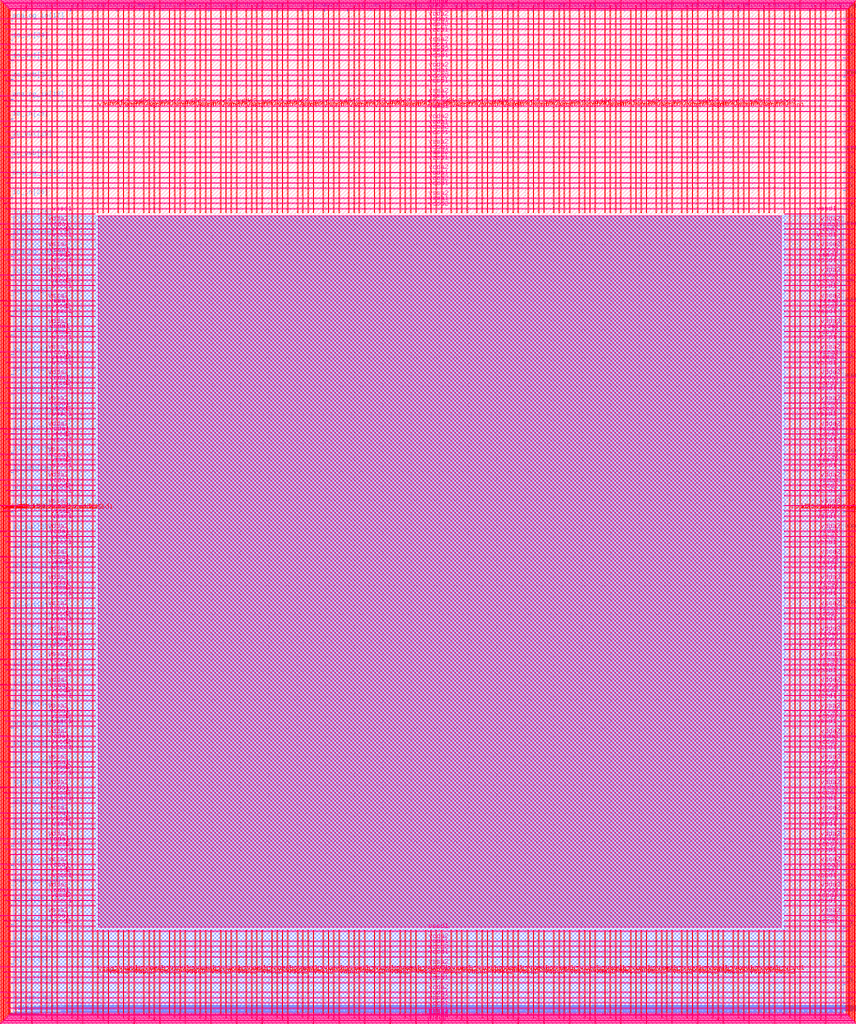
<source format=lef>
VERSION 5.7 ;
  NOWIREEXTENSIONATPIN ON ;
  DIVIDERCHAR "/" ;
  BUSBITCHARS "[]" ;
MACRO user_project_wrapper
  CLASS BLOCK ;
  FOREIGN user_project_wrapper ;
  ORIGIN 0.000 0.000 ;
  SIZE 2920.000 BY 3520.000 ;
  PIN analog_io[0]
    DIRECTION INOUT ;
    USE SIGNAL ;
    PORT
      LAYER met3 ;
        RECT 2917.600 1426.380 2924.800 1427.580 ;
    END
  END analog_io[0]
  PIN analog_io[10]
    DIRECTION INOUT ;
    USE SIGNAL ;
    PORT
      LAYER met2 ;
        RECT 2230.490 3517.600 2231.050 3524.800 ;
    END
  END analog_io[10]
  PIN analog_io[11]
    DIRECTION INOUT ;
    USE SIGNAL ;
    PORT
      LAYER met2 ;
        RECT 1905.730 3517.600 1906.290 3524.800 ;
    END
  END analog_io[11]
  PIN analog_io[12]
    DIRECTION INOUT ;
    USE SIGNAL ;
    PORT
      LAYER met2 ;
        RECT 1581.430 3517.600 1581.990 3524.800 ;
    END
  END analog_io[12]
  PIN analog_io[13]
    DIRECTION INOUT ;
    USE SIGNAL ;
    PORT
      LAYER met2 ;
        RECT 1257.130 3517.600 1257.690 3524.800 ;
    END
  END analog_io[13]
  PIN analog_io[14]
    DIRECTION INOUT ;
    USE SIGNAL ;
    PORT
      LAYER met2 ;
        RECT 932.370 3517.600 932.930 3524.800 ;
    END
  END analog_io[14]
  PIN analog_io[15]
    DIRECTION INOUT ;
    USE SIGNAL ;
    PORT
      LAYER met2 ;
        RECT 608.070 3517.600 608.630 3524.800 ;
    END
  END analog_io[15]
  PIN analog_io[16]
    DIRECTION INOUT ;
    USE SIGNAL ;
    PORT
      LAYER met2 ;
        RECT 283.770 3517.600 284.330 3524.800 ;
    END
  END analog_io[16]
  PIN analog_io[17]
    DIRECTION INOUT ;
    USE SIGNAL ;
    PORT
      LAYER met3 ;
        RECT -4.800 3484.060 2.400 3485.260 ;
    END
  END analog_io[17]
  PIN analog_io[18]
    DIRECTION INOUT ;
    USE SIGNAL ;
    PORT
      LAYER met3 ;
        RECT -4.800 3207.980 2.400 3209.180 ;
    END
  END analog_io[18]
  PIN analog_io[19]
    DIRECTION INOUT ;
    USE SIGNAL ;
    PORT
      LAYER met3 ;
        RECT -4.800 2931.900 2.400 2933.100 ;
    END
  END analog_io[19]
  PIN analog_io[1]
    DIRECTION INOUT ;
    USE SIGNAL ;
    PORT
      LAYER met3 ;
        RECT 2917.600 1692.260 2924.800 1693.460 ;
    END
  END analog_io[1]
  PIN analog_io[20]
    DIRECTION INOUT ;
    USE SIGNAL ;
    PORT
      LAYER met3 ;
        RECT -4.800 2655.820 2.400 2657.020 ;
    END
  END analog_io[20]
  PIN analog_io[21]
    DIRECTION INOUT ;
    USE SIGNAL ;
    PORT
      LAYER met3 ;
        RECT -4.800 2379.740 2.400 2380.940 ;
    END
  END analog_io[21]
  PIN analog_io[22]
    DIRECTION INOUT ;
    USE SIGNAL ;
    PORT
      LAYER met3 ;
        RECT -4.800 2103.660 2.400 2104.860 ;
    END
  END analog_io[22]
  PIN analog_io[23]
    DIRECTION INOUT ;
    USE SIGNAL ;
    PORT
      LAYER met3 ;
        RECT -4.800 1827.580 2.400 1828.780 ;
    END
  END analog_io[23]
  PIN analog_io[24]
    DIRECTION INOUT ;
    USE SIGNAL ;
    PORT
      LAYER met3 ;
        RECT -4.800 1551.500 2.400 1552.700 ;
    END
  END analog_io[24]
  PIN analog_io[25]
    DIRECTION INOUT ;
    USE SIGNAL ;
    PORT
      LAYER met3 ;
        RECT -4.800 1275.420 2.400 1276.620 ;
    END
  END analog_io[25]
  PIN analog_io[26]
    DIRECTION INOUT ;
    USE SIGNAL ;
    PORT
      LAYER met3 ;
        RECT -4.800 999.340 2.400 1000.540 ;
    END
  END analog_io[26]
  PIN analog_io[27]
    DIRECTION INOUT ;
    USE SIGNAL ;
    PORT
      LAYER met3 ;
        RECT -4.800 723.260 2.400 724.460 ;
    END
  END analog_io[27]
  PIN analog_io[28]
    DIRECTION INOUT ;
    USE SIGNAL ;
    PORT
      LAYER met3 ;
        RECT -4.800 447.180 2.400 448.380 ;
    END
  END analog_io[28]
  PIN analog_io[2]
    DIRECTION INOUT ;
    USE SIGNAL ;
    PORT
      LAYER met3 ;
        RECT 2917.600 1958.140 2924.800 1959.340 ;
    END
  END analog_io[2]
  PIN analog_io[3]
    DIRECTION INOUT ;
    USE SIGNAL ;
    PORT
      LAYER met3 ;
        RECT 2917.600 2223.340 2924.800 2224.540 ;
    END
  END analog_io[3]
  PIN analog_io[4]
    DIRECTION INOUT ;
    USE SIGNAL ;
    PORT
      LAYER met3 ;
        RECT 2917.600 2489.220 2924.800 2490.420 ;
    END
  END analog_io[4]
  PIN analog_io[5]
    DIRECTION INOUT ;
    USE SIGNAL ;
    PORT
      LAYER met3 ;
        RECT 2917.600 2755.100 2924.800 2756.300 ;
    END
  END analog_io[5]
  PIN analog_io[6]
    DIRECTION INOUT ;
    USE SIGNAL ;
    PORT
      LAYER met3 ;
        RECT 2917.600 3020.300 2924.800 3021.500 ;
    END
  END analog_io[6]
  PIN analog_io[7]
    DIRECTION INOUT ;
    USE SIGNAL ;
    PORT
      LAYER met3 ;
        RECT 2917.600 3286.180 2924.800 3287.380 ;
    END
  END analog_io[7]
  PIN analog_io[8]
    DIRECTION INOUT ;
    USE SIGNAL ;
    PORT
      LAYER met2 ;
        RECT 2879.090 3517.600 2879.650 3524.800 ;
    END
  END analog_io[8]
  PIN analog_io[9]
    DIRECTION INOUT ;
    USE SIGNAL ;
    PORT
      LAYER met2 ;
        RECT 2554.790 3517.600 2555.350 3524.800 ;
    END
  END analog_io[9]
  PIN io_in[0]
    DIRECTION INPUT ;
    USE SIGNAL ;
    PORT
      LAYER met3 ;
        RECT 2917.600 32.380 2924.800 33.580 ;
    END
  END io_in[0]
  PIN io_in[10]
    DIRECTION INPUT ;
    USE SIGNAL ;
    PORT
      LAYER met3 ;
        RECT 2917.600 2289.980 2924.800 2291.180 ;
    END
  END io_in[10]
  PIN io_in[11]
    DIRECTION INPUT ;
    USE SIGNAL ;
    PORT
      LAYER met3 ;
        RECT 2917.600 2555.860 2924.800 2557.060 ;
    END
  END io_in[11]
  PIN io_in[12]
    DIRECTION INPUT ;
    USE SIGNAL ;
    PORT
      LAYER met3 ;
        RECT 2917.600 2821.060 2924.800 2822.260 ;
    END
  END io_in[12]
  PIN io_in[13]
    DIRECTION INPUT ;
    USE SIGNAL ;
    PORT
      LAYER met3 ;
        RECT 2917.600 3086.940 2924.800 3088.140 ;
    END
  END io_in[13]
  PIN io_in[14]
    DIRECTION INPUT ;
    USE SIGNAL ;
    PORT
      LAYER met3 ;
        RECT 2917.600 3352.820 2924.800 3354.020 ;
    END
  END io_in[14]
  PIN io_in[15]
    DIRECTION INPUT ;
    USE SIGNAL ;
    PORT
      LAYER met2 ;
        RECT 2798.130 3517.600 2798.690 3524.800 ;
    END
  END io_in[15]
  PIN io_in[16]
    DIRECTION INPUT ;
    USE SIGNAL ;
    PORT
      LAYER met2 ;
        RECT 2473.830 3517.600 2474.390 3524.800 ;
    END
  END io_in[16]
  PIN io_in[17]
    DIRECTION INPUT ;
    USE SIGNAL ;
    PORT
      LAYER met2 ;
        RECT 2149.070 3517.600 2149.630 3524.800 ;
    END
  END io_in[17]
  PIN io_in[18]
    DIRECTION INPUT ;
    USE SIGNAL ;
    PORT
      LAYER met2 ;
        RECT 1824.770 3517.600 1825.330 3524.800 ;
    END
  END io_in[18]
  PIN io_in[19]
    DIRECTION INPUT ;
    USE SIGNAL ;
    PORT
      LAYER met2 ;
        RECT 1500.470 3517.600 1501.030 3524.800 ;
    END
  END io_in[19]
  PIN io_in[1]
    DIRECTION INPUT ;
    USE SIGNAL ;
    PORT
      LAYER met3 ;
        RECT 2917.600 230.940 2924.800 232.140 ;
    END
  END io_in[1]
  PIN io_in[20]
    DIRECTION INPUT ;
    USE SIGNAL ;
    PORT
      LAYER met2 ;
        RECT 1175.710 3517.600 1176.270 3524.800 ;
    END
  END io_in[20]
  PIN io_in[21]
    DIRECTION INPUT ;
    USE SIGNAL ;
    PORT
      LAYER met2 ;
        RECT 851.410 3517.600 851.970 3524.800 ;
    END
  END io_in[21]
  PIN io_in[22]
    DIRECTION INPUT ;
    USE SIGNAL ;
    PORT
      LAYER met2 ;
        RECT 527.110 3517.600 527.670 3524.800 ;
    END
  END io_in[22]
  PIN io_in[23]
    DIRECTION INPUT ;
    USE SIGNAL ;
    PORT
      LAYER met2 ;
        RECT 202.350 3517.600 202.910 3524.800 ;
    END
  END io_in[23]
  PIN io_in[24]
    DIRECTION INPUT ;
    USE SIGNAL ;
    PORT
      LAYER met3 ;
        RECT -4.800 3415.380 2.400 3416.580 ;
    END
  END io_in[24]
  PIN io_in[25]
    DIRECTION INPUT ;
    USE SIGNAL ;
    PORT
      LAYER met3 ;
        RECT -4.800 3139.300 2.400 3140.500 ;
    END
  END io_in[25]
  PIN io_in[26]
    DIRECTION INPUT ;
    USE SIGNAL ;
    PORT
      LAYER met3 ;
        RECT -4.800 2863.220 2.400 2864.420 ;
    END
  END io_in[26]
  PIN io_in[27]
    DIRECTION INPUT ;
    USE SIGNAL ;
    PORT
      LAYER met3 ;
        RECT -4.800 2587.140 2.400 2588.340 ;
    END
  END io_in[27]
  PIN io_in[28]
    DIRECTION INPUT ;
    USE SIGNAL ;
    PORT
      LAYER met3 ;
        RECT -4.800 2311.060 2.400 2312.260 ;
    END
  END io_in[28]
  PIN io_in[29]
    DIRECTION INPUT ;
    USE SIGNAL ;
    PORT
      LAYER met3 ;
        RECT -4.800 2034.980 2.400 2036.180 ;
    END
  END io_in[29]
  PIN io_in[2]
    DIRECTION INPUT ;
    USE SIGNAL ;
    PORT
      LAYER met3 ;
        RECT 2917.600 430.180 2924.800 431.380 ;
    END
  END io_in[2]
  PIN io_in[30]
    DIRECTION INPUT ;
    USE SIGNAL ;
    PORT
      LAYER met3 ;
        RECT -4.800 1758.900 2.400 1760.100 ;
    END
  END io_in[30]
  PIN io_in[31]
    DIRECTION INPUT ;
    USE SIGNAL ;
    PORT
      LAYER met3 ;
        RECT -4.800 1482.820 2.400 1484.020 ;
    END
  END io_in[31]
  PIN io_in[32]
    DIRECTION INPUT ;
    USE SIGNAL ;
    PORT
      LAYER met3 ;
        RECT -4.800 1206.740 2.400 1207.940 ;
    END
  END io_in[32]
  PIN io_in[33]
    DIRECTION INPUT ;
    USE SIGNAL ;
    PORT
      LAYER met3 ;
        RECT -4.800 930.660 2.400 931.860 ;
    END
  END io_in[33]
  PIN io_in[34]
    DIRECTION INPUT ;
    USE SIGNAL ;
    PORT
      LAYER met3 ;
        RECT -4.800 654.580 2.400 655.780 ;
    END
  END io_in[34]
  PIN io_in[35]
    DIRECTION INPUT ;
    USE SIGNAL ;
    PORT
      LAYER met3 ;
        RECT -4.800 378.500 2.400 379.700 ;
    END
  END io_in[35]
  PIN io_in[36]
    DIRECTION INPUT ;
    USE SIGNAL ;
    PORT
      LAYER met3 ;
        RECT -4.800 171.100 2.400 172.300 ;
    END
  END io_in[36]
  PIN io_in[3]
    DIRECTION INPUT ;
    USE SIGNAL ;
    PORT
      LAYER met3 ;
        RECT 2917.600 629.420 2924.800 630.620 ;
    END
  END io_in[3]
  PIN io_in[4]
    DIRECTION INPUT ;
    USE SIGNAL ;
    PORT
      LAYER met3 ;
        RECT 2917.600 828.660 2924.800 829.860 ;
    END
  END io_in[4]
  PIN io_in[5]
    DIRECTION INPUT ;
    USE SIGNAL ;
    PORT
      LAYER met3 ;
        RECT 2917.600 1027.900 2924.800 1029.100 ;
    END
  END io_in[5]
  PIN io_in[6]
    DIRECTION INPUT ;
    USE SIGNAL ;
    PORT
      LAYER met3 ;
        RECT 2917.600 1227.140 2924.800 1228.340 ;
    END
  END io_in[6]
  PIN io_in[7]
    DIRECTION INPUT ;
    USE SIGNAL ;
    PORT
      LAYER met3 ;
        RECT 2917.600 1493.020 2924.800 1494.220 ;
    END
  END io_in[7]
  PIN io_in[8]
    DIRECTION INPUT ;
    USE SIGNAL ;
    PORT
      LAYER met3 ;
        RECT 2917.600 1758.900 2924.800 1760.100 ;
    END
  END io_in[8]
  PIN io_in[9]
    DIRECTION INPUT ;
    USE SIGNAL ;
    PORT
      LAYER met3 ;
        RECT 2917.600 2024.100 2924.800 2025.300 ;
    END
  END io_in[9]
  PIN io_oeb[0]
    DIRECTION OUTPUT TRISTATE ;
    USE SIGNAL ;
    PORT
      LAYER met3 ;
        RECT 2917.600 164.980 2924.800 166.180 ;
    END
  END io_oeb[0]
  PIN io_oeb[10]
    DIRECTION OUTPUT TRISTATE ;
    USE SIGNAL ;
    PORT
      LAYER met3 ;
        RECT 2917.600 2422.580 2924.800 2423.780 ;
    END
  END io_oeb[10]
  PIN io_oeb[11]
    DIRECTION OUTPUT TRISTATE ;
    USE SIGNAL ;
    PORT
      LAYER met3 ;
        RECT 2917.600 2688.460 2924.800 2689.660 ;
    END
  END io_oeb[11]
  PIN io_oeb[12]
    DIRECTION OUTPUT TRISTATE ;
    USE SIGNAL ;
    PORT
      LAYER met3 ;
        RECT 2917.600 2954.340 2924.800 2955.540 ;
    END
  END io_oeb[12]
  PIN io_oeb[13]
    DIRECTION OUTPUT TRISTATE ;
    USE SIGNAL ;
    PORT
      LAYER met3 ;
        RECT 2917.600 3219.540 2924.800 3220.740 ;
    END
  END io_oeb[13]
  PIN io_oeb[14]
    DIRECTION OUTPUT TRISTATE ;
    USE SIGNAL ;
    PORT
      LAYER met3 ;
        RECT 2917.600 3485.420 2924.800 3486.620 ;
    END
  END io_oeb[14]
  PIN io_oeb[15]
    DIRECTION OUTPUT TRISTATE ;
    USE SIGNAL ;
    PORT
      LAYER met2 ;
        RECT 2635.750 3517.600 2636.310 3524.800 ;
    END
  END io_oeb[15]
  PIN io_oeb[16]
    DIRECTION OUTPUT TRISTATE ;
    USE SIGNAL ;
    PORT
      LAYER met2 ;
        RECT 2311.450 3517.600 2312.010 3524.800 ;
    END
  END io_oeb[16]
  PIN io_oeb[17]
    DIRECTION OUTPUT TRISTATE ;
    USE SIGNAL ;
    PORT
      LAYER met2 ;
        RECT 1987.150 3517.600 1987.710 3524.800 ;
    END
  END io_oeb[17]
  PIN io_oeb[18]
    DIRECTION OUTPUT TRISTATE ;
    USE SIGNAL ;
    PORT
      LAYER met2 ;
        RECT 1662.390 3517.600 1662.950 3524.800 ;
    END
  END io_oeb[18]
  PIN io_oeb[19]
    DIRECTION OUTPUT TRISTATE ;
    USE SIGNAL ;
    PORT
      LAYER met2 ;
        RECT 1338.090 3517.600 1338.650 3524.800 ;
    END
  END io_oeb[19]
  PIN io_oeb[1]
    DIRECTION OUTPUT TRISTATE ;
    USE SIGNAL ;
    PORT
      LAYER met3 ;
        RECT 2917.600 364.220 2924.800 365.420 ;
    END
  END io_oeb[1]
  PIN io_oeb[20]
    DIRECTION OUTPUT TRISTATE ;
    USE SIGNAL ;
    PORT
      LAYER met2 ;
        RECT 1013.790 3517.600 1014.350 3524.800 ;
    END
  END io_oeb[20]
  PIN io_oeb[21]
    DIRECTION OUTPUT TRISTATE ;
    USE SIGNAL ;
    PORT
      LAYER met2 ;
        RECT 689.030 3517.600 689.590 3524.800 ;
    END
  END io_oeb[21]
  PIN io_oeb[22]
    DIRECTION OUTPUT TRISTATE ;
    USE SIGNAL ;
    PORT
      LAYER met2 ;
        RECT 364.730 3517.600 365.290 3524.800 ;
    END
  END io_oeb[22]
  PIN io_oeb[23]
    DIRECTION OUTPUT TRISTATE ;
    USE SIGNAL ;
    PORT
      LAYER met2 ;
        RECT 40.430 3517.600 40.990 3524.800 ;
    END
  END io_oeb[23]
  PIN io_oeb[24]
    DIRECTION OUTPUT TRISTATE ;
    USE SIGNAL ;
    PORT
      LAYER met3 ;
        RECT -4.800 3277.340 2.400 3278.540 ;
    END
  END io_oeb[24]
  PIN io_oeb[25]
    DIRECTION OUTPUT TRISTATE ;
    USE SIGNAL ;
    PORT
      LAYER met3 ;
        RECT -4.800 3001.260 2.400 3002.460 ;
    END
  END io_oeb[25]
  PIN io_oeb[26]
    DIRECTION OUTPUT TRISTATE ;
    USE SIGNAL ;
    PORT
      LAYER met3 ;
        RECT -4.800 2725.180 2.400 2726.380 ;
    END
  END io_oeb[26]
  PIN io_oeb[27]
    DIRECTION OUTPUT TRISTATE ;
    USE SIGNAL ;
    PORT
      LAYER met3 ;
        RECT -4.800 2449.100 2.400 2450.300 ;
    END
  END io_oeb[27]
  PIN io_oeb[28]
    DIRECTION OUTPUT TRISTATE ;
    USE SIGNAL ;
    PORT
      LAYER met3 ;
        RECT -4.800 2173.020 2.400 2174.220 ;
    END
  END io_oeb[28]
  PIN io_oeb[29]
    DIRECTION OUTPUT TRISTATE ;
    USE SIGNAL ;
    PORT
      LAYER met3 ;
        RECT -4.800 1896.940 2.400 1898.140 ;
    END
  END io_oeb[29]
  PIN io_oeb[2]
    DIRECTION OUTPUT TRISTATE ;
    USE SIGNAL ;
    PORT
      LAYER met3 ;
        RECT 2917.600 563.460 2924.800 564.660 ;
    END
  END io_oeb[2]
  PIN io_oeb[30]
    DIRECTION OUTPUT TRISTATE ;
    USE SIGNAL ;
    PORT
      LAYER met3 ;
        RECT -4.800 1620.860 2.400 1622.060 ;
    END
  END io_oeb[30]
  PIN io_oeb[31]
    DIRECTION OUTPUT TRISTATE ;
    USE SIGNAL ;
    PORT
      LAYER met3 ;
        RECT -4.800 1344.780 2.400 1345.980 ;
    END
  END io_oeb[31]
  PIN io_oeb[32]
    DIRECTION OUTPUT TRISTATE ;
    USE SIGNAL ;
    PORT
      LAYER met3 ;
        RECT -4.800 1068.700 2.400 1069.900 ;
    END
  END io_oeb[32]
  PIN io_oeb[33]
    DIRECTION OUTPUT TRISTATE ;
    USE SIGNAL ;
    PORT
      LAYER met3 ;
        RECT -4.800 792.620 2.400 793.820 ;
    END
  END io_oeb[33]
  PIN io_oeb[34]
    DIRECTION OUTPUT TRISTATE ;
    USE SIGNAL ;
    PORT
      LAYER met3 ;
        RECT -4.800 516.540 2.400 517.740 ;
    END
  END io_oeb[34]
  PIN io_oeb[35]
    DIRECTION OUTPUT TRISTATE ;
    USE SIGNAL ;
    PORT
      LAYER met3 ;
        RECT -4.800 240.460 2.400 241.660 ;
    END
  END io_oeb[35]
  PIN io_oeb[36]
    DIRECTION OUTPUT TRISTATE ;
    USE SIGNAL ;
    PORT
      LAYER met3 ;
        RECT -4.800 33.740 2.400 34.940 ;
    END
  END io_oeb[36]
  PIN io_oeb[3]
    DIRECTION OUTPUT TRISTATE ;
    USE SIGNAL ;
    PORT
      LAYER met3 ;
        RECT 2917.600 762.700 2924.800 763.900 ;
    END
  END io_oeb[3]
  PIN io_oeb[4]
    DIRECTION OUTPUT TRISTATE ;
    USE SIGNAL ;
    PORT
      LAYER met3 ;
        RECT 2917.600 961.940 2924.800 963.140 ;
    END
  END io_oeb[4]
  PIN io_oeb[5]
    DIRECTION OUTPUT TRISTATE ;
    USE SIGNAL ;
    PORT
      LAYER met3 ;
        RECT 2917.600 1161.180 2924.800 1162.380 ;
    END
  END io_oeb[5]
  PIN io_oeb[6]
    DIRECTION OUTPUT TRISTATE ;
    USE SIGNAL ;
    PORT
      LAYER met3 ;
        RECT 2917.600 1360.420 2924.800 1361.620 ;
    END
  END io_oeb[6]
  PIN io_oeb[7]
    DIRECTION OUTPUT TRISTATE ;
    USE SIGNAL ;
    PORT
      LAYER met3 ;
        RECT 2917.600 1625.620 2924.800 1626.820 ;
    END
  END io_oeb[7]
  PIN io_oeb[8]
    DIRECTION OUTPUT TRISTATE ;
    USE SIGNAL ;
    PORT
      LAYER met3 ;
        RECT 2917.600 1891.500 2924.800 1892.700 ;
    END
  END io_oeb[8]
  PIN io_oeb[9]
    DIRECTION OUTPUT TRISTATE ;
    USE SIGNAL ;
    PORT
      LAYER met3 ;
        RECT 2917.600 2157.380 2924.800 2158.580 ;
    END
  END io_oeb[9]
  PIN io_out[0]
    DIRECTION OUTPUT TRISTATE ;
    USE SIGNAL ;
    PORT
      LAYER met3 ;
        RECT 2917.600 98.340 2924.800 99.540 ;
    END
  END io_out[0]
  PIN io_out[10]
    DIRECTION OUTPUT TRISTATE ;
    USE SIGNAL ;
    PORT
      LAYER met3 ;
        RECT 2917.600 2356.620 2924.800 2357.820 ;
    END
  END io_out[10]
  PIN io_out[11]
    DIRECTION OUTPUT TRISTATE ;
    USE SIGNAL ;
    PORT
      LAYER met3 ;
        RECT 2917.600 2621.820 2924.800 2623.020 ;
    END
  END io_out[11]
  PIN io_out[12]
    DIRECTION OUTPUT TRISTATE ;
    USE SIGNAL ;
    PORT
      LAYER met3 ;
        RECT 2917.600 2887.700 2924.800 2888.900 ;
    END
  END io_out[12]
  PIN io_out[13]
    DIRECTION OUTPUT TRISTATE ;
    USE SIGNAL ;
    PORT
      LAYER met3 ;
        RECT 2917.600 3153.580 2924.800 3154.780 ;
    END
  END io_out[13]
  PIN io_out[14]
    DIRECTION OUTPUT TRISTATE ;
    USE SIGNAL ;
    PORT
      LAYER met3 ;
        RECT 2917.600 3418.780 2924.800 3419.980 ;
    END
  END io_out[14]
  PIN io_out[15]
    DIRECTION OUTPUT TRISTATE ;
    USE SIGNAL ;
    PORT
      LAYER met2 ;
        RECT 2717.170 3517.600 2717.730 3524.800 ;
    END
  END io_out[15]
  PIN io_out[16]
    DIRECTION OUTPUT TRISTATE ;
    USE SIGNAL ;
    PORT
      LAYER met2 ;
        RECT 2392.410 3517.600 2392.970 3524.800 ;
    END
  END io_out[16]
  PIN io_out[17]
    DIRECTION OUTPUT TRISTATE ;
    USE SIGNAL ;
    PORT
      LAYER met2 ;
        RECT 2068.110 3517.600 2068.670 3524.800 ;
    END
  END io_out[17]
  PIN io_out[18]
    DIRECTION OUTPUT TRISTATE ;
    USE SIGNAL ;
    PORT
      LAYER met2 ;
        RECT 1743.810 3517.600 1744.370 3524.800 ;
    END
  END io_out[18]
  PIN io_out[19]
    DIRECTION OUTPUT TRISTATE ;
    USE SIGNAL ;
    PORT
      LAYER met2 ;
        RECT 1419.050 3517.600 1419.610 3524.800 ;
    END
  END io_out[19]
  PIN io_out[1]
    DIRECTION OUTPUT TRISTATE ;
    USE SIGNAL ;
    PORT
      LAYER met3 ;
        RECT 2917.600 297.580 2924.800 298.780 ;
    END
  END io_out[1]
  PIN io_out[20]
    DIRECTION OUTPUT TRISTATE ;
    USE SIGNAL ;
    PORT
      LAYER met2 ;
        RECT 1094.750 3517.600 1095.310 3524.800 ;
    END
  END io_out[20]
  PIN io_out[21]
    DIRECTION OUTPUT TRISTATE ;
    USE SIGNAL ;
    PORT
      LAYER met2 ;
        RECT 770.450 3517.600 771.010 3524.800 ;
    END
  END io_out[21]
  PIN io_out[22]
    DIRECTION OUTPUT TRISTATE ;
    USE SIGNAL ;
    PORT
      LAYER met2 ;
        RECT 445.690 3517.600 446.250 3524.800 ;
    END
  END io_out[22]
  PIN io_out[23]
    DIRECTION OUTPUT TRISTATE ;
    USE SIGNAL ;
    PORT
      LAYER met2 ;
        RECT 121.390 3517.600 121.950 3524.800 ;
    END
  END io_out[23]
  PIN io_out[24]
    DIRECTION OUTPUT TRISTATE ;
    USE SIGNAL ;
    PORT
      LAYER met3 ;
        RECT -4.800 3346.020 2.400 3347.220 ;
    END
  END io_out[24]
  PIN io_out[25]
    DIRECTION OUTPUT TRISTATE ;
    USE SIGNAL ;
    PORT
      LAYER met3 ;
        RECT -4.800 3069.940 2.400 3071.140 ;
    END
  END io_out[25]
  PIN io_out[26]
    DIRECTION OUTPUT TRISTATE ;
    USE SIGNAL ;
    PORT
      LAYER met3 ;
        RECT -4.800 2793.860 2.400 2795.060 ;
    END
  END io_out[26]
  PIN io_out[27]
    DIRECTION OUTPUT TRISTATE ;
    USE SIGNAL ;
    PORT
      LAYER met3 ;
        RECT -4.800 2517.780 2.400 2518.980 ;
    END
  END io_out[27]
  PIN io_out[28]
    DIRECTION OUTPUT TRISTATE ;
    USE SIGNAL ;
    PORT
      LAYER met3 ;
        RECT -4.800 2241.700 2.400 2242.900 ;
    END
  END io_out[28]
  PIN io_out[29]
    DIRECTION OUTPUT TRISTATE ;
    USE SIGNAL ;
    PORT
      LAYER met3 ;
        RECT -4.800 1965.620 2.400 1966.820 ;
    END
  END io_out[29]
  PIN io_out[2]
    DIRECTION OUTPUT TRISTATE ;
    USE SIGNAL ;
    PORT
      LAYER met3 ;
        RECT 2917.600 496.820 2924.800 498.020 ;
    END
  END io_out[2]
  PIN io_out[30]
    DIRECTION OUTPUT TRISTATE ;
    USE SIGNAL ;
    PORT
      LAYER met3 ;
        RECT -4.800 1689.540 2.400 1690.740 ;
    END
  END io_out[30]
  PIN io_out[31]
    DIRECTION OUTPUT TRISTATE ;
    USE SIGNAL ;
    PORT
      LAYER met3 ;
        RECT -4.800 1413.460 2.400 1414.660 ;
    END
  END io_out[31]
  PIN io_out[32]
    DIRECTION OUTPUT TRISTATE ;
    USE SIGNAL ;
    PORT
      LAYER met3 ;
        RECT -4.800 1137.380 2.400 1138.580 ;
    END
  END io_out[32]
  PIN io_out[33]
    DIRECTION OUTPUT TRISTATE ;
    USE SIGNAL ;
    PORT
      LAYER met3 ;
        RECT -4.800 861.300 2.400 862.500 ;
    END
  END io_out[33]
  PIN io_out[34]
    DIRECTION OUTPUT TRISTATE ;
    USE SIGNAL ;
    PORT
      LAYER met3 ;
        RECT -4.800 585.220 2.400 586.420 ;
    END
  END io_out[34]
  PIN io_out[35]
    DIRECTION OUTPUT TRISTATE ;
    USE SIGNAL ;
    PORT
      LAYER met3 ;
        RECT -4.800 309.140 2.400 310.340 ;
    END
  END io_out[35]
  PIN io_out[36]
    DIRECTION OUTPUT TRISTATE ;
    USE SIGNAL ;
    PORT
      LAYER met3 ;
        RECT -4.800 102.420 2.400 103.620 ;
    END
  END io_out[36]
  PIN io_out[3]
    DIRECTION OUTPUT TRISTATE ;
    USE SIGNAL ;
    PORT
      LAYER met3 ;
        RECT 2917.600 696.060 2924.800 697.260 ;
    END
  END io_out[3]
  PIN io_out[4]
    DIRECTION OUTPUT TRISTATE ;
    USE SIGNAL ;
    PORT
      LAYER met3 ;
        RECT 2917.600 895.300 2924.800 896.500 ;
    END
  END io_out[4]
  PIN io_out[5]
    DIRECTION OUTPUT TRISTATE ;
    USE SIGNAL ;
    PORT
      LAYER met3 ;
        RECT 2917.600 1094.540 2924.800 1095.740 ;
    END
  END io_out[5]
  PIN io_out[6]
    DIRECTION OUTPUT TRISTATE ;
    USE SIGNAL ;
    PORT
      LAYER met3 ;
        RECT 2917.600 1293.780 2924.800 1294.980 ;
    END
  END io_out[6]
  PIN io_out[7]
    DIRECTION OUTPUT TRISTATE ;
    USE SIGNAL ;
    PORT
      LAYER met3 ;
        RECT 2917.600 1559.660 2924.800 1560.860 ;
    END
  END io_out[7]
  PIN io_out[8]
    DIRECTION OUTPUT TRISTATE ;
    USE SIGNAL ;
    PORT
      LAYER met3 ;
        RECT 2917.600 1824.860 2924.800 1826.060 ;
    END
  END io_out[8]
  PIN io_out[9]
    DIRECTION OUTPUT TRISTATE ;
    USE SIGNAL ;
    PORT
      LAYER met3 ;
        RECT 2917.600 2090.740 2924.800 2091.940 ;
    END
  END io_out[9]
  PIN la_data_in[0]
    DIRECTION INPUT ;
    USE SIGNAL ;
    PORT
      LAYER met2 ;
        RECT 629.230 -4.800 629.790 2.400 ;
    END
  END la_data_in[0]
  PIN la_data_in[100]
    DIRECTION INPUT ;
    USE SIGNAL ;
    PORT
      LAYER met2 ;
        RECT 2402.530 -4.800 2403.090 2.400 ;
    END
  END la_data_in[100]
  PIN la_data_in[101]
    DIRECTION INPUT ;
    USE SIGNAL ;
    PORT
      LAYER met2 ;
        RECT 2420.010 -4.800 2420.570 2.400 ;
    END
  END la_data_in[101]
  PIN la_data_in[102]
    DIRECTION INPUT ;
    USE SIGNAL ;
    PORT
      LAYER met2 ;
        RECT 2437.950 -4.800 2438.510 2.400 ;
    END
  END la_data_in[102]
  PIN la_data_in[103]
    DIRECTION INPUT ;
    USE SIGNAL ;
    PORT
      LAYER met2 ;
        RECT 2455.430 -4.800 2455.990 2.400 ;
    END
  END la_data_in[103]
  PIN la_data_in[104]
    DIRECTION INPUT ;
    USE SIGNAL ;
    PORT
      LAYER met2 ;
        RECT 2473.370 -4.800 2473.930 2.400 ;
    END
  END la_data_in[104]
  PIN la_data_in[105]
    DIRECTION INPUT ;
    USE SIGNAL ;
    PORT
      LAYER met2 ;
        RECT 2490.850 -4.800 2491.410 2.400 ;
    END
  END la_data_in[105]
  PIN la_data_in[106]
    DIRECTION INPUT ;
    USE SIGNAL ;
    PORT
      LAYER met2 ;
        RECT 2508.790 -4.800 2509.350 2.400 ;
    END
  END la_data_in[106]
  PIN la_data_in[107]
    DIRECTION INPUT ;
    USE SIGNAL ;
    PORT
      LAYER met2 ;
        RECT 2526.730 -4.800 2527.290 2.400 ;
    END
  END la_data_in[107]
  PIN la_data_in[108]
    DIRECTION INPUT ;
    USE SIGNAL ;
    PORT
      LAYER met2 ;
        RECT 2544.210 -4.800 2544.770 2.400 ;
    END
  END la_data_in[108]
  PIN la_data_in[109]
    DIRECTION INPUT ;
    USE SIGNAL ;
    PORT
      LAYER met2 ;
        RECT 2562.150 -4.800 2562.710 2.400 ;
    END
  END la_data_in[109]
  PIN la_data_in[10]
    DIRECTION INPUT ;
    USE SIGNAL ;
    PORT
      LAYER met2 ;
        RECT 806.330 -4.800 806.890 2.400 ;
    END
  END la_data_in[10]
  PIN la_data_in[110]
    DIRECTION INPUT ;
    USE SIGNAL ;
    PORT
      LAYER met2 ;
        RECT 2579.630 -4.800 2580.190 2.400 ;
    END
  END la_data_in[110]
  PIN la_data_in[111]
    DIRECTION INPUT ;
    USE SIGNAL ;
    PORT
      LAYER met2 ;
        RECT 2597.570 -4.800 2598.130 2.400 ;
    END
  END la_data_in[111]
  PIN la_data_in[112]
    DIRECTION INPUT ;
    USE SIGNAL ;
    PORT
      LAYER met2 ;
        RECT 2615.050 -4.800 2615.610 2.400 ;
    END
  END la_data_in[112]
  PIN la_data_in[113]
    DIRECTION INPUT ;
    USE SIGNAL ;
    PORT
      LAYER met2 ;
        RECT 2632.990 -4.800 2633.550 2.400 ;
    END
  END la_data_in[113]
  PIN la_data_in[114]
    DIRECTION INPUT ;
    USE SIGNAL ;
    PORT
      LAYER met2 ;
        RECT 2650.470 -4.800 2651.030 2.400 ;
    END
  END la_data_in[114]
  PIN la_data_in[115]
    DIRECTION INPUT ;
    USE SIGNAL ;
    PORT
      LAYER met2 ;
        RECT 2668.410 -4.800 2668.970 2.400 ;
    END
  END la_data_in[115]
  PIN la_data_in[116]
    DIRECTION INPUT ;
    USE SIGNAL ;
    PORT
      LAYER met2 ;
        RECT 2685.890 -4.800 2686.450 2.400 ;
    END
  END la_data_in[116]
  PIN la_data_in[117]
    DIRECTION INPUT ;
    USE SIGNAL ;
    PORT
      LAYER met2 ;
        RECT 2703.830 -4.800 2704.390 2.400 ;
    END
  END la_data_in[117]
  PIN la_data_in[118]
    DIRECTION INPUT ;
    USE SIGNAL ;
    PORT
      LAYER met2 ;
        RECT 2721.770 -4.800 2722.330 2.400 ;
    END
  END la_data_in[118]
  PIN la_data_in[119]
    DIRECTION INPUT ;
    USE SIGNAL ;
    PORT
      LAYER met2 ;
        RECT 2739.250 -4.800 2739.810 2.400 ;
    END
  END la_data_in[119]
  PIN la_data_in[11]
    DIRECTION INPUT ;
    USE SIGNAL ;
    PORT
      LAYER met2 ;
        RECT 824.270 -4.800 824.830 2.400 ;
    END
  END la_data_in[11]
  PIN la_data_in[120]
    DIRECTION INPUT ;
    USE SIGNAL ;
    PORT
      LAYER met2 ;
        RECT 2757.190 -4.800 2757.750 2.400 ;
    END
  END la_data_in[120]
  PIN la_data_in[121]
    DIRECTION INPUT ;
    USE SIGNAL ;
    PORT
      LAYER met2 ;
        RECT 2774.670 -4.800 2775.230 2.400 ;
    END
  END la_data_in[121]
  PIN la_data_in[122]
    DIRECTION INPUT ;
    USE SIGNAL ;
    PORT
      LAYER met2 ;
        RECT 2792.610 -4.800 2793.170 2.400 ;
    END
  END la_data_in[122]
  PIN la_data_in[123]
    DIRECTION INPUT ;
    USE SIGNAL ;
    PORT
      LAYER met2 ;
        RECT 2810.090 -4.800 2810.650 2.400 ;
    END
  END la_data_in[123]
  PIN la_data_in[124]
    DIRECTION INPUT ;
    USE SIGNAL ;
    PORT
      LAYER met2 ;
        RECT 2828.030 -4.800 2828.590 2.400 ;
    END
  END la_data_in[124]
  PIN la_data_in[125]
    DIRECTION INPUT ;
    USE SIGNAL ;
    PORT
      LAYER met2 ;
        RECT 2845.510 -4.800 2846.070 2.400 ;
    END
  END la_data_in[125]
  PIN la_data_in[126]
    DIRECTION INPUT ;
    USE SIGNAL ;
    PORT
      LAYER met2 ;
        RECT 2863.450 -4.800 2864.010 2.400 ;
    END
  END la_data_in[126]
  PIN la_data_in[127]
    DIRECTION INPUT ;
    USE SIGNAL ;
    PORT
      LAYER met2 ;
        RECT 2881.390 -4.800 2881.950 2.400 ;
    END
  END la_data_in[127]
  PIN la_data_in[12]
    DIRECTION INPUT ;
    USE SIGNAL ;
    PORT
      LAYER met2 ;
        RECT 841.750 -4.800 842.310 2.400 ;
    END
  END la_data_in[12]
  PIN la_data_in[13]
    DIRECTION INPUT ;
    USE SIGNAL ;
    PORT
      LAYER met2 ;
        RECT 859.690 -4.800 860.250 2.400 ;
    END
  END la_data_in[13]
  PIN la_data_in[14]
    DIRECTION INPUT ;
    USE SIGNAL ;
    PORT
      LAYER met2 ;
        RECT 877.170 -4.800 877.730 2.400 ;
    END
  END la_data_in[14]
  PIN la_data_in[15]
    DIRECTION INPUT ;
    USE SIGNAL ;
    PORT
      LAYER met2 ;
        RECT 895.110 -4.800 895.670 2.400 ;
    END
  END la_data_in[15]
  PIN la_data_in[16]
    DIRECTION INPUT ;
    USE SIGNAL ;
    PORT
      LAYER met2 ;
        RECT 912.590 -4.800 913.150 2.400 ;
    END
  END la_data_in[16]
  PIN la_data_in[17]
    DIRECTION INPUT ;
    USE SIGNAL ;
    PORT
      LAYER met2 ;
        RECT 930.530 -4.800 931.090 2.400 ;
    END
  END la_data_in[17]
  PIN la_data_in[18]
    DIRECTION INPUT ;
    USE SIGNAL ;
    PORT
      LAYER met2 ;
        RECT 948.470 -4.800 949.030 2.400 ;
    END
  END la_data_in[18]
  PIN la_data_in[19]
    DIRECTION INPUT ;
    USE SIGNAL ;
    PORT
      LAYER met2 ;
        RECT 965.950 -4.800 966.510 2.400 ;
    END
  END la_data_in[19]
  PIN la_data_in[1]
    DIRECTION INPUT ;
    USE SIGNAL ;
    PORT
      LAYER met2 ;
        RECT 646.710 -4.800 647.270 2.400 ;
    END
  END la_data_in[1]
  PIN la_data_in[20]
    DIRECTION INPUT ;
    USE SIGNAL ;
    PORT
      LAYER met2 ;
        RECT 983.890 -4.800 984.450 2.400 ;
    END
  END la_data_in[20]
  PIN la_data_in[21]
    DIRECTION INPUT ;
    USE SIGNAL ;
    PORT
      LAYER met2 ;
        RECT 1001.370 -4.800 1001.930 2.400 ;
    END
  END la_data_in[21]
  PIN la_data_in[22]
    DIRECTION INPUT ;
    USE SIGNAL ;
    PORT
      LAYER met2 ;
        RECT 1019.310 -4.800 1019.870 2.400 ;
    END
  END la_data_in[22]
  PIN la_data_in[23]
    DIRECTION INPUT ;
    USE SIGNAL ;
    PORT
      LAYER met2 ;
        RECT 1036.790 -4.800 1037.350 2.400 ;
    END
  END la_data_in[23]
  PIN la_data_in[24]
    DIRECTION INPUT ;
    USE SIGNAL ;
    PORT
      LAYER met2 ;
        RECT 1054.730 -4.800 1055.290 2.400 ;
    END
  END la_data_in[24]
  PIN la_data_in[25]
    DIRECTION INPUT ;
    USE SIGNAL ;
    PORT
      LAYER met2 ;
        RECT 1072.210 -4.800 1072.770 2.400 ;
    END
  END la_data_in[25]
  PIN la_data_in[26]
    DIRECTION INPUT ;
    USE SIGNAL ;
    PORT
      LAYER met2 ;
        RECT 1090.150 -4.800 1090.710 2.400 ;
    END
  END la_data_in[26]
  PIN la_data_in[27]
    DIRECTION INPUT ;
    USE SIGNAL ;
    PORT
      LAYER met2 ;
        RECT 1107.630 -4.800 1108.190 2.400 ;
    END
  END la_data_in[27]
  PIN la_data_in[28]
    DIRECTION INPUT ;
    USE SIGNAL ;
    PORT
      LAYER met2 ;
        RECT 1125.570 -4.800 1126.130 2.400 ;
    END
  END la_data_in[28]
  PIN la_data_in[29]
    DIRECTION INPUT ;
    USE SIGNAL ;
    PORT
      LAYER met2 ;
        RECT 1143.510 -4.800 1144.070 2.400 ;
    END
  END la_data_in[29]
  PIN la_data_in[2]
    DIRECTION INPUT ;
    USE SIGNAL ;
    PORT
      LAYER met2 ;
        RECT 664.650 -4.800 665.210 2.400 ;
    END
  END la_data_in[2]
  PIN la_data_in[30]
    DIRECTION INPUT ;
    USE SIGNAL ;
    PORT
      LAYER met2 ;
        RECT 1160.990 -4.800 1161.550 2.400 ;
    END
  END la_data_in[30]
  PIN la_data_in[31]
    DIRECTION INPUT ;
    USE SIGNAL ;
    PORT
      LAYER met2 ;
        RECT 1178.930 -4.800 1179.490 2.400 ;
    END
  END la_data_in[31]
  PIN la_data_in[32]
    DIRECTION INPUT ;
    USE SIGNAL ;
    PORT
      LAYER met2 ;
        RECT 1196.410 -4.800 1196.970 2.400 ;
    END
  END la_data_in[32]
  PIN la_data_in[33]
    DIRECTION INPUT ;
    USE SIGNAL ;
    PORT
      LAYER met2 ;
        RECT 1214.350 -4.800 1214.910 2.400 ;
    END
  END la_data_in[33]
  PIN la_data_in[34]
    DIRECTION INPUT ;
    USE SIGNAL ;
    PORT
      LAYER met2 ;
        RECT 1231.830 -4.800 1232.390 2.400 ;
    END
  END la_data_in[34]
  PIN la_data_in[35]
    DIRECTION INPUT ;
    USE SIGNAL ;
    PORT
      LAYER met2 ;
        RECT 1249.770 -4.800 1250.330 2.400 ;
    END
  END la_data_in[35]
  PIN la_data_in[36]
    DIRECTION INPUT ;
    USE SIGNAL ;
    PORT
      LAYER met2 ;
        RECT 1267.250 -4.800 1267.810 2.400 ;
    END
  END la_data_in[36]
  PIN la_data_in[37]
    DIRECTION INPUT ;
    USE SIGNAL ;
    PORT
      LAYER met2 ;
        RECT 1285.190 -4.800 1285.750 2.400 ;
    END
  END la_data_in[37]
  PIN la_data_in[38]
    DIRECTION INPUT ;
    USE SIGNAL ;
    PORT
      LAYER met2 ;
        RECT 1303.130 -4.800 1303.690 2.400 ;
    END
  END la_data_in[38]
  PIN la_data_in[39]
    DIRECTION INPUT ;
    USE SIGNAL ;
    PORT
      LAYER met2 ;
        RECT 1320.610 -4.800 1321.170 2.400 ;
    END
  END la_data_in[39]
  PIN la_data_in[3]
    DIRECTION INPUT ;
    USE SIGNAL ;
    PORT
      LAYER met2 ;
        RECT 682.130 -4.800 682.690 2.400 ;
    END
  END la_data_in[3]
  PIN la_data_in[40]
    DIRECTION INPUT ;
    USE SIGNAL ;
    PORT
      LAYER met2 ;
        RECT 1338.550 -4.800 1339.110 2.400 ;
    END
  END la_data_in[40]
  PIN la_data_in[41]
    DIRECTION INPUT ;
    USE SIGNAL ;
    PORT
      LAYER met2 ;
        RECT 1356.030 -4.800 1356.590 2.400 ;
    END
  END la_data_in[41]
  PIN la_data_in[42]
    DIRECTION INPUT ;
    USE SIGNAL ;
    PORT
      LAYER met2 ;
        RECT 1373.970 -4.800 1374.530 2.400 ;
    END
  END la_data_in[42]
  PIN la_data_in[43]
    DIRECTION INPUT ;
    USE SIGNAL ;
    PORT
      LAYER met2 ;
        RECT 1391.450 -4.800 1392.010 2.400 ;
    END
  END la_data_in[43]
  PIN la_data_in[44]
    DIRECTION INPUT ;
    USE SIGNAL ;
    PORT
      LAYER met2 ;
        RECT 1409.390 -4.800 1409.950 2.400 ;
    END
  END la_data_in[44]
  PIN la_data_in[45]
    DIRECTION INPUT ;
    USE SIGNAL ;
    PORT
      LAYER met2 ;
        RECT 1426.870 -4.800 1427.430 2.400 ;
    END
  END la_data_in[45]
  PIN la_data_in[46]
    DIRECTION INPUT ;
    USE SIGNAL ;
    PORT
      LAYER met2 ;
        RECT 1444.810 -4.800 1445.370 2.400 ;
    END
  END la_data_in[46]
  PIN la_data_in[47]
    DIRECTION INPUT ;
    USE SIGNAL ;
    PORT
      LAYER met2 ;
        RECT 1462.750 -4.800 1463.310 2.400 ;
    END
  END la_data_in[47]
  PIN la_data_in[48]
    DIRECTION INPUT ;
    USE SIGNAL ;
    PORT
      LAYER met2 ;
        RECT 1480.230 -4.800 1480.790 2.400 ;
    END
  END la_data_in[48]
  PIN la_data_in[49]
    DIRECTION INPUT ;
    USE SIGNAL ;
    PORT
      LAYER met2 ;
        RECT 1498.170 -4.800 1498.730 2.400 ;
    END
  END la_data_in[49]
  PIN la_data_in[4]
    DIRECTION INPUT ;
    USE SIGNAL ;
    PORT
      LAYER met2 ;
        RECT 700.070 -4.800 700.630 2.400 ;
    END
  END la_data_in[4]
  PIN la_data_in[50]
    DIRECTION INPUT ;
    USE SIGNAL ;
    PORT
      LAYER met2 ;
        RECT 1515.650 -4.800 1516.210 2.400 ;
    END
  END la_data_in[50]
  PIN la_data_in[51]
    DIRECTION INPUT ;
    USE SIGNAL ;
    PORT
      LAYER met2 ;
        RECT 1533.590 -4.800 1534.150 2.400 ;
    END
  END la_data_in[51]
  PIN la_data_in[52]
    DIRECTION INPUT ;
    USE SIGNAL ;
    PORT
      LAYER met2 ;
        RECT 1551.070 -4.800 1551.630 2.400 ;
    END
  END la_data_in[52]
  PIN la_data_in[53]
    DIRECTION INPUT ;
    USE SIGNAL ;
    PORT
      LAYER met2 ;
        RECT 1569.010 -4.800 1569.570 2.400 ;
    END
  END la_data_in[53]
  PIN la_data_in[54]
    DIRECTION INPUT ;
    USE SIGNAL ;
    PORT
      LAYER met2 ;
        RECT 1586.490 -4.800 1587.050 2.400 ;
    END
  END la_data_in[54]
  PIN la_data_in[55]
    DIRECTION INPUT ;
    USE SIGNAL ;
    PORT
      LAYER met2 ;
        RECT 1604.430 -4.800 1604.990 2.400 ;
    END
  END la_data_in[55]
  PIN la_data_in[56]
    DIRECTION INPUT ;
    USE SIGNAL ;
    PORT
      LAYER met2 ;
        RECT 1621.910 -4.800 1622.470 2.400 ;
    END
  END la_data_in[56]
  PIN la_data_in[57]
    DIRECTION INPUT ;
    USE SIGNAL ;
    PORT
      LAYER met2 ;
        RECT 1639.850 -4.800 1640.410 2.400 ;
    END
  END la_data_in[57]
  PIN la_data_in[58]
    DIRECTION INPUT ;
    USE SIGNAL ;
    PORT
      LAYER met2 ;
        RECT 1657.790 -4.800 1658.350 2.400 ;
    END
  END la_data_in[58]
  PIN la_data_in[59]
    DIRECTION INPUT ;
    USE SIGNAL ;
    PORT
      LAYER met2 ;
        RECT 1675.270 -4.800 1675.830 2.400 ;
    END
  END la_data_in[59]
  PIN la_data_in[5]
    DIRECTION INPUT ;
    USE SIGNAL ;
    PORT
      LAYER met2 ;
        RECT 717.550 -4.800 718.110 2.400 ;
    END
  END la_data_in[5]
  PIN la_data_in[60]
    DIRECTION INPUT ;
    USE SIGNAL ;
    PORT
      LAYER met2 ;
        RECT 1693.210 -4.800 1693.770 2.400 ;
    END
  END la_data_in[60]
  PIN la_data_in[61]
    DIRECTION INPUT ;
    USE SIGNAL ;
    PORT
      LAYER met2 ;
        RECT 1710.690 -4.800 1711.250 2.400 ;
    END
  END la_data_in[61]
  PIN la_data_in[62]
    DIRECTION INPUT ;
    USE SIGNAL ;
    PORT
      LAYER met2 ;
        RECT 1728.630 -4.800 1729.190 2.400 ;
    END
  END la_data_in[62]
  PIN la_data_in[63]
    DIRECTION INPUT ;
    USE SIGNAL ;
    PORT
      LAYER met2 ;
        RECT 1746.110 -4.800 1746.670 2.400 ;
    END
  END la_data_in[63]
  PIN la_data_in[64]
    DIRECTION INPUT ;
    USE SIGNAL ;
    PORT
      LAYER met2 ;
        RECT 1764.050 -4.800 1764.610 2.400 ;
    END
  END la_data_in[64]
  PIN la_data_in[65]
    DIRECTION INPUT ;
    USE SIGNAL ;
    PORT
      LAYER met2 ;
        RECT 1781.530 -4.800 1782.090 2.400 ;
    END
  END la_data_in[65]
  PIN la_data_in[66]
    DIRECTION INPUT ;
    USE SIGNAL ;
    PORT
      LAYER met2 ;
        RECT 1799.470 -4.800 1800.030 2.400 ;
    END
  END la_data_in[66]
  PIN la_data_in[67]
    DIRECTION INPUT ;
    USE SIGNAL ;
    PORT
      LAYER met2 ;
        RECT 1817.410 -4.800 1817.970 2.400 ;
    END
  END la_data_in[67]
  PIN la_data_in[68]
    DIRECTION INPUT ;
    USE SIGNAL ;
    PORT
      LAYER met2 ;
        RECT 1834.890 -4.800 1835.450 2.400 ;
    END
  END la_data_in[68]
  PIN la_data_in[69]
    DIRECTION INPUT ;
    USE SIGNAL ;
    PORT
      LAYER met2 ;
        RECT 1852.830 -4.800 1853.390 2.400 ;
    END
  END la_data_in[69]
  PIN la_data_in[6]
    DIRECTION INPUT ;
    USE SIGNAL ;
    PORT
      LAYER met2 ;
        RECT 735.490 -4.800 736.050 2.400 ;
    END
  END la_data_in[6]
  PIN la_data_in[70]
    DIRECTION INPUT ;
    USE SIGNAL ;
    PORT
      LAYER met2 ;
        RECT 1870.310 -4.800 1870.870 2.400 ;
    END
  END la_data_in[70]
  PIN la_data_in[71]
    DIRECTION INPUT ;
    USE SIGNAL ;
    PORT
      LAYER met2 ;
        RECT 1888.250 -4.800 1888.810 2.400 ;
    END
  END la_data_in[71]
  PIN la_data_in[72]
    DIRECTION INPUT ;
    USE SIGNAL ;
    PORT
      LAYER met2 ;
        RECT 1905.730 -4.800 1906.290 2.400 ;
    END
  END la_data_in[72]
  PIN la_data_in[73]
    DIRECTION INPUT ;
    USE SIGNAL ;
    PORT
      LAYER met2 ;
        RECT 1923.670 -4.800 1924.230 2.400 ;
    END
  END la_data_in[73]
  PIN la_data_in[74]
    DIRECTION INPUT ;
    USE SIGNAL ;
    PORT
      LAYER met2 ;
        RECT 1941.150 -4.800 1941.710 2.400 ;
    END
  END la_data_in[74]
  PIN la_data_in[75]
    DIRECTION INPUT ;
    USE SIGNAL ;
    PORT
      LAYER met2 ;
        RECT 1959.090 -4.800 1959.650 2.400 ;
    END
  END la_data_in[75]
  PIN la_data_in[76]
    DIRECTION INPUT ;
    USE SIGNAL ;
    PORT
      LAYER met2 ;
        RECT 1976.570 -4.800 1977.130 2.400 ;
    END
  END la_data_in[76]
  PIN la_data_in[77]
    DIRECTION INPUT ;
    USE SIGNAL ;
    PORT
      LAYER met2 ;
        RECT 1994.510 -4.800 1995.070 2.400 ;
    END
  END la_data_in[77]
  PIN la_data_in[78]
    DIRECTION INPUT ;
    USE SIGNAL ;
    PORT
      LAYER met2 ;
        RECT 2012.450 -4.800 2013.010 2.400 ;
    END
  END la_data_in[78]
  PIN la_data_in[79]
    DIRECTION INPUT ;
    USE SIGNAL ;
    PORT
      LAYER met2 ;
        RECT 2029.930 -4.800 2030.490 2.400 ;
    END
  END la_data_in[79]
  PIN la_data_in[7]
    DIRECTION INPUT ;
    USE SIGNAL ;
    PORT
      LAYER met2 ;
        RECT 752.970 -4.800 753.530 2.400 ;
    END
  END la_data_in[7]
  PIN la_data_in[80]
    DIRECTION INPUT ;
    USE SIGNAL ;
    PORT
      LAYER met2 ;
        RECT 2047.870 -4.800 2048.430 2.400 ;
    END
  END la_data_in[80]
  PIN la_data_in[81]
    DIRECTION INPUT ;
    USE SIGNAL ;
    PORT
      LAYER met2 ;
        RECT 2065.350 -4.800 2065.910 2.400 ;
    END
  END la_data_in[81]
  PIN la_data_in[82]
    DIRECTION INPUT ;
    USE SIGNAL ;
    PORT
      LAYER met2 ;
        RECT 2083.290 -4.800 2083.850 2.400 ;
    END
  END la_data_in[82]
  PIN la_data_in[83]
    DIRECTION INPUT ;
    USE SIGNAL ;
    PORT
      LAYER met2 ;
        RECT 2100.770 -4.800 2101.330 2.400 ;
    END
  END la_data_in[83]
  PIN la_data_in[84]
    DIRECTION INPUT ;
    USE SIGNAL ;
    PORT
      LAYER met2 ;
        RECT 2118.710 -4.800 2119.270 2.400 ;
    END
  END la_data_in[84]
  PIN la_data_in[85]
    DIRECTION INPUT ;
    USE SIGNAL ;
    PORT
      LAYER met2 ;
        RECT 2136.190 -4.800 2136.750 2.400 ;
    END
  END la_data_in[85]
  PIN la_data_in[86]
    DIRECTION INPUT ;
    USE SIGNAL ;
    PORT
      LAYER met2 ;
        RECT 2154.130 -4.800 2154.690 2.400 ;
    END
  END la_data_in[86]
  PIN la_data_in[87]
    DIRECTION INPUT ;
    USE SIGNAL ;
    PORT
      LAYER met2 ;
        RECT 2172.070 -4.800 2172.630 2.400 ;
    END
  END la_data_in[87]
  PIN la_data_in[88]
    DIRECTION INPUT ;
    USE SIGNAL ;
    PORT
      LAYER met2 ;
        RECT 2189.550 -4.800 2190.110 2.400 ;
    END
  END la_data_in[88]
  PIN la_data_in[89]
    DIRECTION INPUT ;
    USE SIGNAL ;
    PORT
      LAYER met2 ;
        RECT 2207.490 -4.800 2208.050 2.400 ;
    END
  END la_data_in[89]
  PIN la_data_in[8]
    DIRECTION INPUT ;
    USE SIGNAL ;
    PORT
      LAYER met2 ;
        RECT 770.910 -4.800 771.470 2.400 ;
    END
  END la_data_in[8]
  PIN la_data_in[90]
    DIRECTION INPUT ;
    USE SIGNAL ;
    PORT
      LAYER met2 ;
        RECT 2224.970 -4.800 2225.530 2.400 ;
    END
  END la_data_in[90]
  PIN la_data_in[91]
    DIRECTION INPUT ;
    USE SIGNAL ;
    PORT
      LAYER met2 ;
        RECT 2242.910 -4.800 2243.470 2.400 ;
    END
  END la_data_in[91]
  PIN la_data_in[92]
    DIRECTION INPUT ;
    USE SIGNAL ;
    PORT
      LAYER met2 ;
        RECT 2260.390 -4.800 2260.950 2.400 ;
    END
  END la_data_in[92]
  PIN la_data_in[93]
    DIRECTION INPUT ;
    USE SIGNAL ;
    PORT
      LAYER met2 ;
        RECT 2278.330 -4.800 2278.890 2.400 ;
    END
  END la_data_in[93]
  PIN la_data_in[94]
    DIRECTION INPUT ;
    USE SIGNAL ;
    PORT
      LAYER met2 ;
        RECT 2295.810 -4.800 2296.370 2.400 ;
    END
  END la_data_in[94]
  PIN la_data_in[95]
    DIRECTION INPUT ;
    USE SIGNAL ;
    PORT
      LAYER met2 ;
        RECT 2313.750 -4.800 2314.310 2.400 ;
    END
  END la_data_in[95]
  PIN la_data_in[96]
    DIRECTION INPUT ;
    USE SIGNAL ;
    PORT
      LAYER met2 ;
        RECT 2331.230 -4.800 2331.790 2.400 ;
    END
  END la_data_in[96]
  PIN la_data_in[97]
    DIRECTION INPUT ;
    USE SIGNAL ;
    PORT
      LAYER met2 ;
        RECT 2349.170 -4.800 2349.730 2.400 ;
    END
  END la_data_in[97]
  PIN la_data_in[98]
    DIRECTION INPUT ;
    USE SIGNAL ;
    PORT
      LAYER met2 ;
        RECT 2367.110 -4.800 2367.670 2.400 ;
    END
  END la_data_in[98]
  PIN la_data_in[99]
    DIRECTION INPUT ;
    USE SIGNAL ;
    PORT
      LAYER met2 ;
        RECT 2384.590 -4.800 2385.150 2.400 ;
    END
  END la_data_in[99]
  PIN la_data_in[9]
    DIRECTION INPUT ;
    USE SIGNAL ;
    PORT
      LAYER met2 ;
        RECT 788.850 -4.800 789.410 2.400 ;
    END
  END la_data_in[9]
  PIN la_data_out[0]
    DIRECTION OUTPUT TRISTATE ;
    USE SIGNAL ;
    PORT
      LAYER met2 ;
        RECT 634.750 -4.800 635.310 2.400 ;
    END
  END la_data_out[0]
  PIN la_data_out[100]
    DIRECTION OUTPUT TRISTATE ;
    USE SIGNAL ;
    PORT
      LAYER met2 ;
        RECT 2408.510 -4.800 2409.070 2.400 ;
    END
  END la_data_out[100]
  PIN la_data_out[101]
    DIRECTION OUTPUT TRISTATE ;
    USE SIGNAL ;
    PORT
      LAYER met2 ;
        RECT 2425.990 -4.800 2426.550 2.400 ;
    END
  END la_data_out[101]
  PIN la_data_out[102]
    DIRECTION OUTPUT TRISTATE ;
    USE SIGNAL ;
    PORT
      LAYER met2 ;
        RECT 2443.930 -4.800 2444.490 2.400 ;
    END
  END la_data_out[102]
  PIN la_data_out[103]
    DIRECTION OUTPUT TRISTATE ;
    USE SIGNAL ;
    PORT
      LAYER met2 ;
        RECT 2461.410 -4.800 2461.970 2.400 ;
    END
  END la_data_out[103]
  PIN la_data_out[104]
    DIRECTION OUTPUT TRISTATE ;
    USE SIGNAL ;
    PORT
      LAYER met2 ;
        RECT 2479.350 -4.800 2479.910 2.400 ;
    END
  END la_data_out[104]
  PIN la_data_out[105]
    DIRECTION OUTPUT TRISTATE ;
    USE SIGNAL ;
    PORT
      LAYER met2 ;
        RECT 2496.830 -4.800 2497.390 2.400 ;
    END
  END la_data_out[105]
  PIN la_data_out[106]
    DIRECTION OUTPUT TRISTATE ;
    USE SIGNAL ;
    PORT
      LAYER met2 ;
        RECT 2514.770 -4.800 2515.330 2.400 ;
    END
  END la_data_out[106]
  PIN la_data_out[107]
    DIRECTION OUTPUT TRISTATE ;
    USE SIGNAL ;
    PORT
      LAYER met2 ;
        RECT 2532.250 -4.800 2532.810 2.400 ;
    END
  END la_data_out[107]
  PIN la_data_out[108]
    DIRECTION OUTPUT TRISTATE ;
    USE SIGNAL ;
    PORT
      LAYER met2 ;
        RECT 2550.190 -4.800 2550.750 2.400 ;
    END
  END la_data_out[108]
  PIN la_data_out[109]
    DIRECTION OUTPUT TRISTATE ;
    USE SIGNAL ;
    PORT
      LAYER met2 ;
        RECT 2567.670 -4.800 2568.230 2.400 ;
    END
  END la_data_out[109]
  PIN la_data_out[10]
    DIRECTION OUTPUT TRISTATE ;
    USE SIGNAL ;
    PORT
      LAYER met2 ;
        RECT 812.310 -4.800 812.870 2.400 ;
    END
  END la_data_out[10]
  PIN la_data_out[110]
    DIRECTION OUTPUT TRISTATE ;
    USE SIGNAL ;
    PORT
      LAYER met2 ;
        RECT 2585.610 -4.800 2586.170 2.400 ;
    END
  END la_data_out[110]
  PIN la_data_out[111]
    DIRECTION OUTPUT TRISTATE ;
    USE SIGNAL ;
    PORT
      LAYER met2 ;
        RECT 2603.550 -4.800 2604.110 2.400 ;
    END
  END la_data_out[111]
  PIN la_data_out[112]
    DIRECTION OUTPUT TRISTATE ;
    USE SIGNAL ;
    PORT
      LAYER met2 ;
        RECT 2621.030 -4.800 2621.590 2.400 ;
    END
  END la_data_out[112]
  PIN la_data_out[113]
    DIRECTION OUTPUT TRISTATE ;
    USE SIGNAL ;
    PORT
      LAYER met2 ;
        RECT 2638.970 -4.800 2639.530 2.400 ;
    END
  END la_data_out[113]
  PIN la_data_out[114]
    DIRECTION OUTPUT TRISTATE ;
    USE SIGNAL ;
    PORT
      LAYER met2 ;
        RECT 2656.450 -4.800 2657.010 2.400 ;
    END
  END la_data_out[114]
  PIN la_data_out[115]
    DIRECTION OUTPUT TRISTATE ;
    USE SIGNAL ;
    PORT
      LAYER met2 ;
        RECT 2674.390 -4.800 2674.950 2.400 ;
    END
  END la_data_out[115]
  PIN la_data_out[116]
    DIRECTION OUTPUT TRISTATE ;
    USE SIGNAL ;
    PORT
      LAYER met2 ;
        RECT 2691.870 -4.800 2692.430 2.400 ;
    END
  END la_data_out[116]
  PIN la_data_out[117]
    DIRECTION OUTPUT TRISTATE ;
    USE SIGNAL ;
    PORT
      LAYER met2 ;
        RECT 2709.810 -4.800 2710.370 2.400 ;
    END
  END la_data_out[117]
  PIN la_data_out[118]
    DIRECTION OUTPUT TRISTATE ;
    USE SIGNAL ;
    PORT
      LAYER met2 ;
        RECT 2727.290 -4.800 2727.850 2.400 ;
    END
  END la_data_out[118]
  PIN la_data_out[119]
    DIRECTION OUTPUT TRISTATE ;
    USE SIGNAL ;
    PORT
      LAYER met2 ;
        RECT 2745.230 -4.800 2745.790 2.400 ;
    END
  END la_data_out[119]
  PIN la_data_out[11]
    DIRECTION OUTPUT TRISTATE ;
    USE SIGNAL ;
    PORT
      LAYER met2 ;
        RECT 830.250 -4.800 830.810 2.400 ;
    END
  END la_data_out[11]
  PIN la_data_out[120]
    DIRECTION OUTPUT TRISTATE ;
    USE SIGNAL ;
    PORT
      LAYER met2 ;
        RECT 2763.170 -4.800 2763.730 2.400 ;
    END
  END la_data_out[120]
  PIN la_data_out[121]
    DIRECTION OUTPUT TRISTATE ;
    USE SIGNAL ;
    PORT
      LAYER met2 ;
        RECT 2780.650 -4.800 2781.210 2.400 ;
    END
  END la_data_out[121]
  PIN la_data_out[122]
    DIRECTION OUTPUT TRISTATE ;
    USE SIGNAL ;
    PORT
      LAYER met2 ;
        RECT 2798.590 -4.800 2799.150 2.400 ;
    END
  END la_data_out[122]
  PIN la_data_out[123]
    DIRECTION OUTPUT TRISTATE ;
    USE SIGNAL ;
    PORT
      LAYER met2 ;
        RECT 2816.070 -4.800 2816.630 2.400 ;
    END
  END la_data_out[123]
  PIN la_data_out[124]
    DIRECTION OUTPUT TRISTATE ;
    USE SIGNAL ;
    PORT
      LAYER met2 ;
        RECT 2834.010 -4.800 2834.570 2.400 ;
    END
  END la_data_out[124]
  PIN la_data_out[125]
    DIRECTION OUTPUT TRISTATE ;
    USE SIGNAL ;
    PORT
      LAYER met2 ;
        RECT 2851.490 -4.800 2852.050 2.400 ;
    END
  END la_data_out[125]
  PIN la_data_out[126]
    DIRECTION OUTPUT TRISTATE ;
    USE SIGNAL ;
    PORT
      LAYER met2 ;
        RECT 2869.430 -4.800 2869.990 2.400 ;
    END
  END la_data_out[126]
  PIN la_data_out[127]
    DIRECTION OUTPUT TRISTATE ;
    USE SIGNAL ;
    PORT
      LAYER met2 ;
        RECT 2886.910 -4.800 2887.470 2.400 ;
    END
  END la_data_out[127]
  PIN la_data_out[12]
    DIRECTION OUTPUT TRISTATE ;
    USE SIGNAL ;
    PORT
      LAYER met2 ;
        RECT 847.730 -4.800 848.290 2.400 ;
    END
  END la_data_out[12]
  PIN la_data_out[13]
    DIRECTION OUTPUT TRISTATE ;
    USE SIGNAL ;
    PORT
      LAYER met2 ;
        RECT 865.670 -4.800 866.230 2.400 ;
    END
  END la_data_out[13]
  PIN la_data_out[14]
    DIRECTION OUTPUT TRISTATE ;
    USE SIGNAL ;
    PORT
      LAYER met2 ;
        RECT 883.150 -4.800 883.710 2.400 ;
    END
  END la_data_out[14]
  PIN la_data_out[15]
    DIRECTION OUTPUT TRISTATE ;
    USE SIGNAL ;
    PORT
      LAYER met2 ;
        RECT 901.090 -4.800 901.650 2.400 ;
    END
  END la_data_out[15]
  PIN la_data_out[16]
    DIRECTION OUTPUT TRISTATE ;
    USE SIGNAL ;
    PORT
      LAYER met2 ;
        RECT 918.570 -4.800 919.130 2.400 ;
    END
  END la_data_out[16]
  PIN la_data_out[17]
    DIRECTION OUTPUT TRISTATE ;
    USE SIGNAL ;
    PORT
      LAYER met2 ;
        RECT 936.510 -4.800 937.070 2.400 ;
    END
  END la_data_out[17]
  PIN la_data_out[18]
    DIRECTION OUTPUT TRISTATE ;
    USE SIGNAL ;
    PORT
      LAYER met2 ;
        RECT 953.990 -4.800 954.550 2.400 ;
    END
  END la_data_out[18]
  PIN la_data_out[19]
    DIRECTION OUTPUT TRISTATE ;
    USE SIGNAL ;
    PORT
      LAYER met2 ;
        RECT 971.930 -4.800 972.490 2.400 ;
    END
  END la_data_out[19]
  PIN la_data_out[1]
    DIRECTION OUTPUT TRISTATE ;
    USE SIGNAL ;
    PORT
      LAYER met2 ;
        RECT 652.690 -4.800 653.250 2.400 ;
    END
  END la_data_out[1]
  PIN la_data_out[20]
    DIRECTION OUTPUT TRISTATE ;
    USE SIGNAL ;
    PORT
      LAYER met2 ;
        RECT 989.410 -4.800 989.970 2.400 ;
    END
  END la_data_out[20]
  PIN la_data_out[21]
    DIRECTION OUTPUT TRISTATE ;
    USE SIGNAL ;
    PORT
      LAYER met2 ;
        RECT 1007.350 -4.800 1007.910 2.400 ;
    END
  END la_data_out[21]
  PIN la_data_out[22]
    DIRECTION OUTPUT TRISTATE ;
    USE SIGNAL ;
    PORT
      LAYER met2 ;
        RECT 1025.290 -4.800 1025.850 2.400 ;
    END
  END la_data_out[22]
  PIN la_data_out[23]
    DIRECTION OUTPUT TRISTATE ;
    USE SIGNAL ;
    PORT
      LAYER met2 ;
        RECT 1042.770 -4.800 1043.330 2.400 ;
    END
  END la_data_out[23]
  PIN la_data_out[24]
    DIRECTION OUTPUT TRISTATE ;
    USE SIGNAL ;
    PORT
      LAYER met2 ;
        RECT 1060.710 -4.800 1061.270 2.400 ;
    END
  END la_data_out[24]
  PIN la_data_out[25]
    DIRECTION OUTPUT TRISTATE ;
    USE SIGNAL ;
    PORT
      LAYER met2 ;
        RECT 1078.190 -4.800 1078.750 2.400 ;
    END
  END la_data_out[25]
  PIN la_data_out[26]
    DIRECTION OUTPUT TRISTATE ;
    USE SIGNAL ;
    PORT
      LAYER met2 ;
        RECT 1096.130 -4.800 1096.690 2.400 ;
    END
  END la_data_out[26]
  PIN la_data_out[27]
    DIRECTION OUTPUT TRISTATE ;
    USE SIGNAL ;
    PORT
      LAYER met2 ;
        RECT 1113.610 -4.800 1114.170 2.400 ;
    END
  END la_data_out[27]
  PIN la_data_out[28]
    DIRECTION OUTPUT TRISTATE ;
    USE SIGNAL ;
    PORT
      LAYER met2 ;
        RECT 1131.550 -4.800 1132.110 2.400 ;
    END
  END la_data_out[28]
  PIN la_data_out[29]
    DIRECTION OUTPUT TRISTATE ;
    USE SIGNAL ;
    PORT
      LAYER met2 ;
        RECT 1149.030 -4.800 1149.590 2.400 ;
    END
  END la_data_out[29]
  PIN la_data_out[2]
    DIRECTION OUTPUT TRISTATE ;
    USE SIGNAL ;
    PORT
      LAYER met2 ;
        RECT 670.630 -4.800 671.190 2.400 ;
    END
  END la_data_out[2]
  PIN la_data_out[30]
    DIRECTION OUTPUT TRISTATE ;
    USE SIGNAL ;
    PORT
      LAYER met2 ;
        RECT 1166.970 -4.800 1167.530 2.400 ;
    END
  END la_data_out[30]
  PIN la_data_out[31]
    DIRECTION OUTPUT TRISTATE ;
    USE SIGNAL ;
    PORT
      LAYER met2 ;
        RECT 1184.910 -4.800 1185.470 2.400 ;
    END
  END la_data_out[31]
  PIN la_data_out[32]
    DIRECTION OUTPUT TRISTATE ;
    USE SIGNAL ;
    PORT
      LAYER met2 ;
        RECT 1202.390 -4.800 1202.950 2.400 ;
    END
  END la_data_out[32]
  PIN la_data_out[33]
    DIRECTION OUTPUT TRISTATE ;
    USE SIGNAL ;
    PORT
      LAYER met2 ;
        RECT 1220.330 -4.800 1220.890 2.400 ;
    END
  END la_data_out[33]
  PIN la_data_out[34]
    DIRECTION OUTPUT TRISTATE ;
    USE SIGNAL ;
    PORT
      LAYER met2 ;
        RECT 1237.810 -4.800 1238.370 2.400 ;
    END
  END la_data_out[34]
  PIN la_data_out[35]
    DIRECTION OUTPUT TRISTATE ;
    USE SIGNAL ;
    PORT
      LAYER met2 ;
        RECT 1255.750 -4.800 1256.310 2.400 ;
    END
  END la_data_out[35]
  PIN la_data_out[36]
    DIRECTION OUTPUT TRISTATE ;
    USE SIGNAL ;
    PORT
      LAYER met2 ;
        RECT 1273.230 -4.800 1273.790 2.400 ;
    END
  END la_data_out[36]
  PIN la_data_out[37]
    DIRECTION OUTPUT TRISTATE ;
    USE SIGNAL ;
    PORT
      LAYER met2 ;
        RECT 1291.170 -4.800 1291.730 2.400 ;
    END
  END la_data_out[37]
  PIN la_data_out[38]
    DIRECTION OUTPUT TRISTATE ;
    USE SIGNAL ;
    PORT
      LAYER met2 ;
        RECT 1308.650 -4.800 1309.210 2.400 ;
    END
  END la_data_out[38]
  PIN la_data_out[39]
    DIRECTION OUTPUT TRISTATE ;
    USE SIGNAL ;
    PORT
      LAYER met2 ;
        RECT 1326.590 -4.800 1327.150 2.400 ;
    END
  END la_data_out[39]
  PIN la_data_out[3]
    DIRECTION OUTPUT TRISTATE ;
    USE SIGNAL ;
    PORT
      LAYER met2 ;
        RECT 688.110 -4.800 688.670 2.400 ;
    END
  END la_data_out[3]
  PIN la_data_out[40]
    DIRECTION OUTPUT TRISTATE ;
    USE SIGNAL ;
    PORT
      LAYER met2 ;
        RECT 1344.070 -4.800 1344.630 2.400 ;
    END
  END la_data_out[40]
  PIN la_data_out[41]
    DIRECTION OUTPUT TRISTATE ;
    USE SIGNAL ;
    PORT
      LAYER met2 ;
        RECT 1362.010 -4.800 1362.570 2.400 ;
    END
  END la_data_out[41]
  PIN la_data_out[42]
    DIRECTION OUTPUT TRISTATE ;
    USE SIGNAL ;
    PORT
      LAYER met2 ;
        RECT 1379.950 -4.800 1380.510 2.400 ;
    END
  END la_data_out[42]
  PIN la_data_out[43]
    DIRECTION OUTPUT TRISTATE ;
    USE SIGNAL ;
    PORT
      LAYER met2 ;
        RECT 1397.430 -4.800 1397.990 2.400 ;
    END
  END la_data_out[43]
  PIN la_data_out[44]
    DIRECTION OUTPUT TRISTATE ;
    USE SIGNAL ;
    PORT
      LAYER met2 ;
        RECT 1415.370 -4.800 1415.930 2.400 ;
    END
  END la_data_out[44]
  PIN la_data_out[45]
    DIRECTION OUTPUT TRISTATE ;
    USE SIGNAL ;
    PORT
      LAYER met2 ;
        RECT 1432.850 -4.800 1433.410 2.400 ;
    END
  END la_data_out[45]
  PIN la_data_out[46]
    DIRECTION OUTPUT TRISTATE ;
    USE SIGNAL ;
    PORT
      LAYER met2 ;
        RECT 1450.790 -4.800 1451.350 2.400 ;
    END
  END la_data_out[46]
  PIN la_data_out[47]
    DIRECTION OUTPUT TRISTATE ;
    USE SIGNAL ;
    PORT
      LAYER met2 ;
        RECT 1468.270 -4.800 1468.830 2.400 ;
    END
  END la_data_out[47]
  PIN la_data_out[48]
    DIRECTION OUTPUT TRISTATE ;
    USE SIGNAL ;
    PORT
      LAYER met2 ;
        RECT 1486.210 -4.800 1486.770 2.400 ;
    END
  END la_data_out[48]
  PIN la_data_out[49]
    DIRECTION OUTPUT TRISTATE ;
    USE SIGNAL ;
    PORT
      LAYER met2 ;
        RECT 1503.690 -4.800 1504.250 2.400 ;
    END
  END la_data_out[49]
  PIN la_data_out[4]
    DIRECTION OUTPUT TRISTATE ;
    USE SIGNAL ;
    PORT
      LAYER met2 ;
        RECT 706.050 -4.800 706.610 2.400 ;
    END
  END la_data_out[4]
  PIN la_data_out[50]
    DIRECTION OUTPUT TRISTATE ;
    USE SIGNAL ;
    PORT
      LAYER met2 ;
        RECT 1521.630 -4.800 1522.190 2.400 ;
    END
  END la_data_out[50]
  PIN la_data_out[51]
    DIRECTION OUTPUT TRISTATE ;
    USE SIGNAL ;
    PORT
      LAYER met2 ;
        RECT 1539.570 -4.800 1540.130 2.400 ;
    END
  END la_data_out[51]
  PIN la_data_out[52]
    DIRECTION OUTPUT TRISTATE ;
    USE SIGNAL ;
    PORT
      LAYER met2 ;
        RECT 1557.050 -4.800 1557.610 2.400 ;
    END
  END la_data_out[52]
  PIN la_data_out[53]
    DIRECTION OUTPUT TRISTATE ;
    USE SIGNAL ;
    PORT
      LAYER met2 ;
        RECT 1574.990 -4.800 1575.550 2.400 ;
    END
  END la_data_out[53]
  PIN la_data_out[54]
    DIRECTION OUTPUT TRISTATE ;
    USE SIGNAL ;
    PORT
      LAYER met2 ;
        RECT 1592.470 -4.800 1593.030 2.400 ;
    END
  END la_data_out[54]
  PIN la_data_out[55]
    DIRECTION OUTPUT TRISTATE ;
    USE SIGNAL ;
    PORT
      LAYER met2 ;
        RECT 1610.410 -4.800 1610.970 2.400 ;
    END
  END la_data_out[55]
  PIN la_data_out[56]
    DIRECTION OUTPUT TRISTATE ;
    USE SIGNAL ;
    PORT
      LAYER met2 ;
        RECT 1627.890 -4.800 1628.450 2.400 ;
    END
  END la_data_out[56]
  PIN la_data_out[57]
    DIRECTION OUTPUT TRISTATE ;
    USE SIGNAL ;
    PORT
      LAYER met2 ;
        RECT 1645.830 -4.800 1646.390 2.400 ;
    END
  END la_data_out[57]
  PIN la_data_out[58]
    DIRECTION OUTPUT TRISTATE ;
    USE SIGNAL ;
    PORT
      LAYER met2 ;
        RECT 1663.310 -4.800 1663.870 2.400 ;
    END
  END la_data_out[58]
  PIN la_data_out[59]
    DIRECTION OUTPUT TRISTATE ;
    USE SIGNAL ;
    PORT
      LAYER met2 ;
        RECT 1681.250 -4.800 1681.810 2.400 ;
    END
  END la_data_out[59]
  PIN la_data_out[5]
    DIRECTION OUTPUT TRISTATE ;
    USE SIGNAL ;
    PORT
      LAYER met2 ;
        RECT 723.530 -4.800 724.090 2.400 ;
    END
  END la_data_out[5]
  PIN la_data_out[60]
    DIRECTION OUTPUT TRISTATE ;
    USE SIGNAL ;
    PORT
      LAYER met2 ;
        RECT 1699.190 -4.800 1699.750 2.400 ;
    END
  END la_data_out[60]
  PIN la_data_out[61]
    DIRECTION OUTPUT TRISTATE ;
    USE SIGNAL ;
    PORT
      LAYER met2 ;
        RECT 1716.670 -4.800 1717.230 2.400 ;
    END
  END la_data_out[61]
  PIN la_data_out[62]
    DIRECTION OUTPUT TRISTATE ;
    USE SIGNAL ;
    PORT
      LAYER met2 ;
        RECT 1734.610 -4.800 1735.170 2.400 ;
    END
  END la_data_out[62]
  PIN la_data_out[63]
    DIRECTION OUTPUT TRISTATE ;
    USE SIGNAL ;
    PORT
      LAYER met2 ;
        RECT 1752.090 -4.800 1752.650 2.400 ;
    END
  END la_data_out[63]
  PIN la_data_out[64]
    DIRECTION OUTPUT TRISTATE ;
    USE SIGNAL ;
    PORT
      LAYER met2 ;
        RECT 1770.030 -4.800 1770.590 2.400 ;
    END
  END la_data_out[64]
  PIN la_data_out[65]
    DIRECTION OUTPUT TRISTATE ;
    USE SIGNAL ;
    PORT
      LAYER met2 ;
        RECT 1787.510 -4.800 1788.070 2.400 ;
    END
  END la_data_out[65]
  PIN la_data_out[66]
    DIRECTION OUTPUT TRISTATE ;
    USE SIGNAL ;
    PORT
      LAYER met2 ;
        RECT 1805.450 -4.800 1806.010 2.400 ;
    END
  END la_data_out[66]
  PIN la_data_out[67]
    DIRECTION OUTPUT TRISTATE ;
    USE SIGNAL ;
    PORT
      LAYER met2 ;
        RECT 1822.930 -4.800 1823.490 2.400 ;
    END
  END la_data_out[67]
  PIN la_data_out[68]
    DIRECTION OUTPUT TRISTATE ;
    USE SIGNAL ;
    PORT
      LAYER met2 ;
        RECT 1840.870 -4.800 1841.430 2.400 ;
    END
  END la_data_out[68]
  PIN la_data_out[69]
    DIRECTION OUTPUT TRISTATE ;
    USE SIGNAL ;
    PORT
      LAYER met2 ;
        RECT 1858.350 -4.800 1858.910 2.400 ;
    END
  END la_data_out[69]
  PIN la_data_out[6]
    DIRECTION OUTPUT TRISTATE ;
    USE SIGNAL ;
    PORT
      LAYER met2 ;
        RECT 741.470 -4.800 742.030 2.400 ;
    END
  END la_data_out[6]
  PIN la_data_out[70]
    DIRECTION OUTPUT TRISTATE ;
    USE SIGNAL ;
    PORT
      LAYER met2 ;
        RECT 1876.290 -4.800 1876.850 2.400 ;
    END
  END la_data_out[70]
  PIN la_data_out[71]
    DIRECTION OUTPUT TRISTATE ;
    USE SIGNAL ;
    PORT
      LAYER met2 ;
        RECT 1894.230 -4.800 1894.790 2.400 ;
    END
  END la_data_out[71]
  PIN la_data_out[72]
    DIRECTION OUTPUT TRISTATE ;
    USE SIGNAL ;
    PORT
      LAYER met2 ;
        RECT 1911.710 -4.800 1912.270 2.400 ;
    END
  END la_data_out[72]
  PIN la_data_out[73]
    DIRECTION OUTPUT TRISTATE ;
    USE SIGNAL ;
    PORT
      LAYER met2 ;
        RECT 1929.650 -4.800 1930.210 2.400 ;
    END
  END la_data_out[73]
  PIN la_data_out[74]
    DIRECTION OUTPUT TRISTATE ;
    USE SIGNAL ;
    PORT
      LAYER met2 ;
        RECT 1947.130 -4.800 1947.690 2.400 ;
    END
  END la_data_out[74]
  PIN la_data_out[75]
    DIRECTION OUTPUT TRISTATE ;
    USE SIGNAL ;
    PORT
      LAYER met2 ;
        RECT 1965.070 -4.800 1965.630 2.400 ;
    END
  END la_data_out[75]
  PIN la_data_out[76]
    DIRECTION OUTPUT TRISTATE ;
    USE SIGNAL ;
    PORT
      LAYER met2 ;
        RECT 1982.550 -4.800 1983.110 2.400 ;
    END
  END la_data_out[76]
  PIN la_data_out[77]
    DIRECTION OUTPUT TRISTATE ;
    USE SIGNAL ;
    PORT
      LAYER met2 ;
        RECT 2000.490 -4.800 2001.050 2.400 ;
    END
  END la_data_out[77]
  PIN la_data_out[78]
    DIRECTION OUTPUT TRISTATE ;
    USE SIGNAL ;
    PORT
      LAYER met2 ;
        RECT 2017.970 -4.800 2018.530 2.400 ;
    END
  END la_data_out[78]
  PIN la_data_out[79]
    DIRECTION OUTPUT TRISTATE ;
    USE SIGNAL ;
    PORT
      LAYER met2 ;
        RECT 2035.910 -4.800 2036.470 2.400 ;
    END
  END la_data_out[79]
  PIN la_data_out[7]
    DIRECTION OUTPUT TRISTATE ;
    USE SIGNAL ;
    PORT
      LAYER met2 ;
        RECT 758.950 -4.800 759.510 2.400 ;
    END
  END la_data_out[7]
  PIN la_data_out[80]
    DIRECTION OUTPUT TRISTATE ;
    USE SIGNAL ;
    PORT
      LAYER met2 ;
        RECT 2053.850 -4.800 2054.410 2.400 ;
    END
  END la_data_out[80]
  PIN la_data_out[81]
    DIRECTION OUTPUT TRISTATE ;
    USE SIGNAL ;
    PORT
      LAYER met2 ;
        RECT 2071.330 -4.800 2071.890 2.400 ;
    END
  END la_data_out[81]
  PIN la_data_out[82]
    DIRECTION OUTPUT TRISTATE ;
    USE SIGNAL ;
    PORT
      LAYER met2 ;
        RECT 2089.270 -4.800 2089.830 2.400 ;
    END
  END la_data_out[82]
  PIN la_data_out[83]
    DIRECTION OUTPUT TRISTATE ;
    USE SIGNAL ;
    PORT
      LAYER met2 ;
        RECT 2106.750 -4.800 2107.310 2.400 ;
    END
  END la_data_out[83]
  PIN la_data_out[84]
    DIRECTION OUTPUT TRISTATE ;
    USE SIGNAL ;
    PORT
      LAYER met2 ;
        RECT 2124.690 -4.800 2125.250 2.400 ;
    END
  END la_data_out[84]
  PIN la_data_out[85]
    DIRECTION OUTPUT TRISTATE ;
    USE SIGNAL ;
    PORT
      LAYER met2 ;
        RECT 2142.170 -4.800 2142.730 2.400 ;
    END
  END la_data_out[85]
  PIN la_data_out[86]
    DIRECTION OUTPUT TRISTATE ;
    USE SIGNAL ;
    PORT
      LAYER met2 ;
        RECT 2160.110 -4.800 2160.670 2.400 ;
    END
  END la_data_out[86]
  PIN la_data_out[87]
    DIRECTION OUTPUT TRISTATE ;
    USE SIGNAL ;
    PORT
      LAYER met2 ;
        RECT 2177.590 -4.800 2178.150 2.400 ;
    END
  END la_data_out[87]
  PIN la_data_out[88]
    DIRECTION OUTPUT TRISTATE ;
    USE SIGNAL ;
    PORT
      LAYER met2 ;
        RECT 2195.530 -4.800 2196.090 2.400 ;
    END
  END la_data_out[88]
  PIN la_data_out[89]
    DIRECTION OUTPUT TRISTATE ;
    USE SIGNAL ;
    PORT
      LAYER met2 ;
        RECT 2213.010 -4.800 2213.570 2.400 ;
    END
  END la_data_out[89]
  PIN la_data_out[8]
    DIRECTION OUTPUT TRISTATE ;
    USE SIGNAL ;
    PORT
      LAYER met2 ;
        RECT 776.890 -4.800 777.450 2.400 ;
    END
  END la_data_out[8]
  PIN la_data_out[90]
    DIRECTION OUTPUT TRISTATE ;
    USE SIGNAL ;
    PORT
      LAYER met2 ;
        RECT 2230.950 -4.800 2231.510 2.400 ;
    END
  END la_data_out[90]
  PIN la_data_out[91]
    DIRECTION OUTPUT TRISTATE ;
    USE SIGNAL ;
    PORT
      LAYER met2 ;
        RECT 2248.890 -4.800 2249.450 2.400 ;
    END
  END la_data_out[91]
  PIN la_data_out[92]
    DIRECTION OUTPUT TRISTATE ;
    USE SIGNAL ;
    PORT
      LAYER met2 ;
        RECT 2266.370 -4.800 2266.930 2.400 ;
    END
  END la_data_out[92]
  PIN la_data_out[93]
    DIRECTION OUTPUT TRISTATE ;
    USE SIGNAL ;
    PORT
      LAYER met2 ;
        RECT 2284.310 -4.800 2284.870 2.400 ;
    END
  END la_data_out[93]
  PIN la_data_out[94]
    DIRECTION OUTPUT TRISTATE ;
    USE SIGNAL ;
    PORT
      LAYER met2 ;
        RECT 2301.790 -4.800 2302.350 2.400 ;
    END
  END la_data_out[94]
  PIN la_data_out[95]
    DIRECTION OUTPUT TRISTATE ;
    USE SIGNAL ;
    PORT
      LAYER met2 ;
        RECT 2319.730 -4.800 2320.290 2.400 ;
    END
  END la_data_out[95]
  PIN la_data_out[96]
    DIRECTION OUTPUT TRISTATE ;
    USE SIGNAL ;
    PORT
      LAYER met2 ;
        RECT 2337.210 -4.800 2337.770 2.400 ;
    END
  END la_data_out[96]
  PIN la_data_out[97]
    DIRECTION OUTPUT TRISTATE ;
    USE SIGNAL ;
    PORT
      LAYER met2 ;
        RECT 2355.150 -4.800 2355.710 2.400 ;
    END
  END la_data_out[97]
  PIN la_data_out[98]
    DIRECTION OUTPUT TRISTATE ;
    USE SIGNAL ;
    PORT
      LAYER met2 ;
        RECT 2372.630 -4.800 2373.190 2.400 ;
    END
  END la_data_out[98]
  PIN la_data_out[99]
    DIRECTION OUTPUT TRISTATE ;
    USE SIGNAL ;
    PORT
      LAYER met2 ;
        RECT 2390.570 -4.800 2391.130 2.400 ;
    END
  END la_data_out[99]
  PIN la_data_out[9]
    DIRECTION OUTPUT TRISTATE ;
    USE SIGNAL ;
    PORT
      LAYER met2 ;
        RECT 794.370 -4.800 794.930 2.400 ;
    END
  END la_data_out[9]
  PIN la_oenb[0]
    DIRECTION INPUT ;
    USE SIGNAL ;
    PORT
      LAYER met2 ;
        RECT 640.730 -4.800 641.290 2.400 ;
    END
  END la_oenb[0]
  PIN la_oenb[100]
    DIRECTION INPUT ;
    USE SIGNAL ;
    PORT
      LAYER met2 ;
        RECT 2414.030 -4.800 2414.590 2.400 ;
    END
  END la_oenb[100]
  PIN la_oenb[101]
    DIRECTION INPUT ;
    USE SIGNAL ;
    PORT
      LAYER met2 ;
        RECT 2431.970 -4.800 2432.530 2.400 ;
    END
  END la_oenb[101]
  PIN la_oenb[102]
    DIRECTION INPUT ;
    USE SIGNAL ;
    PORT
      LAYER met2 ;
        RECT 2449.450 -4.800 2450.010 2.400 ;
    END
  END la_oenb[102]
  PIN la_oenb[103]
    DIRECTION INPUT ;
    USE SIGNAL ;
    PORT
      LAYER met2 ;
        RECT 2467.390 -4.800 2467.950 2.400 ;
    END
  END la_oenb[103]
  PIN la_oenb[104]
    DIRECTION INPUT ;
    USE SIGNAL ;
    PORT
      LAYER met2 ;
        RECT 2485.330 -4.800 2485.890 2.400 ;
    END
  END la_oenb[104]
  PIN la_oenb[105]
    DIRECTION INPUT ;
    USE SIGNAL ;
    PORT
      LAYER met2 ;
        RECT 2502.810 -4.800 2503.370 2.400 ;
    END
  END la_oenb[105]
  PIN la_oenb[106]
    DIRECTION INPUT ;
    USE SIGNAL ;
    PORT
      LAYER met2 ;
        RECT 2520.750 -4.800 2521.310 2.400 ;
    END
  END la_oenb[106]
  PIN la_oenb[107]
    DIRECTION INPUT ;
    USE SIGNAL ;
    PORT
      LAYER met2 ;
        RECT 2538.230 -4.800 2538.790 2.400 ;
    END
  END la_oenb[107]
  PIN la_oenb[108]
    DIRECTION INPUT ;
    USE SIGNAL ;
    PORT
      LAYER met2 ;
        RECT 2556.170 -4.800 2556.730 2.400 ;
    END
  END la_oenb[108]
  PIN la_oenb[109]
    DIRECTION INPUT ;
    USE SIGNAL ;
    PORT
      LAYER met2 ;
        RECT 2573.650 -4.800 2574.210 2.400 ;
    END
  END la_oenb[109]
  PIN la_oenb[10]
    DIRECTION INPUT ;
    USE SIGNAL ;
    PORT
      LAYER met2 ;
        RECT 818.290 -4.800 818.850 2.400 ;
    END
  END la_oenb[10]
  PIN la_oenb[110]
    DIRECTION INPUT ;
    USE SIGNAL ;
    PORT
      LAYER met2 ;
        RECT 2591.590 -4.800 2592.150 2.400 ;
    END
  END la_oenb[110]
  PIN la_oenb[111]
    DIRECTION INPUT ;
    USE SIGNAL ;
    PORT
      LAYER met2 ;
        RECT 2609.070 -4.800 2609.630 2.400 ;
    END
  END la_oenb[111]
  PIN la_oenb[112]
    DIRECTION INPUT ;
    USE SIGNAL ;
    PORT
      LAYER met2 ;
        RECT 2627.010 -4.800 2627.570 2.400 ;
    END
  END la_oenb[112]
  PIN la_oenb[113]
    DIRECTION INPUT ;
    USE SIGNAL ;
    PORT
      LAYER met2 ;
        RECT 2644.950 -4.800 2645.510 2.400 ;
    END
  END la_oenb[113]
  PIN la_oenb[114]
    DIRECTION INPUT ;
    USE SIGNAL ;
    PORT
      LAYER met2 ;
        RECT 2662.430 -4.800 2662.990 2.400 ;
    END
  END la_oenb[114]
  PIN la_oenb[115]
    DIRECTION INPUT ;
    USE SIGNAL ;
    PORT
      LAYER met2 ;
        RECT 2680.370 -4.800 2680.930 2.400 ;
    END
  END la_oenb[115]
  PIN la_oenb[116]
    DIRECTION INPUT ;
    USE SIGNAL ;
    PORT
      LAYER met2 ;
        RECT 2697.850 -4.800 2698.410 2.400 ;
    END
  END la_oenb[116]
  PIN la_oenb[117]
    DIRECTION INPUT ;
    USE SIGNAL ;
    PORT
      LAYER met2 ;
        RECT 2715.790 -4.800 2716.350 2.400 ;
    END
  END la_oenb[117]
  PIN la_oenb[118]
    DIRECTION INPUT ;
    USE SIGNAL ;
    PORT
      LAYER met2 ;
        RECT 2733.270 -4.800 2733.830 2.400 ;
    END
  END la_oenb[118]
  PIN la_oenb[119]
    DIRECTION INPUT ;
    USE SIGNAL ;
    PORT
      LAYER met2 ;
        RECT 2751.210 -4.800 2751.770 2.400 ;
    END
  END la_oenb[119]
  PIN la_oenb[11]
    DIRECTION INPUT ;
    USE SIGNAL ;
    PORT
      LAYER met2 ;
        RECT 835.770 -4.800 836.330 2.400 ;
    END
  END la_oenb[11]
  PIN la_oenb[120]
    DIRECTION INPUT ;
    USE SIGNAL ;
    PORT
      LAYER met2 ;
        RECT 2768.690 -4.800 2769.250 2.400 ;
    END
  END la_oenb[120]
  PIN la_oenb[121]
    DIRECTION INPUT ;
    USE SIGNAL ;
    PORT
      LAYER met2 ;
        RECT 2786.630 -4.800 2787.190 2.400 ;
    END
  END la_oenb[121]
  PIN la_oenb[122]
    DIRECTION INPUT ;
    USE SIGNAL ;
    PORT
      LAYER met2 ;
        RECT 2804.110 -4.800 2804.670 2.400 ;
    END
  END la_oenb[122]
  PIN la_oenb[123]
    DIRECTION INPUT ;
    USE SIGNAL ;
    PORT
      LAYER met2 ;
        RECT 2822.050 -4.800 2822.610 2.400 ;
    END
  END la_oenb[123]
  PIN la_oenb[124]
    DIRECTION INPUT ;
    USE SIGNAL ;
    PORT
      LAYER met2 ;
        RECT 2839.990 -4.800 2840.550 2.400 ;
    END
  END la_oenb[124]
  PIN la_oenb[125]
    DIRECTION INPUT ;
    USE SIGNAL ;
    PORT
      LAYER met2 ;
        RECT 2857.470 -4.800 2858.030 2.400 ;
    END
  END la_oenb[125]
  PIN la_oenb[126]
    DIRECTION INPUT ;
    USE SIGNAL ;
    PORT
      LAYER met2 ;
        RECT 2875.410 -4.800 2875.970 2.400 ;
    END
  END la_oenb[126]
  PIN la_oenb[127]
    DIRECTION INPUT ;
    USE SIGNAL ;
    PORT
      LAYER met2 ;
        RECT 2892.890 -4.800 2893.450 2.400 ;
    END
  END la_oenb[127]
  PIN la_oenb[12]
    DIRECTION INPUT ;
    USE SIGNAL ;
    PORT
      LAYER met2 ;
        RECT 853.710 -4.800 854.270 2.400 ;
    END
  END la_oenb[12]
  PIN la_oenb[13]
    DIRECTION INPUT ;
    USE SIGNAL ;
    PORT
      LAYER met2 ;
        RECT 871.190 -4.800 871.750 2.400 ;
    END
  END la_oenb[13]
  PIN la_oenb[14]
    DIRECTION INPUT ;
    USE SIGNAL ;
    PORT
      LAYER met2 ;
        RECT 889.130 -4.800 889.690 2.400 ;
    END
  END la_oenb[14]
  PIN la_oenb[15]
    DIRECTION INPUT ;
    USE SIGNAL ;
    PORT
      LAYER met2 ;
        RECT 907.070 -4.800 907.630 2.400 ;
    END
  END la_oenb[15]
  PIN la_oenb[16]
    DIRECTION INPUT ;
    USE SIGNAL ;
    PORT
      LAYER met2 ;
        RECT 924.550 -4.800 925.110 2.400 ;
    END
  END la_oenb[16]
  PIN la_oenb[17]
    DIRECTION INPUT ;
    USE SIGNAL ;
    PORT
      LAYER met2 ;
        RECT 942.490 -4.800 943.050 2.400 ;
    END
  END la_oenb[17]
  PIN la_oenb[18]
    DIRECTION INPUT ;
    USE SIGNAL ;
    PORT
      LAYER met2 ;
        RECT 959.970 -4.800 960.530 2.400 ;
    END
  END la_oenb[18]
  PIN la_oenb[19]
    DIRECTION INPUT ;
    USE SIGNAL ;
    PORT
      LAYER met2 ;
        RECT 977.910 -4.800 978.470 2.400 ;
    END
  END la_oenb[19]
  PIN la_oenb[1]
    DIRECTION INPUT ;
    USE SIGNAL ;
    PORT
      LAYER met2 ;
        RECT 658.670 -4.800 659.230 2.400 ;
    END
  END la_oenb[1]
  PIN la_oenb[20]
    DIRECTION INPUT ;
    USE SIGNAL ;
    PORT
      LAYER met2 ;
        RECT 995.390 -4.800 995.950 2.400 ;
    END
  END la_oenb[20]
  PIN la_oenb[21]
    DIRECTION INPUT ;
    USE SIGNAL ;
    PORT
      LAYER met2 ;
        RECT 1013.330 -4.800 1013.890 2.400 ;
    END
  END la_oenb[21]
  PIN la_oenb[22]
    DIRECTION INPUT ;
    USE SIGNAL ;
    PORT
      LAYER met2 ;
        RECT 1030.810 -4.800 1031.370 2.400 ;
    END
  END la_oenb[22]
  PIN la_oenb[23]
    DIRECTION INPUT ;
    USE SIGNAL ;
    PORT
      LAYER met2 ;
        RECT 1048.750 -4.800 1049.310 2.400 ;
    END
  END la_oenb[23]
  PIN la_oenb[24]
    DIRECTION INPUT ;
    USE SIGNAL ;
    PORT
      LAYER met2 ;
        RECT 1066.690 -4.800 1067.250 2.400 ;
    END
  END la_oenb[24]
  PIN la_oenb[25]
    DIRECTION INPUT ;
    USE SIGNAL ;
    PORT
      LAYER met2 ;
        RECT 1084.170 -4.800 1084.730 2.400 ;
    END
  END la_oenb[25]
  PIN la_oenb[26]
    DIRECTION INPUT ;
    USE SIGNAL ;
    PORT
      LAYER met2 ;
        RECT 1102.110 -4.800 1102.670 2.400 ;
    END
  END la_oenb[26]
  PIN la_oenb[27]
    DIRECTION INPUT ;
    USE SIGNAL ;
    PORT
      LAYER met2 ;
        RECT 1119.590 -4.800 1120.150 2.400 ;
    END
  END la_oenb[27]
  PIN la_oenb[28]
    DIRECTION INPUT ;
    USE SIGNAL ;
    PORT
      LAYER met2 ;
        RECT 1137.530 -4.800 1138.090 2.400 ;
    END
  END la_oenb[28]
  PIN la_oenb[29]
    DIRECTION INPUT ;
    USE SIGNAL ;
    PORT
      LAYER met2 ;
        RECT 1155.010 -4.800 1155.570 2.400 ;
    END
  END la_oenb[29]
  PIN la_oenb[2]
    DIRECTION INPUT ;
    USE SIGNAL ;
    PORT
      LAYER met2 ;
        RECT 676.150 -4.800 676.710 2.400 ;
    END
  END la_oenb[2]
  PIN la_oenb[30]
    DIRECTION INPUT ;
    USE SIGNAL ;
    PORT
      LAYER met2 ;
        RECT 1172.950 -4.800 1173.510 2.400 ;
    END
  END la_oenb[30]
  PIN la_oenb[31]
    DIRECTION INPUT ;
    USE SIGNAL ;
    PORT
      LAYER met2 ;
        RECT 1190.430 -4.800 1190.990 2.400 ;
    END
  END la_oenb[31]
  PIN la_oenb[32]
    DIRECTION INPUT ;
    USE SIGNAL ;
    PORT
      LAYER met2 ;
        RECT 1208.370 -4.800 1208.930 2.400 ;
    END
  END la_oenb[32]
  PIN la_oenb[33]
    DIRECTION INPUT ;
    USE SIGNAL ;
    PORT
      LAYER met2 ;
        RECT 1225.850 -4.800 1226.410 2.400 ;
    END
  END la_oenb[33]
  PIN la_oenb[34]
    DIRECTION INPUT ;
    USE SIGNAL ;
    PORT
      LAYER met2 ;
        RECT 1243.790 -4.800 1244.350 2.400 ;
    END
  END la_oenb[34]
  PIN la_oenb[35]
    DIRECTION INPUT ;
    USE SIGNAL ;
    PORT
      LAYER met2 ;
        RECT 1261.730 -4.800 1262.290 2.400 ;
    END
  END la_oenb[35]
  PIN la_oenb[36]
    DIRECTION INPUT ;
    USE SIGNAL ;
    PORT
      LAYER met2 ;
        RECT 1279.210 -4.800 1279.770 2.400 ;
    END
  END la_oenb[36]
  PIN la_oenb[37]
    DIRECTION INPUT ;
    USE SIGNAL ;
    PORT
      LAYER met2 ;
        RECT 1297.150 -4.800 1297.710 2.400 ;
    END
  END la_oenb[37]
  PIN la_oenb[38]
    DIRECTION INPUT ;
    USE SIGNAL ;
    PORT
      LAYER met2 ;
        RECT 1314.630 -4.800 1315.190 2.400 ;
    END
  END la_oenb[38]
  PIN la_oenb[39]
    DIRECTION INPUT ;
    USE SIGNAL ;
    PORT
      LAYER met2 ;
        RECT 1332.570 -4.800 1333.130 2.400 ;
    END
  END la_oenb[39]
  PIN la_oenb[3]
    DIRECTION INPUT ;
    USE SIGNAL ;
    PORT
      LAYER met2 ;
        RECT 694.090 -4.800 694.650 2.400 ;
    END
  END la_oenb[3]
  PIN la_oenb[40]
    DIRECTION INPUT ;
    USE SIGNAL ;
    PORT
      LAYER met2 ;
        RECT 1350.050 -4.800 1350.610 2.400 ;
    END
  END la_oenb[40]
  PIN la_oenb[41]
    DIRECTION INPUT ;
    USE SIGNAL ;
    PORT
      LAYER met2 ;
        RECT 1367.990 -4.800 1368.550 2.400 ;
    END
  END la_oenb[41]
  PIN la_oenb[42]
    DIRECTION INPUT ;
    USE SIGNAL ;
    PORT
      LAYER met2 ;
        RECT 1385.470 -4.800 1386.030 2.400 ;
    END
  END la_oenb[42]
  PIN la_oenb[43]
    DIRECTION INPUT ;
    USE SIGNAL ;
    PORT
      LAYER met2 ;
        RECT 1403.410 -4.800 1403.970 2.400 ;
    END
  END la_oenb[43]
  PIN la_oenb[44]
    DIRECTION INPUT ;
    USE SIGNAL ;
    PORT
      LAYER met2 ;
        RECT 1421.350 -4.800 1421.910 2.400 ;
    END
  END la_oenb[44]
  PIN la_oenb[45]
    DIRECTION INPUT ;
    USE SIGNAL ;
    PORT
      LAYER met2 ;
        RECT 1438.830 -4.800 1439.390 2.400 ;
    END
  END la_oenb[45]
  PIN la_oenb[46]
    DIRECTION INPUT ;
    USE SIGNAL ;
    PORT
      LAYER met2 ;
        RECT 1456.770 -4.800 1457.330 2.400 ;
    END
  END la_oenb[46]
  PIN la_oenb[47]
    DIRECTION INPUT ;
    USE SIGNAL ;
    PORT
      LAYER met2 ;
        RECT 1474.250 -4.800 1474.810 2.400 ;
    END
  END la_oenb[47]
  PIN la_oenb[48]
    DIRECTION INPUT ;
    USE SIGNAL ;
    PORT
      LAYER met2 ;
        RECT 1492.190 -4.800 1492.750 2.400 ;
    END
  END la_oenb[48]
  PIN la_oenb[49]
    DIRECTION INPUT ;
    USE SIGNAL ;
    PORT
      LAYER met2 ;
        RECT 1509.670 -4.800 1510.230 2.400 ;
    END
  END la_oenb[49]
  PIN la_oenb[4]
    DIRECTION INPUT ;
    USE SIGNAL ;
    PORT
      LAYER met2 ;
        RECT 712.030 -4.800 712.590 2.400 ;
    END
  END la_oenb[4]
  PIN la_oenb[50]
    DIRECTION INPUT ;
    USE SIGNAL ;
    PORT
      LAYER met2 ;
        RECT 1527.610 -4.800 1528.170 2.400 ;
    END
  END la_oenb[50]
  PIN la_oenb[51]
    DIRECTION INPUT ;
    USE SIGNAL ;
    PORT
      LAYER met2 ;
        RECT 1545.090 -4.800 1545.650 2.400 ;
    END
  END la_oenb[51]
  PIN la_oenb[52]
    DIRECTION INPUT ;
    USE SIGNAL ;
    PORT
      LAYER met2 ;
        RECT 1563.030 -4.800 1563.590 2.400 ;
    END
  END la_oenb[52]
  PIN la_oenb[53]
    DIRECTION INPUT ;
    USE SIGNAL ;
    PORT
      LAYER met2 ;
        RECT 1580.970 -4.800 1581.530 2.400 ;
    END
  END la_oenb[53]
  PIN la_oenb[54]
    DIRECTION INPUT ;
    USE SIGNAL ;
    PORT
      LAYER met2 ;
        RECT 1598.450 -4.800 1599.010 2.400 ;
    END
  END la_oenb[54]
  PIN la_oenb[55]
    DIRECTION INPUT ;
    USE SIGNAL ;
    PORT
      LAYER met2 ;
        RECT 1616.390 -4.800 1616.950 2.400 ;
    END
  END la_oenb[55]
  PIN la_oenb[56]
    DIRECTION INPUT ;
    USE SIGNAL ;
    PORT
      LAYER met2 ;
        RECT 1633.870 -4.800 1634.430 2.400 ;
    END
  END la_oenb[56]
  PIN la_oenb[57]
    DIRECTION INPUT ;
    USE SIGNAL ;
    PORT
      LAYER met2 ;
        RECT 1651.810 -4.800 1652.370 2.400 ;
    END
  END la_oenb[57]
  PIN la_oenb[58]
    DIRECTION INPUT ;
    USE SIGNAL ;
    PORT
      LAYER met2 ;
        RECT 1669.290 -4.800 1669.850 2.400 ;
    END
  END la_oenb[58]
  PIN la_oenb[59]
    DIRECTION INPUT ;
    USE SIGNAL ;
    PORT
      LAYER met2 ;
        RECT 1687.230 -4.800 1687.790 2.400 ;
    END
  END la_oenb[59]
  PIN la_oenb[5]
    DIRECTION INPUT ;
    USE SIGNAL ;
    PORT
      LAYER met2 ;
        RECT 729.510 -4.800 730.070 2.400 ;
    END
  END la_oenb[5]
  PIN la_oenb[60]
    DIRECTION INPUT ;
    USE SIGNAL ;
    PORT
      LAYER met2 ;
        RECT 1704.710 -4.800 1705.270 2.400 ;
    END
  END la_oenb[60]
  PIN la_oenb[61]
    DIRECTION INPUT ;
    USE SIGNAL ;
    PORT
      LAYER met2 ;
        RECT 1722.650 -4.800 1723.210 2.400 ;
    END
  END la_oenb[61]
  PIN la_oenb[62]
    DIRECTION INPUT ;
    USE SIGNAL ;
    PORT
      LAYER met2 ;
        RECT 1740.130 -4.800 1740.690 2.400 ;
    END
  END la_oenb[62]
  PIN la_oenb[63]
    DIRECTION INPUT ;
    USE SIGNAL ;
    PORT
      LAYER met2 ;
        RECT 1758.070 -4.800 1758.630 2.400 ;
    END
  END la_oenb[63]
  PIN la_oenb[64]
    DIRECTION INPUT ;
    USE SIGNAL ;
    PORT
      LAYER met2 ;
        RECT 1776.010 -4.800 1776.570 2.400 ;
    END
  END la_oenb[64]
  PIN la_oenb[65]
    DIRECTION INPUT ;
    USE SIGNAL ;
    PORT
      LAYER met2 ;
        RECT 1793.490 -4.800 1794.050 2.400 ;
    END
  END la_oenb[65]
  PIN la_oenb[66]
    DIRECTION INPUT ;
    USE SIGNAL ;
    PORT
      LAYER met2 ;
        RECT 1811.430 -4.800 1811.990 2.400 ;
    END
  END la_oenb[66]
  PIN la_oenb[67]
    DIRECTION INPUT ;
    USE SIGNAL ;
    PORT
      LAYER met2 ;
        RECT 1828.910 -4.800 1829.470 2.400 ;
    END
  END la_oenb[67]
  PIN la_oenb[68]
    DIRECTION INPUT ;
    USE SIGNAL ;
    PORT
      LAYER met2 ;
        RECT 1846.850 -4.800 1847.410 2.400 ;
    END
  END la_oenb[68]
  PIN la_oenb[69]
    DIRECTION INPUT ;
    USE SIGNAL ;
    PORT
      LAYER met2 ;
        RECT 1864.330 -4.800 1864.890 2.400 ;
    END
  END la_oenb[69]
  PIN la_oenb[6]
    DIRECTION INPUT ;
    USE SIGNAL ;
    PORT
      LAYER met2 ;
        RECT 747.450 -4.800 748.010 2.400 ;
    END
  END la_oenb[6]
  PIN la_oenb[70]
    DIRECTION INPUT ;
    USE SIGNAL ;
    PORT
      LAYER met2 ;
        RECT 1882.270 -4.800 1882.830 2.400 ;
    END
  END la_oenb[70]
  PIN la_oenb[71]
    DIRECTION INPUT ;
    USE SIGNAL ;
    PORT
      LAYER met2 ;
        RECT 1899.750 -4.800 1900.310 2.400 ;
    END
  END la_oenb[71]
  PIN la_oenb[72]
    DIRECTION INPUT ;
    USE SIGNAL ;
    PORT
      LAYER met2 ;
        RECT 1917.690 -4.800 1918.250 2.400 ;
    END
  END la_oenb[72]
  PIN la_oenb[73]
    DIRECTION INPUT ;
    USE SIGNAL ;
    PORT
      LAYER met2 ;
        RECT 1935.630 -4.800 1936.190 2.400 ;
    END
  END la_oenb[73]
  PIN la_oenb[74]
    DIRECTION INPUT ;
    USE SIGNAL ;
    PORT
      LAYER met2 ;
        RECT 1953.110 -4.800 1953.670 2.400 ;
    END
  END la_oenb[74]
  PIN la_oenb[75]
    DIRECTION INPUT ;
    USE SIGNAL ;
    PORT
      LAYER met2 ;
        RECT 1971.050 -4.800 1971.610 2.400 ;
    END
  END la_oenb[75]
  PIN la_oenb[76]
    DIRECTION INPUT ;
    USE SIGNAL ;
    PORT
      LAYER met2 ;
        RECT 1988.530 -4.800 1989.090 2.400 ;
    END
  END la_oenb[76]
  PIN la_oenb[77]
    DIRECTION INPUT ;
    USE SIGNAL ;
    PORT
      LAYER met2 ;
        RECT 2006.470 -4.800 2007.030 2.400 ;
    END
  END la_oenb[77]
  PIN la_oenb[78]
    DIRECTION INPUT ;
    USE SIGNAL ;
    PORT
      LAYER met2 ;
        RECT 2023.950 -4.800 2024.510 2.400 ;
    END
  END la_oenb[78]
  PIN la_oenb[79]
    DIRECTION INPUT ;
    USE SIGNAL ;
    PORT
      LAYER met2 ;
        RECT 2041.890 -4.800 2042.450 2.400 ;
    END
  END la_oenb[79]
  PIN la_oenb[7]
    DIRECTION INPUT ;
    USE SIGNAL ;
    PORT
      LAYER met2 ;
        RECT 764.930 -4.800 765.490 2.400 ;
    END
  END la_oenb[7]
  PIN la_oenb[80]
    DIRECTION INPUT ;
    USE SIGNAL ;
    PORT
      LAYER met2 ;
        RECT 2059.370 -4.800 2059.930 2.400 ;
    END
  END la_oenb[80]
  PIN la_oenb[81]
    DIRECTION INPUT ;
    USE SIGNAL ;
    PORT
      LAYER met2 ;
        RECT 2077.310 -4.800 2077.870 2.400 ;
    END
  END la_oenb[81]
  PIN la_oenb[82]
    DIRECTION INPUT ;
    USE SIGNAL ;
    PORT
      LAYER met2 ;
        RECT 2094.790 -4.800 2095.350 2.400 ;
    END
  END la_oenb[82]
  PIN la_oenb[83]
    DIRECTION INPUT ;
    USE SIGNAL ;
    PORT
      LAYER met2 ;
        RECT 2112.730 -4.800 2113.290 2.400 ;
    END
  END la_oenb[83]
  PIN la_oenb[84]
    DIRECTION INPUT ;
    USE SIGNAL ;
    PORT
      LAYER met2 ;
        RECT 2130.670 -4.800 2131.230 2.400 ;
    END
  END la_oenb[84]
  PIN la_oenb[85]
    DIRECTION INPUT ;
    USE SIGNAL ;
    PORT
      LAYER met2 ;
        RECT 2148.150 -4.800 2148.710 2.400 ;
    END
  END la_oenb[85]
  PIN la_oenb[86]
    DIRECTION INPUT ;
    USE SIGNAL ;
    PORT
      LAYER met2 ;
        RECT 2166.090 -4.800 2166.650 2.400 ;
    END
  END la_oenb[86]
  PIN la_oenb[87]
    DIRECTION INPUT ;
    USE SIGNAL ;
    PORT
      LAYER met2 ;
        RECT 2183.570 -4.800 2184.130 2.400 ;
    END
  END la_oenb[87]
  PIN la_oenb[88]
    DIRECTION INPUT ;
    USE SIGNAL ;
    PORT
      LAYER met2 ;
        RECT 2201.510 -4.800 2202.070 2.400 ;
    END
  END la_oenb[88]
  PIN la_oenb[89]
    DIRECTION INPUT ;
    USE SIGNAL ;
    PORT
      LAYER met2 ;
        RECT 2218.990 -4.800 2219.550 2.400 ;
    END
  END la_oenb[89]
  PIN la_oenb[8]
    DIRECTION INPUT ;
    USE SIGNAL ;
    PORT
      LAYER met2 ;
        RECT 782.870 -4.800 783.430 2.400 ;
    END
  END la_oenb[8]
  PIN la_oenb[90]
    DIRECTION INPUT ;
    USE SIGNAL ;
    PORT
      LAYER met2 ;
        RECT 2236.930 -4.800 2237.490 2.400 ;
    END
  END la_oenb[90]
  PIN la_oenb[91]
    DIRECTION INPUT ;
    USE SIGNAL ;
    PORT
      LAYER met2 ;
        RECT 2254.410 -4.800 2254.970 2.400 ;
    END
  END la_oenb[91]
  PIN la_oenb[92]
    DIRECTION INPUT ;
    USE SIGNAL ;
    PORT
      LAYER met2 ;
        RECT 2272.350 -4.800 2272.910 2.400 ;
    END
  END la_oenb[92]
  PIN la_oenb[93]
    DIRECTION INPUT ;
    USE SIGNAL ;
    PORT
      LAYER met2 ;
        RECT 2290.290 -4.800 2290.850 2.400 ;
    END
  END la_oenb[93]
  PIN la_oenb[94]
    DIRECTION INPUT ;
    USE SIGNAL ;
    PORT
      LAYER met2 ;
        RECT 2307.770 -4.800 2308.330 2.400 ;
    END
  END la_oenb[94]
  PIN la_oenb[95]
    DIRECTION INPUT ;
    USE SIGNAL ;
    PORT
      LAYER met2 ;
        RECT 2325.710 -4.800 2326.270 2.400 ;
    END
  END la_oenb[95]
  PIN la_oenb[96]
    DIRECTION INPUT ;
    USE SIGNAL ;
    PORT
      LAYER met2 ;
        RECT 2343.190 -4.800 2343.750 2.400 ;
    END
  END la_oenb[96]
  PIN la_oenb[97]
    DIRECTION INPUT ;
    USE SIGNAL ;
    PORT
      LAYER met2 ;
        RECT 2361.130 -4.800 2361.690 2.400 ;
    END
  END la_oenb[97]
  PIN la_oenb[98]
    DIRECTION INPUT ;
    USE SIGNAL ;
    PORT
      LAYER met2 ;
        RECT 2378.610 -4.800 2379.170 2.400 ;
    END
  END la_oenb[98]
  PIN la_oenb[99]
    DIRECTION INPUT ;
    USE SIGNAL ;
    PORT
      LAYER met2 ;
        RECT 2396.550 -4.800 2397.110 2.400 ;
    END
  END la_oenb[99]
  PIN la_oenb[9]
    DIRECTION INPUT ;
    USE SIGNAL ;
    PORT
      LAYER met2 ;
        RECT 800.350 -4.800 800.910 2.400 ;
    END
  END la_oenb[9]
  PIN user_clock2
    DIRECTION INPUT ;
    USE SIGNAL ;
    PORT
      LAYER met2 ;
        RECT 2898.870 -4.800 2899.430 2.400 ;
    END
  END user_clock2
  PIN user_irq[0]
    DIRECTION OUTPUT TRISTATE ;
    USE SIGNAL ;
    PORT
      LAYER met2 ;
        RECT 2904.850 -4.800 2905.410 2.400 ;
    END
  END user_irq[0]
  PIN user_irq[1]
    DIRECTION OUTPUT TRISTATE ;
    USE SIGNAL ;
    PORT
      LAYER met2 ;
        RECT 2910.830 -4.800 2911.390 2.400 ;
    END
  END user_irq[1]
  PIN user_irq[2]
    DIRECTION OUTPUT TRISTATE ;
    USE SIGNAL ;
    PORT
      LAYER met2 ;
        RECT 2916.810 -4.800 2917.370 2.400 ;
    END
  END user_irq[2]
  PIN vccd1
    DIRECTION INPUT ;
    USE POWER ;
    PORT
      LAYER met5 ;
        RECT -10.030 -4.670 2929.650 -1.570 ;
    END
    PORT
      LAYER met5 ;
        RECT -14.830 14.330 2934.450 17.430 ;
    END
    PORT
      LAYER met5 ;
        RECT -14.830 194.330 2934.450 197.430 ;
    END
    PORT
      LAYER met5 ;
        RECT -14.830 374.330 290.000 377.430 ;
    END
    PORT
      LAYER met5 ;
        RECT 2709.820 374.330 2934.450 377.430 ;
    END
    PORT
      LAYER met5 ;
        RECT -14.830 554.330 290.000 557.430 ;
    END
    PORT
      LAYER met5 ;
        RECT 2709.820 554.330 2934.450 557.430 ;
    END
    PORT
      LAYER met5 ;
        RECT -14.830 734.330 290.000 737.430 ;
    END
    PORT
      LAYER met5 ;
        RECT 2709.820 734.330 2934.450 737.430 ;
    END
    PORT
      LAYER met5 ;
        RECT -14.830 914.330 290.000 917.430 ;
    END
    PORT
      LAYER met5 ;
        RECT 2709.820 914.330 2934.450 917.430 ;
    END
    PORT
      LAYER met5 ;
        RECT -14.830 1094.330 290.000 1097.430 ;
    END
    PORT
      LAYER met5 ;
        RECT 2709.820 1094.330 2934.450 1097.430 ;
    END
    PORT
      LAYER met5 ;
        RECT -14.830 1274.330 290.000 1277.430 ;
    END
    PORT
      LAYER met5 ;
        RECT 2709.820 1274.330 2934.450 1277.430 ;
    END
    PORT
      LAYER met5 ;
        RECT -14.830 1454.330 290.000 1457.430 ;
    END
    PORT
      LAYER met5 ;
        RECT 2709.820 1454.330 2934.450 1457.430 ;
    END
    PORT
      LAYER met5 ;
        RECT -14.830 1634.330 290.000 1637.430 ;
    END
    PORT
      LAYER met5 ;
        RECT 2709.820 1634.330 2934.450 1637.430 ;
    END
    PORT
      LAYER met5 ;
        RECT -14.830 1814.330 290.000 1817.430 ;
    END
    PORT
      LAYER met5 ;
        RECT 2709.820 1814.330 2934.450 1817.430 ;
    END
    PORT
      LAYER met5 ;
        RECT -14.830 1994.330 290.000 1997.430 ;
    END
    PORT
      LAYER met5 ;
        RECT 2709.820 1994.330 2934.450 1997.430 ;
    END
    PORT
      LAYER met5 ;
        RECT -14.830 2174.330 290.000 2177.430 ;
    END
    PORT
      LAYER met5 ;
        RECT 2709.820 2174.330 2934.450 2177.430 ;
    END
    PORT
      LAYER met5 ;
        RECT -14.830 2354.330 290.000 2357.430 ;
    END
    PORT
      LAYER met5 ;
        RECT 2709.820 2354.330 2934.450 2357.430 ;
    END
    PORT
      LAYER met5 ;
        RECT -14.830 2534.330 290.000 2537.430 ;
    END
    PORT
      LAYER met5 ;
        RECT 2709.820 2534.330 2934.450 2537.430 ;
    END
    PORT
      LAYER met5 ;
        RECT -14.830 2714.330 290.000 2717.430 ;
    END
    PORT
      LAYER met5 ;
        RECT 2709.820 2714.330 2934.450 2717.430 ;
    END
    PORT
      LAYER met5 ;
        RECT -14.830 2894.330 2934.450 2897.430 ;
    END
    PORT
      LAYER met5 ;
        RECT -14.830 3074.330 2934.450 3077.430 ;
    END
    PORT
      LAYER met5 ;
        RECT -14.830 3254.330 2934.450 3257.430 ;
    END
    PORT
      LAYER met5 ;
        RECT -14.830 3434.330 2934.450 3437.430 ;
    END
    PORT
      LAYER met5 ;
        RECT -10.030 3521.250 2929.650 3524.350 ;
    END
    PORT
      LAYER met4 ;
        RECT 368.970 -9.470 372.070 290.000 ;
    END
    PORT
      LAYER met4 ;
        RECT 548.970 -9.470 552.070 290.000 ;
    END
    PORT
      LAYER met4 ;
        RECT 728.970 -9.470 732.070 290.000 ;
    END
    PORT
      LAYER met4 ;
        RECT 908.970 -9.470 912.070 290.000 ;
    END
    PORT
      LAYER met4 ;
        RECT 1088.970 -9.470 1092.070 290.000 ;
    END
    PORT
      LAYER met4 ;
        RECT 1268.970 -9.470 1272.070 290.000 ;
    END
    PORT
      LAYER met4 ;
        RECT 1448.970 -9.470 1452.070 290.000 ;
    END
    PORT
      LAYER met4 ;
        RECT 1628.970 -9.470 1632.070 290.000 ;
    END
    PORT
      LAYER met4 ;
        RECT 1808.970 -9.470 1812.070 290.000 ;
    END
    PORT
      LAYER met4 ;
        RECT 1988.970 -9.470 1992.070 290.000 ;
    END
    PORT
      LAYER met4 ;
        RECT 2168.970 -9.470 2172.070 290.000 ;
    END
    PORT
      LAYER met4 ;
        RECT 2348.970 -9.470 2352.070 290.000 ;
    END
    PORT
      LAYER met4 ;
        RECT 2528.970 -9.470 2532.070 290.000 ;
    END
    PORT
      LAYER met4 ;
        RECT 2708.970 -9.470 2712.070 290.000 ;
    END
    PORT
      LAYER met4 ;
        RECT -10.030 -4.670 -6.930 3524.350 ;
    END
    PORT
      LAYER met4 ;
        RECT 2926.550 -4.670 2929.650 3524.350 ;
    END
    PORT
      LAYER met4 ;
        RECT 8.970 -9.470 12.070 3529.150 ;
    END
    PORT
      LAYER met4 ;
        RECT 188.970 -9.470 192.070 3529.150 ;
    END
    PORT
      LAYER met4 ;
        RECT 368.970 2810.020 372.070 3529.150 ;
    END
    PORT
      LAYER met4 ;
        RECT 548.970 2810.020 552.070 3529.150 ;
    END
    PORT
      LAYER met4 ;
        RECT 728.970 2810.020 732.070 3529.150 ;
    END
    PORT
      LAYER met4 ;
        RECT 908.970 2810.020 912.070 3529.150 ;
    END
    PORT
      LAYER met4 ;
        RECT 1088.970 2810.020 1092.070 3529.150 ;
    END
    PORT
      LAYER met4 ;
        RECT 1268.970 2810.020 1272.070 3529.150 ;
    END
    PORT
      LAYER met4 ;
        RECT 1448.970 2810.020 1452.070 3529.150 ;
    END
    PORT
      LAYER met4 ;
        RECT 1628.970 2810.020 1632.070 3529.150 ;
    END
    PORT
      LAYER met4 ;
        RECT 1808.970 2810.020 1812.070 3529.150 ;
    END
    PORT
      LAYER met4 ;
        RECT 1988.970 2810.020 1992.070 3529.150 ;
    END
    PORT
      LAYER met4 ;
        RECT 2168.970 2810.020 2172.070 3529.150 ;
    END
    PORT
      LAYER met4 ;
        RECT 2348.970 2810.020 2352.070 3529.150 ;
    END
    PORT
      LAYER met4 ;
        RECT 2528.970 2810.020 2532.070 3529.150 ;
    END
    PORT
      LAYER met4 ;
        RECT 2708.970 2810.020 2712.070 3529.150 ;
    END
    PORT
      LAYER met4 ;
        RECT 2888.970 -9.470 2892.070 3529.150 ;
    END
  END vccd1
  PIN vccd2
    DIRECTION INPUT ;
    USE POWER ;
    PORT
      LAYER met5 ;
        RECT -19.630 -14.270 2939.250 -11.170 ;
    END
    PORT
      LAYER met5 ;
        RECT -24.430 32.930 2944.050 36.030 ;
    END
    PORT
      LAYER met5 ;
        RECT -24.430 212.930 2944.050 216.030 ;
    END
    PORT
      LAYER met5 ;
        RECT -24.430 392.930 290.000 396.030 ;
    END
    PORT
      LAYER met5 ;
        RECT 2709.820 392.930 2944.050 396.030 ;
    END
    PORT
      LAYER met5 ;
        RECT -24.430 572.930 290.000 576.030 ;
    END
    PORT
      LAYER met5 ;
        RECT 2709.820 572.930 2944.050 576.030 ;
    END
    PORT
      LAYER met5 ;
        RECT -24.430 752.930 290.000 756.030 ;
    END
    PORT
      LAYER met5 ;
        RECT 2709.820 752.930 2944.050 756.030 ;
    END
    PORT
      LAYER met5 ;
        RECT -24.430 932.930 290.000 936.030 ;
    END
    PORT
      LAYER met5 ;
        RECT 2709.820 932.930 2944.050 936.030 ;
    END
    PORT
      LAYER met5 ;
        RECT -24.430 1112.930 290.000 1116.030 ;
    END
    PORT
      LAYER met5 ;
        RECT 2709.820 1112.930 2944.050 1116.030 ;
    END
    PORT
      LAYER met5 ;
        RECT -24.430 1292.930 290.000 1296.030 ;
    END
    PORT
      LAYER met5 ;
        RECT 2709.820 1292.930 2944.050 1296.030 ;
    END
    PORT
      LAYER met5 ;
        RECT -24.430 1472.930 290.000 1476.030 ;
    END
    PORT
      LAYER met5 ;
        RECT 2709.820 1472.930 2944.050 1476.030 ;
    END
    PORT
      LAYER met5 ;
        RECT -24.430 1652.930 290.000 1656.030 ;
    END
    PORT
      LAYER met5 ;
        RECT 2709.820 1652.930 2944.050 1656.030 ;
    END
    PORT
      LAYER met5 ;
        RECT -24.430 1832.930 290.000 1836.030 ;
    END
    PORT
      LAYER met5 ;
        RECT 2709.820 1832.930 2944.050 1836.030 ;
    END
    PORT
      LAYER met5 ;
        RECT -24.430 2012.930 290.000 2016.030 ;
    END
    PORT
      LAYER met5 ;
        RECT 2709.820 2012.930 2944.050 2016.030 ;
    END
    PORT
      LAYER met5 ;
        RECT -24.430 2192.930 290.000 2196.030 ;
    END
    PORT
      LAYER met5 ;
        RECT 2709.820 2192.930 2944.050 2196.030 ;
    END
    PORT
      LAYER met5 ;
        RECT -24.430 2372.930 290.000 2376.030 ;
    END
    PORT
      LAYER met5 ;
        RECT 2709.820 2372.930 2944.050 2376.030 ;
    END
    PORT
      LAYER met5 ;
        RECT -24.430 2552.930 290.000 2556.030 ;
    END
    PORT
      LAYER met5 ;
        RECT 2709.820 2552.930 2944.050 2556.030 ;
    END
    PORT
      LAYER met5 ;
        RECT -24.430 2732.930 290.000 2736.030 ;
    END
    PORT
      LAYER met5 ;
        RECT 2709.820 2732.930 2944.050 2736.030 ;
    END
    PORT
      LAYER met5 ;
        RECT -24.430 2912.930 2944.050 2916.030 ;
    END
    PORT
      LAYER met5 ;
        RECT -24.430 3092.930 2944.050 3096.030 ;
    END
    PORT
      LAYER met5 ;
        RECT -24.430 3272.930 2944.050 3276.030 ;
    END
    PORT
      LAYER met5 ;
        RECT -24.430 3452.930 2944.050 3456.030 ;
    END
    PORT
      LAYER met5 ;
        RECT -19.630 3530.850 2939.250 3533.950 ;
    END
    PORT
      LAYER met4 ;
        RECT 387.570 -19.070 390.670 290.000 ;
    END
    PORT
      LAYER met4 ;
        RECT 567.570 -19.070 570.670 290.000 ;
    END
    PORT
      LAYER met4 ;
        RECT 747.570 -19.070 750.670 290.000 ;
    END
    PORT
      LAYER met4 ;
        RECT 927.570 -19.070 930.670 290.000 ;
    END
    PORT
      LAYER met4 ;
        RECT 1107.570 -19.070 1110.670 290.000 ;
    END
    PORT
      LAYER met4 ;
        RECT 1287.570 -19.070 1290.670 290.000 ;
    END
    PORT
      LAYER met4 ;
        RECT 1467.570 -19.070 1470.670 290.000 ;
    END
    PORT
      LAYER met4 ;
        RECT 1647.570 -19.070 1650.670 290.000 ;
    END
    PORT
      LAYER met4 ;
        RECT 1827.570 -19.070 1830.670 290.000 ;
    END
    PORT
      LAYER met4 ;
        RECT 2007.570 -19.070 2010.670 290.000 ;
    END
    PORT
      LAYER met4 ;
        RECT 2187.570 -19.070 2190.670 290.000 ;
    END
    PORT
      LAYER met4 ;
        RECT 2367.570 -19.070 2370.670 290.000 ;
    END
    PORT
      LAYER met4 ;
        RECT 2547.570 -19.070 2550.670 290.000 ;
    END
    PORT
      LAYER met4 ;
        RECT -19.630 -14.270 -16.530 3533.950 ;
    END
    PORT
      LAYER met4 ;
        RECT 2936.150 -14.270 2939.250 3533.950 ;
    END
    PORT
      LAYER met4 ;
        RECT 27.570 -19.070 30.670 3538.750 ;
    END
    PORT
      LAYER met4 ;
        RECT 207.570 -19.070 210.670 3538.750 ;
    END
    PORT
      LAYER met4 ;
        RECT 387.570 2810.020 390.670 3538.750 ;
    END
    PORT
      LAYER met4 ;
        RECT 567.570 2810.020 570.670 3538.750 ;
    END
    PORT
      LAYER met4 ;
        RECT 747.570 2810.020 750.670 3538.750 ;
    END
    PORT
      LAYER met4 ;
        RECT 927.570 2810.020 930.670 3538.750 ;
    END
    PORT
      LAYER met4 ;
        RECT 1107.570 2810.020 1110.670 3538.750 ;
    END
    PORT
      LAYER met4 ;
        RECT 1287.570 2810.020 1290.670 3538.750 ;
    END
    PORT
      LAYER met4 ;
        RECT 1467.570 2810.020 1470.670 3538.750 ;
    END
    PORT
      LAYER met4 ;
        RECT 1647.570 2810.020 1650.670 3538.750 ;
    END
    PORT
      LAYER met4 ;
        RECT 1827.570 2810.020 1830.670 3538.750 ;
    END
    PORT
      LAYER met4 ;
        RECT 2007.570 2810.020 2010.670 3538.750 ;
    END
    PORT
      LAYER met4 ;
        RECT 2187.570 2810.020 2190.670 3538.750 ;
    END
    PORT
      LAYER met4 ;
        RECT 2367.570 2810.020 2370.670 3538.750 ;
    END
    PORT
      LAYER met4 ;
        RECT 2547.570 2810.020 2550.670 3538.750 ;
    END
    PORT
      LAYER met4 ;
        RECT 2727.570 -19.070 2730.670 3538.750 ;
    END
    PORT
      LAYER met4 ;
        RECT 2907.570 -19.070 2910.670 3538.750 ;
    END
  END vccd2
  PIN vdda1
    DIRECTION INPUT ;
    USE POWER ;
    PORT
      LAYER met5 ;
        RECT -29.230 -23.870 2948.850 -20.770 ;
    END
    PORT
      LAYER met5 ;
        RECT -34.030 51.530 2953.650 54.630 ;
    END
    PORT
      LAYER met5 ;
        RECT -34.030 231.530 2953.650 234.630 ;
    END
    PORT
      LAYER met5 ;
        RECT -34.030 411.530 290.000 414.630 ;
    END
    PORT
      LAYER met5 ;
        RECT 2709.820 411.530 2953.650 414.630 ;
    END
    PORT
      LAYER met5 ;
        RECT -34.030 591.530 290.000 594.630 ;
    END
    PORT
      LAYER met5 ;
        RECT 2709.820 591.530 2953.650 594.630 ;
    END
    PORT
      LAYER met5 ;
        RECT -34.030 771.530 290.000 774.630 ;
    END
    PORT
      LAYER met5 ;
        RECT 2709.820 771.530 2953.650 774.630 ;
    END
    PORT
      LAYER met5 ;
        RECT -34.030 951.530 290.000 954.630 ;
    END
    PORT
      LAYER met5 ;
        RECT 2709.820 951.530 2953.650 954.630 ;
    END
    PORT
      LAYER met5 ;
        RECT -34.030 1131.530 290.000 1134.630 ;
    END
    PORT
      LAYER met5 ;
        RECT 2709.820 1131.530 2953.650 1134.630 ;
    END
    PORT
      LAYER met5 ;
        RECT -34.030 1311.530 290.000 1314.630 ;
    END
    PORT
      LAYER met5 ;
        RECT 2709.820 1311.530 2953.650 1314.630 ;
    END
    PORT
      LAYER met5 ;
        RECT -34.030 1491.530 290.000 1494.630 ;
    END
    PORT
      LAYER met5 ;
        RECT 2709.820 1491.530 2953.650 1494.630 ;
    END
    PORT
      LAYER met5 ;
        RECT -34.030 1671.530 290.000 1674.630 ;
    END
    PORT
      LAYER met5 ;
        RECT 2709.820 1671.530 2953.650 1674.630 ;
    END
    PORT
      LAYER met5 ;
        RECT -34.030 1851.530 290.000 1854.630 ;
    END
    PORT
      LAYER met5 ;
        RECT 2709.820 1851.530 2953.650 1854.630 ;
    END
    PORT
      LAYER met5 ;
        RECT -34.030 2031.530 290.000 2034.630 ;
    END
    PORT
      LAYER met5 ;
        RECT 2709.820 2031.530 2953.650 2034.630 ;
    END
    PORT
      LAYER met5 ;
        RECT -34.030 2211.530 290.000 2214.630 ;
    END
    PORT
      LAYER met5 ;
        RECT 2709.820 2211.530 2953.650 2214.630 ;
    END
    PORT
      LAYER met5 ;
        RECT -34.030 2391.530 290.000 2394.630 ;
    END
    PORT
      LAYER met5 ;
        RECT 2709.820 2391.530 2953.650 2394.630 ;
    END
    PORT
      LAYER met5 ;
        RECT -34.030 2571.530 290.000 2574.630 ;
    END
    PORT
      LAYER met5 ;
        RECT 2709.820 2571.530 2953.650 2574.630 ;
    END
    PORT
      LAYER met5 ;
        RECT -34.030 2751.530 290.000 2754.630 ;
    END
    PORT
      LAYER met5 ;
        RECT 2709.820 2751.530 2953.650 2754.630 ;
    END
    PORT
      LAYER met5 ;
        RECT -34.030 2931.530 2953.650 2934.630 ;
    END
    PORT
      LAYER met5 ;
        RECT -34.030 3111.530 2953.650 3114.630 ;
    END
    PORT
      LAYER met5 ;
        RECT -34.030 3291.530 2953.650 3294.630 ;
    END
    PORT
      LAYER met5 ;
        RECT -34.030 3471.530 2953.650 3474.630 ;
    END
    PORT
      LAYER met5 ;
        RECT -29.230 3540.450 2948.850 3543.550 ;
    END
    PORT
      LAYER met4 ;
        RECT 406.170 -28.670 409.270 290.000 ;
    END
    PORT
      LAYER met4 ;
        RECT 586.170 -28.670 589.270 290.000 ;
    END
    PORT
      LAYER met4 ;
        RECT 766.170 -28.670 769.270 290.000 ;
    END
    PORT
      LAYER met4 ;
        RECT 946.170 -28.670 949.270 290.000 ;
    END
    PORT
      LAYER met4 ;
        RECT 1126.170 -28.670 1129.270 290.000 ;
    END
    PORT
      LAYER met4 ;
        RECT 1306.170 -28.670 1309.270 290.000 ;
    END
    PORT
      LAYER met4 ;
        RECT 1486.170 -28.670 1489.270 290.000 ;
    END
    PORT
      LAYER met4 ;
        RECT 1666.170 -28.670 1669.270 290.000 ;
    END
    PORT
      LAYER met4 ;
        RECT 1846.170 -28.670 1849.270 290.000 ;
    END
    PORT
      LAYER met4 ;
        RECT 2026.170 -28.670 2029.270 290.000 ;
    END
    PORT
      LAYER met4 ;
        RECT 2206.170 -28.670 2209.270 290.000 ;
    END
    PORT
      LAYER met4 ;
        RECT 2386.170 -28.670 2389.270 290.000 ;
    END
    PORT
      LAYER met4 ;
        RECT 2566.170 -28.670 2569.270 290.000 ;
    END
    PORT
      LAYER met4 ;
        RECT -29.230 -23.870 -26.130 3543.550 ;
    END
    PORT
      LAYER met4 ;
        RECT 2945.750 -23.870 2948.850 3543.550 ;
    END
    PORT
      LAYER met4 ;
        RECT 46.170 -28.670 49.270 3548.350 ;
    END
    PORT
      LAYER met4 ;
        RECT 226.170 -28.670 229.270 3548.350 ;
    END
    PORT
      LAYER met4 ;
        RECT 406.170 2810.020 409.270 3548.350 ;
    END
    PORT
      LAYER met4 ;
        RECT 586.170 2810.020 589.270 3548.350 ;
    END
    PORT
      LAYER met4 ;
        RECT 766.170 2810.020 769.270 3548.350 ;
    END
    PORT
      LAYER met4 ;
        RECT 946.170 2810.020 949.270 3548.350 ;
    END
    PORT
      LAYER met4 ;
        RECT 1126.170 2810.020 1129.270 3548.350 ;
    END
    PORT
      LAYER met4 ;
        RECT 1306.170 2810.020 1309.270 3548.350 ;
    END
    PORT
      LAYER met4 ;
        RECT 1486.170 2810.020 1489.270 3548.350 ;
    END
    PORT
      LAYER met4 ;
        RECT 1666.170 2810.020 1669.270 3548.350 ;
    END
    PORT
      LAYER met4 ;
        RECT 1846.170 2810.020 1849.270 3548.350 ;
    END
    PORT
      LAYER met4 ;
        RECT 2026.170 2810.020 2029.270 3548.350 ;
    END
    PORT
      LAYER met4 ;
        RECT 2206.170 2810.020 2209.270 3548.350 ;
    END
    PORT
      LAYER met4 ;
        RECT 2386.170 2810.020 2389.270 3548.350 ;
    END
    PORT
      LAYER met4 ;
        RECT 2566.170 2810.020 2569.270 3548.350 ;
    END
    PORT
      LAYER met4 ;
        RECT 2746.170 -28.670 2749.270 3548.350 ;
    END
  END vdda1
  PIN vdda2
    DIRECTION INPUT ;
    USE POWER ;
    PORT
      LAYER met5 ;
        RECT -38.830 -33.470 2958.450 -30.370 ;
    END
    PORT
      LAYER met5 ;
        RECT -43.630 70.130 2963.250 73.230 ;
    END
    PORT
      LAYER met5 ;
        RECT -43.630 250.130 2963.250 253.230 ;
    END
    PORT
      LAYER met5 ;
        RECT -43.630 430.130 290.000 433.230 ;
    END
    PORT
      LAYER met5 ;
        RECT 2709.820 430.130 2963.250 433.230 ;
    END
    PORT
      LAYER met5 ;
        RECT -43.630 610.130 290.000 613.230 ;
    END
    PORT
      LAYER met5 ;
        RECT 2709.820 610.130 2963.250 613.230 ;
    END
    PORT
      LAYER met5 ;
        RECT -43.630 790.130 290.000 793.230 ;
    END
    PORT
      LAYER met5 ;
        RECT 2709.820 790.130 2963.250 793.230 ;
    END
    PORT
      LAYER met5 ;
        RECT -43.630 970.130 290.000 973.230 ;
    END
    PORT
      LAYER met5 ;
        RECT 2709.820 970.130 2963.250 973.230 ;
    END
    PORT
      LAYER met5 ;
        RECT -43.630 1150.130 290.000 1153.230 ;
    END
    PORT
      LAYER met5 ;
        RECT 2709.820 1150.130 2963.250 1153.230 ;
    END
    PORT
      LAYER met5 ;
        RECT -43.630 1330.130 290.000 1333.230 ;
    END
    PORT
      LAYER met5 ;
        RECT 2709.820 1330.130 2963.250 1333.230 ;
    END
    PORT
      LAYER met5 ;
        RECT -43.630 1510.130 290.000 1513.230 ;
    END
    PORT
      LAYER met5 ;
        RECT 2709.820 1510.130 2963.250 1513.230 ;
    END
    PORT
      LAYER met5 ;
        RECT -43.630 1690.130 290.000 1693.230 ;
    END
    PORT
      LAYER met5 ;
        RECT 2709.820 1690.130 2963.250 1693.230 ;
    END
    PORT
      LAYER met5 ;
        RECT -43.630 1870.130 290.000 1873.230 ;
    END
    PORT
      LAYER met5 ;
        RECT 2709.820 1870.130 2963.250 1873.230 ;
    END
    PORT
      LAYER met5 ;
        RECT -43.630 2050.130 290.000 2053.230 ;
    END
    PORT
      LAYER met5 ;
        RECT 2709.820 2050.130 2963.250 2053.230 ;
    END
    PORT
      LAYER met5 ;
        RECT -43.630 2230.130 290.000 2233.230 ;
    END
    PORT
      LAYER met5 ;
        RECT 2709.820 2230.130 2963.250 2233.230 ;
    END
    PORT
      LAYER met5 ;
        RECT -43.630 2410.130 290.000 2413.230 ;
    END
    PORT
      LAYER met5 ;
        RECT 2709.820 2410.130 2963.250 2413.230 ;
    END
    PORT
      LAYER met5 ;
        RECT -43.630 2590.130 290.000 2593.230 ;
    END
    PORT
      LAYER met5 ;
        RECT 2709.820 2590.130 2963.250 2593.230 ;
    END
    PORT
      LAYER met5 ;
        RECT -43.630 2770.130 290.000 2773.230 ;
    END
    PORT
      LAYER met5 ;
        RECT 2709.820 2770.130 2963.250 2773.230 ;
    END
    PORT
      LAYER met5 ;
        RECT -43.630 2950.130 2963.250 2953.230 ;
    END
    PORT
      LAYER met5 ;
        RECT -43.630 3130.130 2963.250 3133.230 ;
    END
    PORT
      LAYER met5 ;
        RECT -43.630 3310.130 2963.250 3313.230 ;
    END
    PORT
      LAYER met5 ;
        RECT -43.630 3490.130 2963.250 3493.230 ;
    END
    PORT
      LAYER met5 ;
        RECT -38.830 3550.050 2958.450 3553.150 ;
    END
    PORT
      LAYER met4 ;
        RECT 424.770 -38.270 427.870 290.000 ;
    END
    PORT
      LAYER met4 ;
        RECT 604.770 -38.270 607.870 290.000 ;
    END
    PORT
      LAYER met4 ;
        RECT 784.770 -38.270 787.870 290.000 ;
    END
    PORT
      LAYER met4 ;
        RECT 964.770 -38.270 967.870 290.000 ;
    END
    PORT
      LAYER met4 ;
        RECT 1144.770 -38.270 1147.870 290.000 ;
    END
    PORT
      LAYER met4 ;
        RECT 1324.770 -38.270 1327.870 290.000 ;
    END
    PORT
      LAYER met4 ;
        RECT 1504.770 -38.270 1507.870 290.000 ;
    END
    PORT
      LAYER met4 ;
        RECT 1684.770 -38.270 1687.870 290.000 ;
    END
    PORT
      LAYER met4 ;
        RECT 1864.770 -38.270 1867.870 290.000 ;
    END
    PORT
      LAYER met4 ;
        RECT 2044.770 -38.270 2047.870 290.000 ;
    END
    PORT
      LAYER met4 ;
        RECT 2224.770 -38.270 2227.870 290.000 ;
    END
    PORT
      LAYER met4 ;
        RECT 2404.770 -38.270 2407.870 290.000 ;
    END
    PORT
      LAYER met4 ;
        RECT 2584.770 -38.270 2587.870 290.000 ;
    END
    PORT
      LAYER met4 ;
        RECT -38.830 -33.470 -35.730 3553.150 ;
    END
    PORT
      LAYER met4 ;
        RECT 2955.350 -33.470 2958.450 3553.150 ;
    END
    PORT
      LAYER met4 ;
        RECT 64.770 -38.270 67.870 3557.950 ;
    END
    PORT
      LAYER met4 ;
        RECT 244.770 -38.270 247.870 3557.950 ;
    END
    PORT
      LAYER met4 ;
        RECT 424.770 2810.020 427.870 3557.950 ;
    END
    PORT
      LAYER met4 ;
        RECT 604.770 2810.020 607.870 3557.950 ;
    END
    PORT
      LAYER met4 ;
        RECT 784.770 2810.020 787.870 3557.950 ;
    END
    PORT
      LAYER met4 ;
        RECT 964.770 2810.020 967.870 3557.950 ;
    END
    PORT
      LAYER met4 ;
        RECT 1144.770 2810.020 1147.870 3557.950 ;
    END
    PORT
      LAYER met4 ;
        RECT 1324.770 2810.020 1327.870 3557.950 ;
    END
    PORT
      LAYER met4 ;
        RECT 1504.770 2810.020 1507.870 3557.950 ;
    END
    PORT
      LAYER met4 ;
        RECT 1684.770 2810.020 1687.870 3557.950 ;
    END
    PORT
      LAYER met4 ;
        RECT 1864.770 2810.020 1867.870 3557.950 ;
    END
    PORT
      LAYER met4 ;
        RECT 2044.770 2810.020 2047.870 3557.950 ;
    END
    PORT
      LAYER met4 ;
        RECT 2224.770 2810.020 2227.870 3557.950 ;
    END
    PORT
      LAYER met4 ;
        RECT 2404.770 2810.020 2407.870 3557.950 ;
    END
    PORT
      LAYER met4 ;
        RECT 2584.770 2810.020 2587.870 3557.950 ;
    END
    PORT
      LAYER met4 ;
        RECT 2764.770 -38.270 2767.870 3557.950 ;
    END
  END vdda2
  PIN vssa1
    DIRECTION INPUT ;
    USE GROUND ;
    PORT
      LAYER met5 ;
        RECT -34.030 -28.670 2953.650 -25.570 ;
    END
    PORT
      LAYER met5 ;
        RECT -34.030 141.530 2953.650 144.630 ;
    END
    PORT
      LAYER met5 ;
        RECT -34.030 321.530 290.000 324.630 ;
    END
    PORT
      LAYER met5 ;
        RECT 2709.820 321.530 2953.650 324.630 ;
    END
    PORT
      LAYER met5 ;
        RECT -34.030 501.530 290.000 504.630 ;
    END
    PORT
      LAYER met5 ;
        RECT 2709.820 501.530 2953.650 504.630 ;
    END
    PORT
      LAYER met5 ;
        RECT -34.030 681.530 290.000 684.630 ;
    END
    PORT
      LAYER met5 ;
        RECT 2709.820 681.530 2953.650 684.630 ;
    END
    PORT
      LAYER met5 ;
        RECT -34.030 861.530 290.000 864.630 ;
    END
    PORT
      LAYER met5 ;
        RECT 2709.820 861.530 2953.650 864.630 ;
    END
    PORT
      LAYER met5 ;
        RECT -34.030 1041.530 290.000 1044.630 ;
    END
    PORT
      LAYER met5 ;
        RECT 2709.820 1041.530 2953.650 1044.630 ;
    END
    PORT
      LAYER met5 ;
        RECT -34.030 1221.530 290.000 1224.630 ;
    END
    PORT
      LAYER met5 ;
        RECT 2709.820 1221.530 2953.650 1224.630 ;
    END
    PORT
      LAYER met5 ;
        RECT -34.030 1401.530 290.000 1404.630 ;
    END
    PORT
      LAYER met5 ;
        RECT 2709.820 1401.530 2953.650 1404.630 ;
    END
    PORT
      LAYER met5 ;
        RECT -34.030 1581.530 290.000 1584.630 ;
    END
    PORT
      LAYER met5 ;
        RECT 2709.820 1581.530 2953.650 1584.630 ;
    END
    PORT
      LAYER met5 ;
        RECT -34.030 1761.530 290.000 1764.630 ;
    END
    PORT
      LAYER met5 ;
        RECT 2709.820 1761.530 2953.650 1764.630 ;
    END
    PORT
      LAYER met5 ;
        RECT -34.030 1941.530 290.000 1944.630 ;
    END
    PORT
      LAYER met5 ;
        RECT 2709.820 1941.530 2953.650 1944.630 ;
    END
    PORT
      LAYER met5 ;
        RECT -34.030 2121.530 290.000 2124.630 ;
    END
    PORT
      LAYER met5 ;
        RECT 2709.820 2121.530 2953.650 2124.630 ;
    END
    PORT
      LAYER met5 ;
        RECT -34.030 2301.530 290.000 2304.630 ;
    END
    PORT
      LAYER met5 ;
        RECT 2709.820 2301.530 2953.650 2304.630 ;
    END
    PORT
      LAYER met5 ;
        RECT -34.030 2481.530 290.000 2484.630 ;
    END
    PORT
      LAYER met5 ;
        RECT 2709.820 2481.530 2953.650 2484.630 ;
    END
    PORT
      LAYER met5 ;
        RECT -34.030 2661.530 290.000 2664.630 ;
    END
    PORT
      LAYER met5 ;
        RECT 2709.820 2661.530 2953.650 2664.630 ;
    END
    PORT
      LAYER met5 ;
        RECT -34.030 2841.530 2953.650 2844.630 ;
    END
    PORT
      LAYER met5 ;
        RECT -34.030 3021.530 2953.650 3024.630 ;
    END
    PORT
      LAYER met5 ;
        RECT -34.030 3201.530 2953.650 3204.630 ;
    END
    PORT
      LAYER met5 ;
        RECT -34.030 3381.530 2953.650 3384.630 ;
    END
    PORT
      LAYER met5 ;
        RECT -34.030 3545.250 2953.650 3548.350 ;
    END
    PORT
      LAYER met4 ;
        RECT 316.170 -28.670 319.270 290.000 ;
    END
    PORT
      LAYER met4 ;
        RECT 496.170 -28.670 499.270 290.000 ;
    END
    PORT
      LAYER met4 ;
        RECT 676.170 -28.670 679.270 290.000 ;
    END
    PORT
      LAYER met4 ;
        RECT 856.170 -28.670 859.270 290.000 ;
    END
    PORT
      LAYER met4 ;
        RECT 1036.170 -28.670 1039.270 290.000 ;
    END
    PORT
      LAYER met4 ;
        RECT 1216.170 -28.670 1219.270 290.000 ;
    END
    PORT
      LAYER met4 ;
        RECT 1396.170 -28.670 1399.270 290.000 ;
    END
    PORT
      LAYER met4 ;
        RECT 1576.170 -28.670 1579.270 290.000 ;
    END
    PORT
      LAYER met4 ;
        RECT 1756.170 -28.670 1759.270 290.000 ;
    END
    PORT
      LAYER met4 ;
        RECT 1936.170 -28.670 1939.270 290.000 ;
    END
    PORT
      LAYER met4 ;
        RECT 2116.170 -28.670 2119.270 290.000 ;
    END
    PORT
      LAYER met4 ;
        RECT 2296.170 -28.670 2299.270 290.000 ;
    END
    PORT
      LAYER met4 ;
        RECT 2476.170 -28.670 2479.270 290.000 ;
    END
    PORT
      LAYER met4 ;
        RECT 2656.170 -28.670 2659.270 290.000 ;
    END
    PORT
      LAYER met4 ;
        RECT -34.030 -28.670 -30.930 3548.350 ;
    END
    PORT
      LAYER met4 ;
        RECT 136.170 -28.670 139.270 3548.350 ;
    END
    PORT
      LAYER met4 ;
        RECT 316.170 2810.020 319.270 3548.350 ;
    END
    PORT
      LAYER met4 ;
        RECT 496.170 2810.020 499.270 3548.350 ;
    END
    PORT
      LAYER met4 ;
        RECT 676.170 2810.020 679.270 3548.350 ;
    END
    PORT
      LAYER met4 ;
        RECT 856.170 2810.020 859.270 3548.350 ;
    END
    PORT
      LAYER met4 ;
        RECT 1036.170 2810.020 1039.270 3548.350 ;
    END
    PORT
      LAYER met4 ;
        RECT 1216.170 2810.020 1219.270 3548.350 ;
    END
    PORT
      LAYER met4 ;
        RECT 1396.170 2810.020 1399.270 3548.350 ;
    END
    PORT
      LAYER met4 ;
        RECT 1576.170 2810.020 1579.270 3548.350 ;
    END
    PORT
      LAYER met4 ;
        RECT 1756.170 2810.020 1759.270 3548.350 ;
    END
    PORT
      LAYER met4 ;
        RECT 1936.170 2810.020 1939.270 3548.350 ;
    END
    PORT
      LAYER met4 ;
        RECT 2116.170 2810.020 2119.270 3548.350 ;
    END
    PORT
      LAYER met4 ;
        RECT 2296.170 2810.020 2299.270 3548.350 ;
    END
    PORT
      LAYER met4 ;
        RECT 2476.170 2810.020 2479.270 3548.350 ;
    END
    PORT
      LAYER met4 ;
        RECT 2656.170 2810.020 2659.270 3548.350 ;
    END
    PORT
      LAYER met4 ;
        RECT 2836.170 -28.670 2839.270 3548.350 ;
    END
    PORT
      LAYER met4 ;
        RECT 2950.550 -28.670 2953.650 3548.350 ;
    END
  END vssa1
  PIN vssa2
    DIRECTION INPUT ;
    USE GROUND ;
    PORT
      LAYER met5 ;
        RECT -43.630 -38.270 2963.250 -35.170 ;
    END
    PORT
      LAYER met5 ;
        RECT -43.630 160.130 2963.250 163.230 ;
    END
    PORT
      LAYER met5 ;
        RECT -43.630 340.130 290.000 343.230 ;
    END
    PORT
      LAYER met5 ;
        RECT 2709.820 340.130 2963.250 343.230 ;
    END
    PORT
      LAYER met5 ;
        RECT -43.630 520.130 290.000 523.230 ;
    END
    PORT
      LAYER met5 ;
        RECT 2709.820 520.130 2963.250 523.230 ;
    END
    PORT
      LAYER met5 ;
        RECT -43.630 700.130 290.000 703.230 ;
    END
    PORT
      LAYER met5 ;
        RECT 2709.820 700.130 2963.250 703.230 ;
    END
    PORT
      LAYER met5 ;
        RECT -43.630 880.130 290.000 883.230 ;
    END
    PORT
      LAYER met5 ;
        RECT 2709.820 880.130 2963.250 883.230 ;
    END
    PORT
      LAYER met5 ;
        RECT -43.630 1060.130 290.000 1063.230 ;
    END
    PORT
      LAYER met5 ;
        RECT 2709.820 1060.130 2963.250 1063.230 ;
    END
    PORT
      LAYER met5 ;
        RECT -43.630 1240.130 290.000 1243.230 ;
    END
    PORT
      LAYER met5 ;
        RECT 2709.820 1240.130 2963.250 1243.230 ;
    END
    PORT
      LAYER met5 ;
        RECT -43.630 1420.130 290.000 1423.230 ;
    END
    PORT
      LAYER met5 ;
        RECT 2709.820 1420.130 2963.250 1423.230 ;
    END
    PORT
      LAYER met5 ;
        RECT -43.630 1600.130 290.000 1603.230 ;
    END
    PORT
      LAYER met5 ;
        RECT 2709.820 1600.130 2963.250 1603.230 ;
    END
    PORT
      LAYER met5 ;
        RECT -43.630 1780.130 290.000 1783.230 ;
    END
    PORT
      LAYER met5 ;
        RECT 2709.820 1780.130 2963.250 1783.230 ;
    END
    PORT
      LAYER met5 ;
        RECT -43.630 1960.130 290.000 1963.230 ;
    END
    PORT
      LAYER met5 ;
        RECT 2709.820 1960.130 2963.250 1963.230 ;
    END
    PORT
      LAYER met5 ;
        RECT -43.630 2140.130 290.000 2143.230 ;
    END
    PORT
      LAYER met5 ;
        RECT 2709.820 2140.130 2963.250 2143.230 ;
    END
    PORT
      LAYER met5 ;
        RECT -43.630 2320.130 290.000 2323.230 ;
    END
    PORT
      LAYER met5 ;
        RECT 2709.820 2320.130 2963.250 2323.230 ;
    END
    PORT
      LAYER met5 ;
        RECT -43.630 2500.130 290.000 2503.230 ;
    END
    PORT
      LAYER met5 ;
        RECT 2709.820 2500.130 2963.250 2503.230 ;
    END
    PORT
      LAYER met5 ;
        RECT -43.630 2680.130 290.000 2683.230 ;
    END
    PORT
      LAYER met5 ;
        RECT 2709.820 2680.130 2963.250 2683.230 ;
    END
    PORT
      LAYER met5 ;
        RECT -43.630 2860.130 2963.250 2863.230 ;
    END
    PORT
      LAYER met5 ;
        RECT -43.630 3040.130 2963.250 3043.230 ;
    END
    PORT
      LAYER met5 ;
        RECT -43.630 3220.130 2963.250 3223.230 ;
    END
    PORT
      LAYER met5 ;
        RECT -43.630 3400.130 2963.250 3403.230 ;
    END
    PORT
      LAYER met5 ;
        RECT -43.630 3554.850 2963.250 3557.950 ;
    END
    PORT
      LAYER met4 ;
        RECT 334.770 -38.270 337.870 290.000 ;
    END
    PORT
      LAYER met4 ;
        RECT 514.770 -38.270 517.870 290.000 ;
    END
    PORT
      LAYER met4 ;
        RECT 694.770 -38.270 697.870 290.000 ;
    END
    PORT
      LAYER met4 ;
        RECT 874.770 -38.270 877.870 290.000 ;
    END
    PORT
      LAYER met4 ;
        RECT 1054.770 -38.270 1057.870 290.000 ;
    END
    PORT
      LAYER met4 ;
        RECT 1234.770 -38.270 1237.870 290.000 ;
    END
    PORT
      LAYER met4 ;
        RECT 1414.770 -38.270 1417.870 290.000 ;
    END
    PORT
      LAYER met4 ;
        RECT 1594.770 -38.270 1597.870 290.000 ;
    END
    PORT
      LAYER met4 ;
        RECT 1774.770 -38.270 1777.870 290.000 ;
    END
    PORT
      LAYER met4 ;
        RECT 1954.770 -38.270 1957.870 290.000 ;
    END
    PORT
      LAYER met4 ;
        RECT 2134.770 -38.270 2137.870 290.000 ;
    END
    PORT
      LAYER met4 ;
        RECT 2314.770 -38.270 2317.870 290.000 ;
    END
    PORT
      LAYER met4 ;
        RECT 2494.770 -38.270 2497.870 290.000 ;
    END
    PORT
      LAYER met4 ;
        RECT 2674.770 -38.270 2677.870 290.000 ;
    END
    PORT
      LAYER met4 ;
        RECT -43.630 -38.270 -40.530 3557.950 ;
    END
    PORT
      LAYER met4 ;
        RECT 154.770 -38.270 157.870 3557.950 ;
    END
    PORT
      LAYER met4 ;
        RECT 334.770 2810.020 337.870 3557.950 ;
    END
    PORT
      LAYER met4 ;
        RECT 514.770 2810.020 517.870 3557.950 ;
    END
    PORT
      LAYER met4 ;
        RECT 694.770 2810.020 697.870 3557.950 ;
    END
    PORT
      LAYER met4 ;
        RECT 874.770 2810.020 877.870 3557.950 ;
    END
    PORT
      LAYER met4 ;
        RECT 1054.770 2810.020 1057.870 3557.950 ;
    END
    PORT
      LAYER met4 ;
        RECT 1234.770 2810.020 1237.870 3557.950 ;
    END
    PORT
      LAYER met4 ;
        RECT 1414.770 2810.020 1417.870 3557.950 ;
    END
    PORT
      LAYER met4 ;
        RECT 1594.770 2810.020 1597.870 3557.950 ;
    END
    PORT
      LAYER met4 ;
        RECT 1774.770 2810.020 1777.870 3557.950 ;
    END
    PORT
      LAYER met4 ;
        RECT 1954.770 2810.020 1957.870 3557.950 ;
    END
    PORT
      LAYER met4 ;
        RECT 2134.770 2810.020 2137.870 3557.950 ;
    END
    PORT
      LAYER met4 ;
        RECT 2314.770 2810.020 2317.870 3557.950 ;
    END
    PORT
      LAYER met4 ;
        RECT 2494.770 2810.020 2497.870 3557.950 ;
    END
    PORT
      LAYER met4 ;
        RECT 2674.770 2810.020 2677.870 3557.950 ;
    END
    PORT
      LAYER met4 ;
        RECT 2854.770 -38.270 2857.870 3557.950 ;
    END
    PORT
      LAYER met4 ;
        RECT 2960.150 -38.270 2963.250 3557.950 ;
    END
  END vssa2
  PIN vssd1
    DIRECTION INPUT ;
    USE GROUND ;
    PORT
      LAYER met5 ;
        RECT -14.830 -9.470 2934.450 -6.370 ;
    END
    PORT
      LAYER met5 ;
        RECT -14.830 104.330 2934.450 107.430 ;
    END
    PORT
      LAYER met5 ;
        RECT -14.830 284.330 2934.450 287.430 ;
    END
    PORT
      LAYER met5 ;
        RECT -14.830 464.330 290.000 467.430 ;
    END
    PORT
      LAYER met5 ;
        RECT 2709.820 464.330 2934.450 467.430 ;
    END
    PORT
      LAYER met5 ;
        RECT -14.830 644.330 290.000 647.430 ;
    END
    PORT
      LAYER met5 ;
        RECT 2709.820 644.330 2934.450 647.430 ;
    END
    PORT
      LAYER met5 ;
        RECT -14.830 824.330 290.000 827.430 ;
    END
    PORT
      LAYER met5 ;
        RECT 2709.820 824.330 2934.450 827.430 ;
    END
    PORT
      LAYER met5 ;
        RECT -14.830 1004.330 290.000 1007.430 ;
    END
    PORT
      LAYER met5 ;
        RECT 2709.820 1004.330 2934.450 1007.430 ;
    END
    PORT
      LAYER met5 ;
        RECT -14.830 1184.330 290.000 1187.430 ;
    END
    PORT
      LAYER met5 ;
        RECT 2709.820 1184.330 2934.450 1187.430 ;
    END
    PORT
      LAYER met5 ;
        RECT -14.830 1364.330 290.000 1367.430 ;
    END
    PORT
      LAYER met5 ;
        RECT 2709.820 1364.330 2934.450 1367.430 ;
    END
    PORT
      LAYER met5 ;
        RECT -14.830 1544.330 290.000 1547.430 ;
    END
    PORT
      LAYER met5 ;
        RECT 2709.820 1544.330 2934.450 1547.430 ;
    END
    PORT
      LAYER met5 ;
        RECT -14.830 1724.330 290.000 1727.430 ;
    END
    PORT
      LAYER met5 ;
        RECT 2709.820 1724.330 2934.450 1727.430 ;
    END
    PORT
      LAYER met5 ;
        RECT -14.830 1904.330 290.000 1907.430 ;
    END
    PORT
      LAYER met5 ;
        RECT 2709.820 1904.330 2934.450 1907.430 ;
    END
    PORT
      LAYER met5 ;
        RECT -14.830 2084.330 290.000 2087.430 ;
    END
    PORT
      LAYER met5 ;
        RECT 2709.820 2084.330 2934.450 2087.430 ;
    END
    PORT
      LAYER met5 ;
        RECT -14.830 2264.330 290.000 2267.430 ;
    END
    PORT
      LAYER met5 ;
        RECT 2709.820 2264.330 2934.450 2267.430 ;
    END
    PORT
      LAYER met5 ;
        RECT -14.830 2444.330 290.000 2447.430 ;
    END
    PORT
      LAYER met5 ;
        RECT 2709.820 2444.330 2934.450 2447.430 ;
    END
    PORT
      LAYER met5 ;
        RECT -14.830 2624.330 290.000 2627.430 ;
    END
    PORT
      LAYER met5 ;
        RECT 2709.820 2624.330 2934.450 2627.430 ;
    END
    PORT
      LAYER met5 ;
        RECT -14.830 2804.330 290.000 2807.430 ;
    END
    PORT
      LAYER met5 ;
        RECT 2709.820 2804.330 2934.450 2807.430 ;
    END
    PORT
      LAYER met5 ;
        RECT -14.830 2984.330 2934.450 2987.430 ;
    END
    PORT
      LAYER met5 ;
        RECT -14.830 3164.330 2934.450 3167.430 ;
    END
    PORT
      LAYER met5 ;
        RECT -14.830 3344.330 2934.450 3347.430 ;
    END
    PORT
      LAYER met5 ;
        RECT -14.830 3526.050 2934.450 3529.150 ;
    END
    PORT
      LAYER met4 ;
        RECT 458.970 -9.470 462.070 290.000 ;
    END
    PORT
      LAYER met4 ;
        RECT 638.970 -9.470 642.070 290.000 ;
    END
    PORT
      LAYER met4 ;
        RECT 818.970 -9.470 822.070 290.000 ;
    END
    PORT
      LAYER met4 ;
        RECT 998.970 -9.470 1002.070 290.000 ;
    END
    PORT
      LAYER met4 ;
        RECT 1178.970 -9.470 1182.070 290.000 ;
    END
    PORT
      LAYER met4 ;
        RECT 1358.970 -9.470 1362.070 290.000 ;
    END
    PORT
      LAYER met4 ;
        RECT 1538.970 -9.470 1542.070 290.000 ;
    END
    PORT
      LAYER met4 ;
        RECT 1718.970 -9.470 1722.070 290.000 ;
    END
    PORT
      LAYER met4 ;
        RECT 1898.970 -9.470 1902.070 290.000 ;
    END
    PORT
      LAYER met4 ;
        RECT 2078.970 -9.470 2082.070 290.000 ;
    END
    PORT
      LAYER met4 ;
        RECT 2258.970 -9.470 2262.070 290.000 ;
    END
    PORT
      LAYER met4 ;
        RECT 2438.970 -9.470 2442.070 290.000 ;
    END
    PORT
      LAYER met4 ;
        RECT 2618.970 -9.470 2622.070 290.000 ;
    END
    PORT
      LAYER met4 ;
        RECT -14.830 -9.470 -11.730 3529.150 ;
    END
    PORT
      LAYER met4 ;
        RECT 98.970 -9.470 102.070 3529.150 ;
    END
    PORT
      LAYER met4 ;
        RECT 278.970 -9.470 282.070 3529.150 ;
    END
    PORT
      LAYER met4 ;
        RECT 458.970 2810.020 462.070 3529.150 ;
    END
    PORT
      LAYER met4 ;
        RECT 638.970 2810.020 642.070 3529.150 ;
    END
    PORT
      LAYER met4 ;
        RECT 818.970 2810.020 822.070 3529.150 ;
    END
    PORT
      LAYER met4 ;
        RECT 998.970 2810.020 1002.070 3529.150 ;
    END
    PORT
      LAYER met4 ;
        RECT 1178.970 2810.020 1182.070 3529.150 ;
    END
    PORT
      LAYER met4 ;
        RECT 1358.970 2810.020 1362.070 3529.150 ;
    END
    PORT
      LAYER met4 ;
        RECT 1538.970 2810.020 1542.070 3529.150 ;
    END
    PORT
      LAYER met4 ;
        RECT 1718.970 2810.020 1722.070 3529.150 ;
    END
    PORT
      LAYER met4 ;
        RECT 1898.970 2810.020 1902.070 3529.150 ;
    END
    PORT
      LAYER met4 ;
        RECT 2078.970 2810.020 2082.070 3529.150 ;
    END
    PORT
      LAYER met4 ;
        RECT 2258.970 2810.020 2262.070 3529.150 ;
    END
    PORT
      LAYER met4 ;
        RECT 2438.970 2810.020 2442.070 3529.150 ;
    END
    PORT
      LAYER met4 ;
        RECT 2618.970 2810.020 2622.070 3529.150 ;
    END
    PORT
      LAYER met4 ;
        RECT 2798.970 -9.470 2802.070 3529.150 ;
    END
    PORT
      LAYER met4 ;
        RECT 2931.350 -9.470 2934.450 3529.150 ;
    END
  END vssd1
  PIN vssd2
    DIRECTION INPUT ;
    USE GROUND ;
    PORT
      LAYER met5 ;
        RECT -24.430 -19.070 2944.050 -15.970 ;
    END
    PORT
      LAYER met5 ;
        RECT -24.430 122.930 2944.050 126.030 ;
    END
    PORT
      LAYER met5 ;
        RECT -24.430 302.930 290.000 306.030 ;
    END
    PORT
      LAYER met5 ;
        RECT 2709.820 302.930 2944.050 306.030 ;
    END
    PORT
      LAYER met5 ;
        RECT -24.430 482.930 290.000 486.030 ;
    END
    PORT
      LAYER met5 ;
        RECT 2709.820 482.930 2944.050 486.030 ;
    END
    PORT
      LAYER met5 ;
        RECT -24.430 662.930 290.000 666.030 ;
    END
    PORT
      LAYER met5 ;
        RECT 2709.820 662.930 2944.050 666.030 ;
    END
    PORT
      LAYER met5 ;
        RECT -24.430 842.930 290.000 846.030 ;
    END
    PORT
      LAYER met5 ;
        RECT 2709.820 842.930 2944.050 846.030 ;
    END
    PORT
      LAYER met5 ;
        RECT -24.430 1022.930 290.000 1026.030 ;
    END
    PORT
      LAYER met5 ;
        RECT 2709.820 1022.930 2944.050 1026.030 ;
    END
    PORT
      LAYER met5 ;
        RECT -24.430 1202.930 290.000 1206.030 ;
    END
    PORT
      LAYER met5 ;
        RECT 2709.820 1202.930 2944.050 1206.030 ;
    END
    PORT
      LAYER met5 ;
        RECT -24.430 1382.930 290.000 1386.030 ;
    END
    PORT
      LAYER met5 ;
        RECT 2709.820 1382.930 2944.050 1386.030 ;
    END
    PORT
      LAYER met5 ;
        RECT -24.430 1562.930 290.000 1566.030 ;
    END
    PORT
      LAYER met5 ;
        RECT 2709.820 1562.930 2944.050 1566.030 ;
    END
    PORT
      LAYER met5 ;
        RECT -24.430 1742.930 290.000 1746.030 ;
    END
    PORT
      LAYER met5 ;
        RECT 2709.820 1742.930 2944.050 1746.030 ;
    END
    PORT
      LAYER met5 ;
        RECT -24.430 1922.930 290.000 1926.030 ;
    END
    PORT
      LAYER met5 ;
        RECT 2709.820 1922.930 2944.050 1926.030 ;
    END
    PORT
      LAYER met5 ;
        RECT -24.430 2102.930 290.000 2106.030 ;
    END
    PORT
      LAYER met5 ;
        RECT 2709.820 2102.930 2944.050 2106.030 ;
    END
    PORT
      LAYER met5 ;
        RECT -24.430 2282.930 290.000 2286.030 ;
    END
    PORT
      LAYER met5 ;
        RECT 2709.820 2282.930 2944.050 2286.030 ;
    END
    PORT
      LAYER met5 ;
        RECT -24.430 2462.930 290.000 2466.030 ;
    END
    PORT
      LAYER met5 ;
        RECT 2709.820 2462.930 2944.050 2466.030 ;
    END
    PORT
      LAYER met5 ;
        RECT -24.430 2642.930 290.000 2646.030 ;
    END
    PORT
      LAYER met5 ;
        RECT 2709.820 2642.930 2944.050 2646.030 ;
    END
    PORT
      LAYER met5 ;
        RECT -24.430 2822.930 2944.050 2826.030 ;
    END
    PORT
      LAYER met5 ;
        RECT -24.430 3002.930 2944.050 3006.030 ;
    END
    PORT
      LAYER met5 ;
        RECT -24.430 3182.930 2944.050 3186.030 ;
    END
    PORT
      LAYER met5 ;
        RECT -24.430 3362.930 2944.050 3366.030 ;
    END
    PORT
      LAYER met5 ;
        RECT -24.430 3535.650 2944.050 3538.750 ;
    END
    PORT
      LAYER met4 ;
        RECT 297.570 -19.070 300.670 290.000 ;
    END
    PORT
      LAYER met4 ;
        RECT 477.570 -19.070 480.670 290.000 ;
    END
    PORT
      LAYER met4 ;
        RECT 657.570 -19.070 660.670 290.000 ;
    END
    PORT
      LAYER met4 ;
        RECT 837.570 -19.070 840.670 290.000 ;
    END
    PORT
      LAYER met4 ;
        RECT 1017.570 -19.070 1020.670 290.000 ;
    END
    PORT
      LAYER met4 ;
        RECT 1197.570 -19.070 1200.670 290.000 ;
    END
    PORT
      LAYER met4 ;
        RECT 1377.570 -19.070 1380.670 290.000 ;
    END
    PORT
      LAYER met4 ;
        RECT 1557.570 -19.070 1560.670 290.000 ;
    END
    PORT
      LAYER met4 ;
        RECT 1737.570 -19.070 1740.670 290.000 ;
    END
    PORT
      LAYER met4 ;
        RECT 1917.570 -19.070 1920.670 290.000 ;
    END
    PORT
      LAYER met4 ;
        RECT 2097.570 -19.070 2100.670 290.000 ;
    END
    PORT
      LAYER met4 ;
        RECT 2277.570 -19.070 2280.670 290.000 ;
    END
    PORT
      LAYER met4 ;
        RECT 2457.570 -19.070 2460.670 290.000 ;
    END
    PORT
      LAYER met4 ;
        RECT 2637.570 -19.070 2640.670 290.000 ;
    END
    PORT
      LAYER met4 ;
        RECT -24.430 -19.070 -21.330 3538.750 ;
    END
    PORT
      LAYER met4 ;
        RECT 117.570 -19.070 120.670 3538.750 ;
    END
    PORT
      LAYER met4 ;
        RECT 297.570 2810.020 300.670 3538.750 ;
    END
    PORT
      LAYER met4 ;
        RECT 477.570 2810.020 480.670 3538.750 ;
    END
    PORT
      LAYER met4 ;
        RECT 657.570 2810.020 660.670 3538.750 ;
    END
    PORT
      LAYER met4 ;
        RECT 837.570 2810.020 840.670 3538.750 ;
    END
    PORT
      LAYER met4 ;
        RECT 1017.570 2810.020 1020.670 3538.750 ;
    END
    PORT
      LAYER met4 ;
        RECT 1197.570 2810.020 1200.670 3538.750 ;
    END
    PORT
      LAYER met4 ;
        RECT 1377.570 2810.020 1380.670 3538.750 ;
    END
    PORT
      LAYER met4 ;
        RECT 1557.570 2810.020 1560.670 3538.750 ;
    END
    PORT
      LAYER met4 ;
        RECT 1737.570 2810.020 1740.670 3538.750 ;
    END
    PORT
      LAYER met4 ;
        RECT 1917.570 2810.020 1920.670 3538.750 ;
    END
    PORT
      LAYER met4 ;
        RECT 2097.570 2810.020 2100.670 3538.750 ;
    END
    PORT
      LAYER met4 ;
        RECT 2277.570 2810.020 2280.670 3538.750 ;
    END
    PORT
      LAYER met4 ;
        RECT 2457.570 2810.020 2460.670 3538.750 ;
    END
    PORT
      LAYER met4 ;
        RECT 2637.570 2810.020 2640.670 3538.750 ;
    END
    PORT
      LAYER met4 ;
        RECT 2817.570 -19.070 2820.670 3538.750 ;
    END
    PORT
      LAYER met4 ;
        RECT 2940.950 -19.070 2944.050 3538.750 ;
    END
  END vssd2
  PIN wb_clk_i
    DIRECTION INPUT ;
    USE SIGNAL ;
    PORT
      LAYER met2 ;
        RECT 2.710 -4.800 3.270 2.400 ;
    END
  END wb_clk_i
  PIN wb_rst_i
    DIRECTION INPUT ;
    USE SIGNAL ;
    PORT
      LAYER met2 ;
        RECT 8.230 -4.800 8.790 2.400 ;
    END
  END wb_rst_i
  PIN wbs_ack_o
    DIRECTION OUTPUT TRISTATE ;
    USE SIGNAL ;
    PORT
      LAYER met2 ;
        RECT 14.210 -4.800 14.770 2.400 ;
    END
  END wbs_ack_o
  PIN wbs_adr_i[0]
    DIRECTION INPUT ;
    USE SIGNAL ;
    PORT
      LAYER met2 ;
        RECT 38.130 -4.800 38.690 2.400 ;
    END
  END wbs_adr_i[0]
  PIN wbs_adr_i[10]
    DIRECTION INPUT ;
    USE SIGNAL ;
    PORT
      LAYER met2 ;
        RECT 239.150 -4.800 239.710 2.400 ;
    END
  END wbs_adr_i[10]
  PIN wbs_adr_i[11]
    DIRECTION INPUT ;
    USE SIGNAL ;
    PORT
      LAYER met2 ;
        RECT 256.630 -4.800 257.190 2.400 ;
    END
  END wbs_adr_i[11]
  PIN wbs_adr_i[12]
    DIRECTION INPUT ;
    USE SIGNAL ;
    PORT
      LAYER met2 ;
        RECT 274.570 -4.800 275.130 2.400 ;
    END
  END wbs_adr_i[12]
  PIN wbs_adr_i[13]
    DIRECTION INPUT ;
    USE SIGNAL ;
    PORT
      LAYER met2 ;
        RECT 292.050 -4.800 292.610 2.400 ;
    END
  END wbs_adr_i[13]
  PIN wbs_adr_i[14]
    DIRECTION INPUT ;
    USE SIGNAL ;
    PORT
      LAYER met2 ;
        RECT 309.990 -4.800 310.550 2.400 ;
    END
  END wbs_adr_i[14]
  PIN wbs_adr_i[15]
    DIRECTION INPUT ;
    USE SIGNAL ;
    PORT
      LAYER met2 ;
        RECT 327.470 -4.800 328.030 2.400 ;
    END
  END wbs_adr_i[15]
  PIN wbs_adr_i[16]
    DIRECTION INPUT ;
    USE SIGNAL ;
    PORT
      LAYER met2 ;
        RECT 345.410 -4.800 345.970 2.400 ;
    END
  END wbs_adr_i[16]
  PIN wbs_adr_i[17]
    DIRECTION INPUT ;
    USE SIGNAL ;
    PORT
      LAYER met2 ;
        RECT 362.890 -4.800 363.450 2.400 ;
    END
  END wbs_adr_i[17]
  PIN wbs_adr_i[18]
    DIRECTION INPUT ;
    USE SIGNAL ;
    PORT
      LAYER met2 ;
        RECT 380.830 -4.800 381.390 2.400 ;
    END
  END wbs_adr_i[18]
  PIN wbs_adr_i[19]
    DIRECTION INPUT ;
    USE SIGNAL ;
    PORT
      LAYER met2 ;
        RECT 398.310 -4.800 398.870 2.400 ;
    END
  END wbs_adr_i[19]
  PIN wbs_adr_i[1]
    DIRECTION INPUT ;
    USE SIGNAL ;
    PORT
      LAYER met2 ;
        RECT 61.590 -4.800 62.150 2.400 ;
    END
  END wbs_adr_i[1]
  PIN wbs_adr_i[20]
    DIRECTION INPUT ;
    USE SIGNAL ;
    PORT
      LAYER met2 ;
        RECT 416.250 -4.800 416.810 2.400 ;
    END
  END wbs_adr_i[20]
  PIN wbs_adr_i[21]
    DIRECTION INPUT ;
    USE SIGNAL ;
    PORT
      LAYER met2 ;
        RECT 434.190 -4.800 434.750 2.400 ;
    END
  END wbs_adr_i[21]
  PIN wbs_adr_i[22]
    DIRECTION INPUT ;
    USE SIGNAL ;
    PORT
      LAYER met2 ;
        RECT 451.670 -4.800 452.230 2.400 ;
    END
  END wbs_adr_i[22]
  PIN wbs_adr_i[23]
    DIRECTION INPUT ;
    USE SIGNAL ;
    PORT
      LAYER met2 ;
        RECT 469.610 -4.800 470.170 2.400 ;
    END
  END wbs_adr_i[23]
  PIN wbs_adr_i[24]
    DIRECTION INPUT ;
    USE SIGNAL ;
    PORT
      LAYER met2 ;
        RECT 487.090 -4.800 487.650 2.400 ;
    END
  END wbs_adr_i[24]
  PIN wbs_adr_i[25]
    DIRECTION INPUT ;
    USE SIGNAL ;
    PORT
      LAYER met2 ;
        RECT 505.030 -4.800 505.590 2.400 ;
    END
  END wbs_adr_i[25]
  PIN wbs_adr_i[26]
    DIRECTION INPUT ;
    USE SIGNAL ;
    PORT
      LAYER met2 ;
        RECT 522.510 -4.800 523.070 2.400 ;
    END
  END wbs_adr_i[26]
  PIN wbs_adr_i[27]
    DIRECTION INPUT ;
    USE SIGNAL ;
    PORT
      LAYER met2 ;
        RECT 540.450 -4.800 541.010 2.400 ;
    END
  END wbs_adr_i[27]
  PIN wbs_adr_i[28]
    DIRECTION INPUT ;
    USE SIGNAL ;
    PORT
      LAYER met2 ;
        RECT 557.930 -4.800 558.490 2.400 ;
    END
  END wbs_adr_i[28]
  PIN wbs_adr_i[29]
    DIRECTION INPUT ;
    USE SIGNAL ;
    PORT
      LAYER met2 ;
        RECT 575.870 -4.800 576.430 2.400 ;
    END
  END wbs_adr_i[29]
  PIN wbs_adr_i[2]
    DIRECTION INPUT ;
    USE SIGNAL ;
    PORT
      LAYER met2 ;
        RECT 85.050 -4.800 85.610 2.400 ;
    END
  END wbs_adr_i[2]
  PIN wbs_adr_i[30]
    DIRECTION INPUT ;
    USE SIGNAL ;
    PORT
      LAYER met2 ;
        RECT 593.810 -4.800 594.370 2.400 ;
    END
  END wbs_adr_i[30]
  PIN wbs_adr_i[31]
    DIRECTION INPUT ;
    USE SIGNAL ;
    PORT
      LAYER met2 ;
        RECT 611.290 -4.800 611.850 2.400 ;
    END
  END wbs_adr_i[31]
  PIN wbs_adr_i[3]
    DIRECTION INPUT ;
    USE SIGNAL ;
    PORT
      LAYER met2 ;
        RECT 108.970 -4.800 109.530 2.400 ;
    END
  END wbs_adr_i[3]
  PIN wbs_adr_i[4]
    DIRECTION INPUT ;
    USE SIGNAL ;
    PORT
      LAYER met2 ;
        RECT 132.430 -4.800 132.990 2.400 ;
    END
  END wbs_adr_i[4]
  PIN wbs_adr_i[5]
    DIRECTION INPUT ;
    USE SIGNAL ;
    PORT
      LAYER met2 ;
        RECT 150.370 -4.800 150.930 2.400 ;
    END
  END wbs_adr_i[5]
  PIN wbs_adr_i[6]
    DIRECTION INPUT ;
    USE SIGNAL ;
    PORT
      LAYER met2 ;
        RECT 167.850 -4.800 168.410 2.400 ;
    END
  END wbs_adr_i[6]
  PIN wbs_adr_i[7]
    DIRECTION INPUT ;
    USE SIGNAL ;
    PORT
      LAYER met2 ;
        RECT 185.790 -4.800 186.350 2.400 ;
    END
  END wbs_adr_i[7]
  PIN wbs_adr_i[8]
    DIRECTION INPUT ;
    USE SIGNAL ;
    PORT
      LAYER met2 ;
        RECT 203.270 -4.800 203.830 2.400 ;
    END
  END wbs_adr_i[8]
  PIN wbs_adr_i[9]
    DIRECTION INPUT ;
    USE SIGNAL ;
    PORT
      LAYER met2 ;
        RECT 221.210 -4.800 221.770 2.400 ;
    END
  END wbs_adr_i[9]
  PIN wbs_cyc_i
    DIRECTION INPUT ;
    USE SIGNAL ;
    PORT
      LAYER met2 ;
        RECT 20.190 -4.800 20.750 2.400 ;
    END
  END wbs_cyc_i
  PIN wbs_dat_i[0]
    DIRECTION INPUT ;
    USE SIGNAL ;
    PORT
      LAYER met2 ;
        RECT 43.650 -4.800 44.210 2.400 ;
    END
  END wbs_dat_i[0]
  PIN wbs_dat_i[10]
    DIRECTION INPUT ;
    USE SIGNAL ;
    PORT
      LAYER met2 ;
        RECT 244.670 -4.800 245.230 2.400 ;
    END
  END wbs_dat_i[10]
  PIN wbs_dat_i[11]
    DIRECTION INPUT ;
    USE SIGNAL ;
    PORT
      LAYER met2 ;
        RECT 262.610 -4.800 263.170 2.400 ;
    END
  END wbs_dat_i[11]
  PIN wbs_dat_i[12]
    DIRECTION INPUT ;
    USE SIGNAL ;
    PORT
      LAYER met2 ;
        RECT 280.090 -4.800 280.650 2.400 ;
    END
  END wbs_dat_i[12]
  PIN wbs_dat_i[13]
    DIRECTION INPUT ;
    USE SIGNAL ;
    PORT
      LAYER met2 ;
        RECT 298.030 -4.800 298.590 2.400 ;
    END
  END wbs_dat_i[13]
  PIN wbs_dat_i[14]
    DIRECTION INPUT ;
    USE SIGNAL ;
    PORT
      LAYER met2 ;
        RECT 315.970 -4.800 316.530 2.400 ;
    END
  END wbs_dat_i[14]
  PIN wbs_dat_i[15]
    DIRECTION INPUT ;
    USE SIGNAL ;
    PORT
      LAYER met2 ;
        RECT 333.450 -4.800 334.010 2.400 ;
    END
  END wbs_dat_i[15]
  PIN wbs_dat_i[16]
    DIRECTION INPUT ;
    USE SIGNAL ;
    PORT
      LAYER met2 ;
        RECT 351.390 -4.800 351.950 2.400 ;
    END
  END wbs_dat_i[16]
  PIN wbs_dat_i[17]
    DIRECTION INPUT ;
    USE SIGNAL ;
    PORT
      LAYER met2 ;
        RECT 368.870 -4.800 369.430 2.400 ;
    END
  END wbs_dat_i[17]
  PIN wbs_dat_i[18]
    DIRECTION INPUT ;
    USE SIGNAL ;
    PORT
      LAYER met2 ;
        RECT 386.810 -4.800 387.370 2.400 ;
    END
  END wbs_dat_i[18]
  PIN wbs_dat_i[19]
    DIRECTION INPUT ;
    USE SIGNAL ;
    PORT
      LAYER met2 ;
        RECT 404.290 -4.800 404.850 2.400 ;
    END
  END wbs_dat_i[19]
  PIN wbs_dat_i[1]
    DIRECTION INPUT ;
    USE SIGNAL ;
    PORT
      LAYER met2 ;
        RECT 67.570 -4.800 68.130 2.400 ;
    END
  END wbs_dat_i[1]
  PIN wbs_dat_i[20]
    DIRECTION INPUT ;
    USE SIGNAL ;
    PORT
      LAYER met2 ;
        RECT 422.230 -4.800 422.790 2.400 ;
    END
  END wbs_dat_i[20]
  PIN wbs_dat_i[21]
    DIRECTION INPUT ;
    USE SIGNAL ;
    PORT
      LAYER met2 ;
        RECT 439.710 -4.800 440.270 2.400 ;
    END
  END wbs_dat_i[21]
  PIN wbs_dat_i[22]
    DIRECTION INPUT ;
    USE SIGNAL ;
    PORT
      LAYER met2 ;
        RECT 457.650 -4.800 458.210 2.400 ;
    END
  END wbs_dat_i[22]
  PIN wbs_dat_i[23]
    DIRECTION INPUT ;
    USE SIGNAL ;
    PORT
      LAYER met2 ;
        RECT 475.590 -4.800 476.150 2.400 ;
    END
  END wbs_dat_i[23]
  PIN wbs_dat_i[24]
    DIRECTION INPUT ;
    USE SIGNAL ;
    PORT
      LAYER met2 ;
        RECT 493.070 -4.800 493.630 2.400 ;
    END
  END wbs_dat_i[24]
  PIN wbs_dat_i[25]
    DIRECTION INPUT ;
    USE SIGNAL ;
    PORT
      LAYER met2 ;
        RECT 511.010 -4.800 511.570 2.400 ;
    END
  END wbs_dat_i[25]
  PIN wbs_dat_i[26]
    DIRECTION INPUT ;
    USE SIGNAL ;
    PORT
      LAYER met2 ;
        RECT 528.490 -4.800 529.050 2.400 ;
    END
  END wbs_dat_i[26]
  PIN wbs_dat_i[27]
    DIRECTION INPUT ;
    USE SIGNAL ;
    PORT
      LAYER met2 ;
        RECT 546.430 -4.800 546.990 2.400 ;
    END
  END wbs_dat_i[27]
  PIN wbs_dat_i[28]
    DIRECTION INPUT ;
    USE SIGNAL ;
    PORT
      LAYER met2 ;
        RECT 563.910 -4.800 564.470 2.400 ;
    END
  END wbs_dat_i[28]
  PIN wbs_dat_i[29]
    DIRECTION INPUT ;
    USE SIGNAL ;
    PORT
      LAYER met2 ;
        RECT 581.850 -4.800 582.410 2.400 ;
    END
  END wbs_dat_i[29]
  PIN wbs_dat_i[2]
    DIRECTION INPUT ;
    USE SIGNAL ;
    PORT
      LAYER met2 ;
        RECT 91.030 -4.800 91.590 2.400 ;
    END
  END wbs_dat_i[2]
  PIN wbs_dat_i[30]
    DIRECTION INPUT ;
    USE SIGNAL ;
    PORT
      LAYER met2 ;
        RECT 599.330 -4.800 599.890 2.400 ;
    END
  END wbs_dat_i[30]
  PIN wbs_dat_i[31]
    DIRECTION INPUT ;
    USE SIGNAL ;
    PORT
      LAYER met2 ;
        RECT 617.270 -4.800 617.830 2.400 ;
    END
  END wbs_dat_i[31]
  PIN wbs_dat_i[3]
    DIRECTION INPUT ;
    USE SIGNAL ;
    PORT
      LAYER met2 ;
        RECT 114.950 -4.800 115.510 2.400 ;
    END
  END wbs_dat_i[3]
  PIN wbs_dat_i[4]
    DIRECTION INPUT ;
    USE SIGNAL ;
    PORT
      LAYER met2 ;
        RECT 138.410 -4.800 138.970 2.400 ;
    END
  END wbs_dat_i[4]
  PIN wbs_dat_i[5]
    DIRECTION INPUT ;
    USE SIGNAL ;
    PORT
      LAYER met2 ;
        RECT 156.350 -4.800 156.910 2.400 ;
    END
  END wbs_dat_i[5]
  PIN wbs_dat_i[6]
    DIRECTION INPUT ;
    USE SIGNAL ;
    PORT
      LAYER met2 ;
        RECT 173.830 -4.800 174.390 2.400 ;
    END
  END wbs_dat_i[6]
  PIN wbs_dat_i[7]
    DIRECTION INPUT ;
    USE SIGNAL ;
    PORT
      LAYER met2 ;
        RECT 191.770 -4.800 192.330 2.400 ;
    END
  END wbs_dat_i[7]
  PIN wbs_dat_i[8]
    DIRECTION INPUT ;
    USE SIGNAL ;
    PORT
      LAYER met2 ;
        RECT 209.250 -4.800 209.810 2.400 ;
    END
  END wbs_dat_i[8]
  PIN wbs_dat_i[9]
    DIRECTION INPUT ;
    USE SIGNAL ;
    PORT
      LAYER met2 ;
        RECT 227.190 -4.800 227.750 2.400 ;
    END
  END wbs_dat_i[9]
  PIN wbs_dat_o[0]
    DIRECTION OUTPUT TRISTATE ;
    USE SIGNAL ;
    PORT
      LAYER met2 ;
        RECT 49.630 -4.800 50.190 2.400 ;
    END
  END wbs_dat_o[0]
  PIN wbs_dat_o[10]
    DIRECTION OUTPUT TRISTATE ;
    USE SIGNAL ;
    PORT
      LAYER met2 ;
        RECT 250.650 -4.800 251.210 2.400 ;
    END
  END wbs_dat_o[10]
  PIN wbs_dat_o[11]
    DIRECTION OUTPUT TRISTATE ;
    USE SIGNAL ;
    PORT
      LAYER met2 ;
        RECT 268.590 -4.800 269.150 2.400 ;
    END
  END wbs_dat_o[11]
  PIN wbs_dat_o[12]
    DIRECTION OUTPUT TRISTATE ;
    USE SIGNAL ;
    PORT
      LAYER met2 ;
        RECT 286.070 -4.800 286.630 2.400 ;
    END
  END wbs_dat_o[12]
  PIN wbs_dat_o[13]
    DIRECTION OUTPUT TRISTATE ;
    USE SIGNAL ;
    PORT
      LAYER met2 ;
        RECT 304.010 -4.800 304.570 2.400 ;
    END
  END wbs_dat_o[13]
  PIN wbs_dat_o[14]
    DIRECTION OUTPUT TRISTATE ;
    USE SIGNAL ;
    PORT
      LAYER met2 ;
        RECT 321.490 -4.800 322.050 2.400 ;
    END
  END wbs_dat_o[14]
  PIN wbs_dat_o[15]
    DIRECTION OUTPUT TRISTATE ;
    USE SIGNAL ;
    PORT
      LAYER met2 ;
        RECT 339.430 -4.800 339.990 2.400 ;
    END
  END wbs_dat_o[15]
  PIN wbs_dat_o[16]
    DIRECTION OUTPUT TRISTATE ;
    USE SIGNAL ;
    PORT
      LAYER met2 ;
        RECT 357.370 -4.800 357.930 2.400 ;
    END
  END wbs_dat_o[16]
  PIN wbs_dat_o[17]
    DIRECTION OUTPUT TRISTATE ;
    USE SIGNAL ;
    PORT
      LAYER met2 ;
        RECT 374.850 -4.800 375.410 2.400 ;
    END
  END wbs_dat_o[17]
  PIN wbs_dat_o[18]
    DIRECTION OUTPUT TRISTATE ;
    USE SIGNAL ;
    PORT
      LAYER met2 ;
        RECT 392.790 -4.800 393.350 2.400 ;
    END
  END wbs_dat_o[18]
  PIN wbs_dat_o[19]
    DIRECTION OUTPUT TRISTATE ;
    USE SIGNAL ;
    PORT
      LAYER met2 ;
        RECT 410.270 -4.800 410.830 2.400 ;
    END
  END wbs_dat_o[19]
  PIN wbs_dat_o[1]
    DIRECTION OUTPUT TRISTATE ;
    USE SIGNAL ;
    PORT
      LAYER met2 ;
        RECT 73.550 -4.800 74.110 2.400 ;
    END
  END wbs_dat_o[1]
  PIN wbs_dat_o[20]
    DIRECTION OUTPUT TRISTATE ;
    USE SIGNAL ;
    PORT
      LAYER met2 ;
        RECT 428.210 -4.800 428.770 2.400 ;
    END
  END wbs_dat_o[20]
  PIN wbs_dat_o[21]
    DIRECTION OUTPUT TRISTATE ;
    USE SIGNAL ;
    PORT
      LAYER met2 ;
        RECT 445.690 -4.800 446.250 2.400 ;
    END
  END wbs_dat_o[21]
  PIN wbs_dat_o[22]
    DIRECTION OUTPUT TRISTATE ;
    USE SIGNAL ;
    PORT
      LAYER met2 ;
        RECT 463.630 -4.800 464.190 2.400 ;
    END
  END wbs_dat_o[22]
  PIN wbs_dat_o[23]
    DIRECTION OUTPUT TRISTATE ;
    USE SIGNAL ;
    PORT
      LAYER met2 ;
        RECT 481.110 -4.800 481.670 2.400 ;
    END
  END wbs_dat_o[23]
  PIN wbs_dat_o[24]
    DIRECTION OUTPUT TRISTATE ;
    USE SIGNAL ;
    PORT
      LAYER met2 ;
        RECT 499.050 -4.800 499.610 2.400 ;
    END
  END wbs_dat_o[24]
  PIN wbs_dat_o[25]
    DIRECTION OUTPUT TRISTATE ;
    USE SIGNAL ;
    PORT
      LAYER met2 ;
        RECT 516.530 -4.800 517.090 2.400 ;
    END
  END wbs_dat_o[25]
  PIN wbs_dat_o[26]
    DIRECTION OUTPUT TRISTATE ;
    USE SIGNAL ;
    PORT
      LAYER met2 ;
        RECT 534.470 -4.800 535.030 2.400 ;
    END
  END wbs_dat_o[26]
  PIN wbs_dat_o[27]
    DIRECTION OUTPUT TRISTATE ;
    USE SIGNAL ;
    PORT
      LAYER met2 ;
        RECT 552.410 -4.800 552.970 2.400 ;
    END
  END wbs_dat_o[27]
  PIN wbs_dat_o[28]
    DIRECTION OUTPUT TRISTATE ;
    USE SIGNAL ;
    PORT
      LAYER met2 ;
        RECT 569.890 -4.800 570.450 2.400 ;
    END
  END wbs_dat_o[28]
  PIN wbs_dat_o[29]
    DIRECTION OUTPUT TRISTATE ;
    USE SIGNAL ;
    PORT
      LAYER met2 ;
        RECT 587.830 -4.800 588.390 2.400 ;
    END
  END wbs_dat_o[29]
  PIN wbs_dat_o[2]
    DIRECTION OUTPUT TRISTATE ;
    USE SIGNAL ;
    PORT
      LAYER met2 ;
        RECT 97.010 -4.800 97.570 2.400 ;
    END
  END wbs_dat_o[2]
  PIN wbs_dat_o[30]
    DIRECTION OUTPUT TRISTATE ;
    USE SIGNAL ;
    PORT
      LAYER met2 ;
        RECT 605.310 -4.800 605.870 2.400 ;
    END
  END wbs_dat_o[30]
  PIN wbs_dat_o[31]
    DIRECTION OUTPUT TRISTATE ;
    USE SIGNAL ;
    PORT
      LAYER met2 ;
        RECT 623.250 -4.800 623.810 2.400 ;
    END
  END wbs_dat_o[31]
  PIN wbs_dat_o[3]
    DIRECTION OUTPUT TRISTATE ;
    USE SIGNAL ;
    PORT
      LAYER met2 ;
        RECT 120.930 -4.800 121.490 2.400 ;
    END
  END wbs_dat_o[3]
  PIN wbs_dat_o[4]
    DIRECTION OUTPUT TRISTATE ;
    USE SIGNAL ;
    PORT
      LAYER met2 ;
        RECT 144.390 -4.800 144.950 2.400 ;
    END
  END wbs_dat_o[4]
  PIN wbs_dat_o[5]
    DIRECTION OUTPUT TRISTATE ;
    USE SIGNAL ;
    PORT
      LAYER met2 ;
        RECT 161.870 -4.800 162.430 2.400 ;
    END
  END wbs_dat_o[5]
  PIN wbs_dat_o[6]
    DIRECTION OUTPUT TRISTATE ;
    USE SIGNAL ;
    PORT
      LAYER met2 ;
        RECT 179.810 -4.800 180.370 2.400 ;
    END
  END wbs_dat_o[6]
  PIN wbs_dat_o[7]
    DIRECTION OUTPUT TRISTATE ;
    USE SIGNAL ;
    PORT
      LAYER met2 ;
        RECT 197.750 -4.800 198.310 2.400 ;
    END
  END wbs_dat_o[7]
  PIN wbs_dat_o[8]
    DIRECTION OUTPUT TRISTATE ;
    USE SIGNAL ;
    PORT
      LAYER met2 ;
        RECT 215.230 -4.800 215.790 2.400 ;
    END
  END wbs_dat_o[8]
  PIN wbs_dat_o[9]
    DIRECTION OUTPUT TRISTATE ;
    USE SIGNAL ;
    PORT
      LAYER met2 ;
        RECT 233.170 -4.800 233.730 2.400 ;
    END
  END wbs_dat_o[9]
  PIN wbs_sel_i[0]
    DIRECTION INPUT ;
    USE SIGNAL ;
    PORT
      LAYER met2 ;
        RECT 55.610 -4.800 56.170 2.400 ;
    END
  END wbs_sel_i[0]
  PIN wbs_sel_i[1]
    DIRECTION INPUT ;
    USE SIGNAL ;
    PORT
      LAYER met2 ;
        RECT 79.530 -4.800 80.090 2.400 ;
    END
  END wbs_sel_i[1]
  PIN wbs_sel_i[2]
    DIRECTION INPUT ;
    USE SIGNAL ;
    PORT
      LAYER met2 ;
        RECT 102.990 -4.800 103.550 2.400 ;
    END
  END wbs_sel_i[2]
  PIN wbs_sel_i[3]
    DIRECTION INPUT ;
    USE SIGNAL ;
    PORT
      LAYER met2 ;
        RECT 126.450 -4.800 127.010 2.400 ;
    END
  END wbs_sel_i[3]
  PIN wbs_stb_i
    DIRECTION INPUT ;
    USE SIGNAL ;
    PORT
      LAYER met2 ;
        RECT 26.170 -4.800 26.730 2.400 ;
    END
  END wbs_stb_i
  PIN wbs_we_i
    DIRECTION INPUT ;
    USE SIGNAL ;
    PORT
      LAYER met2 ;
        RECT 32.150 -4.800 32.710 2.400 ;
    END
  END wbs_we_i
  OBS
      LAYER li1 ;
        RECT 300.000 300.000 2699.820 2800.020 ;
      LAYER met1 ;
        RECT 2.830 14.320 2912.190 2800.020 ;
      LAYER met2 ;
        RECT 2.860 2.680 2917.160 2800.020 ;
        RECT 3.550 1.630 7.950 2.680 ;
        RECT 9.070 1.630 13.930 2.680 ;
        RECT 15.050 1.630 19.910 2.680 ;
        RECT 21.030 1.630 25.890 2.680 ;
        RECT 27.010 1.630 31.870 2.680 ;
        RECT 32.990 1.630 37.850 2.680 ;
        RECT 38.970 1.630 43.370 2.680 ;
        RECT 44.490 1.630 49.350 2.680 ;
        RECT 50.470 1.630 55.330 2.680 ;
        RECT 56.450 1.630 61.310 2.680 ;
        RECT 62.430 1.630 67.290 2.680 ;
        RECT 68.410 1.630 73.270 2.680 ;
        RECT 74.390 1.630 79.250 2.680 ;
        RECT 80.370 1.630 84.770 2.680 ;
        RECT 85.890 1.630 90.750 2.680 ;
        RECT 91.870 1.630 96.730 2.680 ;
        RECT 97.850 1.630 102.710 2.680 ;
        RECT 103.830 1.630 108.690 2.680 ;
        RECT 109.810 1.630 114.670 2.680 ;
        RECT 115.790 1.630 120.650 2.680 ;
        RECT 121.770 1.630 126.170 2.680 ;
        RECT 127.290 1.630 132.150 2.680 ;
        RECT 133.270 1.630 138.130 2.680 ;
        RECT 139.250 1.630 144.110 2.680 ;
        RECT 145.230 1.630 150.090 2.680 ;
        RECT 151.210 1.630 156.070 2.680 ;
        RECT 157.190 1.630 161.590 2.680 ;
        RECT 162.710 1.630 167.570 2.680 ;
        RECT 168.690 1.630 173.550 2.680 ;
        RECT 174.670 1.630 179.530 2.680 ;
        RECT 180.650 1.630 185.510 2.680 ;
        RECT 186.630 1.630 191.490 2.680 ;
        RECT 192.610 1.630 197.470 2.680 ;
        RECT 198.590 1.630 202.990 2.680 ;
        RECT 204.110 1.630 208.970 2.680 ;
        RECT 210.090 1.630 214.950 2.680 ;
        RECT 216.070 1.630 220.930 2.680 ;
        RECT 222.050 1.630 226.910 2.680 ;
        RECT 228.030 1.630 232.890 2.680 ;
        RECT 234.010 1.630 238.870 2.680 ;
        RECT 239.990 1.630 244.390 2.680 ;
        RECT 245.510 1.630 250.370 2.680 ;
        RECT 251.490 1.630 256.350 2.680 ;
        RECT 257.470 1.630 262.330 2.680 ;
        RECT 263.450 1.630 268.310 2.680 ;
        RECT 269.430 1.630 274.290 2.680 ;
        RECT 275.410 1.630 279.810 2.680 ;
        RECT 280.930 1.630 285.790 2.680 ;
        RECT 286.910 1.630 291.770 2.680 ;
        RECT 292.890 1.630 297.750 2.680 ;
        RECT 298.870 1.630 303.730 2.680 ;
        RECT 304.850 1.630 309.710 2.680 ;
        RECT 310.830 1.630 315.690 2.680 ;
        RECT 316.810 1.630 321.210 2.680 ;
        RECT 322.330 1.630 327.190 2.680 ;
        RECT 328.310 1.630 333.170 2.680 ;
        RECT 334.290 1.630 339.150 2.680 ;
        RECT 340.270 1.630 345.130 2.680 ;
        RECT 346.250 1.630 351.110 2.680 ;
        RECT 352.230 1.630 357.090 2.680 ;
        RECT 358.210 1.630 362.610 2.680 ;
        RECT 363.730 1.630 368.590 2.680 ;
        RECT 369.710 1.630 374.570 2.680 ;
        RECT 375.690 1.630 380.550 2.680 ;
        RECT 381.670 1.630 386.530 2.680 ;
        RECT 387.650 1.630 392.510 2.680 ;
        RECT 393.630 1.630 398.030 2.680 ;
        RECT 399.150 1.630 404.010 2.680 ;
        RECT 405.130 1.630 409.990 2.680 ;
        RECT 411.110 1.630 415.970 2.680 ;
        RECT 417.090 1.630 421.950 2.680 ;
        RECT 423.070 1.630 427.930 2.680 ;
        RECT 429.050 1.630 433.910 2.680 ;
        RECT 435.030 1.630 439.430 2.680 ;
        RECT 440.550 1.630 445.410 2.680 ;
        RECT 446.530 1.630 451.390 2.680 ;
        RECT 452.510 1.630 457.370 2.680 ;
        RECT 458.490 1.630 463.350 2.680 ;
        RECT 464.470 1.630 469.330 2.680 ;
        RECT 470.450 1.630 475.310 2.680 ;
        RECT 476.430 1.630 480.830 2.680 ;
        RECT 481.950 1.630 486.810 2.680 ;
        RECT 487.930 1.630 492.790 2.680 ;
        RECT 493.910 1.630 498.770 2.680 ;
        RECT 499.890 1.630 504.750 2.680 ;
        RECT 505.870 1.630 510.730 2.680 ;
        RECT 511.850 1.630 516.250 2.680 ;
        RECT 517.370 1.630 522.230 2.680 ;
        RECT 523.350 1.630 528.210 2.680 ;
        RECT 529.330 1.630 534.190 2.680 ;
        RECT 535.310 1.630 540.170 2.680 ;
        RECT 541.290 1.630 546.150 2.680 ;
        RECT 547.270 1.630 552.130 2.680 ;
        RECT 553.250 1.630 557.650 2.680 ;
        RECT 558.770 1.630 563.630 2.680 ;
        RECT 564.750 1.630 569.610 2.680 ;
        RECT 570.730 1.630 575.590 2.680 ;
        RECT 576.710 1.630 581.570 2.680 ;
        RECT 582.690 1.630 587.550 2.680 ;
        RECT 588.670 1.630 593.530 2.680 ;
        RECT 594.650 1.630 599.050 2.680 ;
        RECT 600.170 1.630 605.030 2.680 ;
        RECT 606.150 1.630 611.010 2.680 ;
        RECT 612.130 1.630 616.990 2.680 ;
        RECT 618.110 1.630 622.970 2.680 ;
        RECT 624.090 1.630 628.950 2.680 ;
        RECT 630.070 1.630 634.470 2.680 ;
        RECT 635.590 1.630 640.450 2.680 ;
        RECT 641.570 1.630 646.430 2.680 ;
        RECT 647.550 1.630 652.410 2.680 ;
        RECT 653.530 1.630 658.390 2.680 ;
        RECT 659.510 1.630 664.370 2.680 ;
        RECT 665.490 1.630 670.350 2.680 ;
        RECT 671.470 1.630 675.870 2.680 ;
        RECT 676.990 1.630 681.850 2.680 ;
        RECT 682.970 1.630 687.830 2.680 ;
        RECT 688.950 1.630 693.810 2.680 ;
        RECT 694.930 1.630 699.790 2.680 ;
        RECT 700.910 1.630 705.770 2.680 ;
        RECT 706.890 1.630 711.750 2.680 ;
        RECT 712.870 1.630 717.270 2.680 ;
        RECT 718.390 1.630 723.250 2.680 ;
        RECT 724.370 1.630 729.230 2.680 ;
        RECT 730.350 1.630 735.210 2.680 ;
        RECT 736.330 1.630 741.190 2.680 ;
        RECT 742.310 1.630 747.170 2.680 ;
        RECT 748.290 1.630 752.690 2.680 ;
        RECT 753.810 1.630 758.670 2.680 ;
        RECT 759.790 1.630 764.650 2.680 ;
        RECT 765.770 1.630 770.630 2.680 ;
        RECT 771.750 1.630 776.610 2.680 ;
        RECT 777.730 1.630 782.590 2.680 ;
        RECT 783.710 1.630 788.570 2.680 ;
        RECT 789.690 1.630 794.090 2.680 ;
        RECT 795.210 1.630 800.070 2.680 ;
        RECT 801.190 1.630 806.050 2.680 ;
        RECT 807.170 1.630 812.030 2.680 ;
        RECT 813.150 1.630 818.010 2.680 ;
        RECT 819.130 1.630 823.990 2.680 ;
        RECT 825.110 1.630 829.970 2.680 ;
        RECT 831.090 1.630 835.490 2.680 ;
        RECT 836.610 1.630 841.470 2.680 ;
        RECT 842.590 1.630 847.450 2.680 ;
        RECT 848.570 1.630 853.430 2.680 ;
        RECT 854.550 1.630 859.410 2.680 ;
        RECT 860.530 1.630 865.390 2.680 ;
        RECT 866.510 1.630 870.910 2.680 ;
        RECT 872.030 1.630 876.890 2.680 ;
        RECT 878.010 1.630 882.870 2.680 ;
        RECT 883.990 1.630 888.850 2.680 ;
        RECT 889.970 1.630 894.830 2.680 ;
        RECT 895.950 1.630 900.810 2.680 ;
        RECT 901.930 1.630 906.790 2.680 ;
        RECT 907.910 1.630 912.310 2.680 ;
        RECT 913.430 1.630 918.290 2.680 ;
        RECT 919.410 1.630 924.270 2.680 ;
        RECT 925.390 1.630 930.250 2.680 ;
        RECT 931.370 1.630 936.230 2.680 ;
        RECT 937.350 1.630 942.210 2.680 ;
        RECT 943.330 1.630 948.190 2.680 ;
        RECT 949.310 1.630 953.710 2.680 ;
        RECT 954.830 1.630 959.690 2.680 ;
        RECT 960.810 1.630 965.670 2.680 ;
        RECT 966.790 1.630 971.650 2.680 ;
        RECT 972.770 1.630 977.630 2.680 ;
        RECT 978.750 1.630 983.610 2.680 ;
        RECT 984.730 1.630 989.130 2.680 ;
        RECT 990.250 1.630 995.110 2.680 ;
        RECT 996.230 1.630 1001.090 2.680 ;
        RECT 1002.210 1.630 1007.070 2.680 ;
        RECT 1008.190 1.630 1013.050 2.680 ;
        RECT 1014.170 1.630 1019.030 2.680 ;
        RECT 1020.150 1.630 1025.010 2.680 ;
        RECT 1026.130 1.630 1030.530 2.680 ;
        RECT 1031.650 1.630 1036.510 2.680 ;
        RECT 1037.630 1.630 1042.490 2.680 ;
        RECT 1043.610 1.630 1048.470 2.680 ;
        RECT 1049.590 1.630 1054.450 2.680 ;
        RECT 1055.570 1.630 1060.430 2.680 ;
        RECT 1061.550 1.630 1066.410 2.680 ;
        RECT 1067.530 1.630 1071.930 2.680 ;
        RECT 1073.050 1.630 1077.910 2.680 ;
        RECT 1079.030 1.630 1083.890 2.680 ;
        RECT 1085.010 1.630 1089.870 2.680 ;
        RECT 1090.990 1.630 1095.850 2.680 ;
        RECT 1096.970 1.630 1101.830 2.680 ;
        RECT 1102.950 1.630 1107.350 2.680 ;
        RECT 1108.470 1.630 1113.330 2.680 ;
        RECT 1114.450 1.630 1119.310 2.680 ;
        RECT 1120.430 1.630 1125.290 2.680 ;
        RECT 1126.410 1.630 1131.270 2.680 ;
        RECT 1132.390 1.630 1137.250 2.680 ;
        RECT 1138.370 1.630 1143.230 2.680 ;
        RECT 1144.350 1.630 1148.750 2.680 ;
        RECT 1149.870 1.630 1154.730 2.680 ;
        RECT 1155.850 1.630 1160.710 2.680 ;
        RECT 1161.830 1.630 1166.690 2.680 ;
        RECT 1167.810 1.630 1172.670 2.680 ;
        RECT 1173.790 1.630 1178.650 2.680 ;
        RECT 1179.770 1.630 1184.630 2.680 ;
        RECT 1185.750 1.630 1190.150 2.680 ;
        RECT 1191.270 1.630 1196.130 2.680 ;
        RECT 1197.250 1.630 1202.110 2.680 ;
        RECT 1203.230 1.630 1208.090 2.680 ;
        RECT 1209.210 1.630 1214.070 2.680 ;
        RECT 1215.190 1.630 1220.050 2.680 ;
        RECT 1221.170 1.630 1225.570 2.680 ;
        RECT 1226.690 1.630 1231.550 2.680 ;
        RECT 1232.670 1.630 1237.530 2.680 ;
        RECT 1238.650 1.630 1243.510 2.680 ;
        RECT 1244.630 1.630 1249.490 2.680 ;
        RECT 1250.610 1.630 1255.470 2.680 ;
        RECT 1256.590 1.630 1261.450 2.680 ;
        RECT 1262.570 1.630 1266.970 2.680 ;
        RECT 1268.090 1.630 1272.950 2.680 ;
        RECT 1274.070 1.630 1278.930 2.680 ;
        RECT 1280.050 1.630 1284.910 2.680 ;
        RECT 1286.030 1.630 1290.890 2.680 ;
        RECT 1292.010 1.630 1296.870 2.680 ;
        RECT 1297.990 1.630 1302.850 2.680 ;
        RECT 1303.970 1.630 1308.370 2.680 ;
        RECT 1309.490 1.630 1314.350 2.680 ;
        RECT 1315.470 1.630 1320.330 2.680 ;
        RECT 1321.450 1.630 1326.310 2.680 ;
        RECT 1327.430 1.630 1332.290 2.680 ;
        RECT 1333.410 1.630 1338.270 2.680 ;
        RECT 1339.390 1.630 1343.790 2.680 ;
        RECT 1344.910 1.630 1349.770 2.680 ;
        RECT 1350.890 1.630 1355.750 2.680 ;
        RECT 1356.870 1.630 1361.730 2.680 ;
        RECT 1362.850 1.630 1367.710 2.680 ;
        RECT 1368.830 1.630 1373.690 2.680 ;
        RECT 1374.810 1.630 1379.670 2.680 ;
        RECT 1380.790 1.630 1385.190 2.680 ;
        RECT 1386.310 1.630 1391.170 2.680 ;
        RECT 1392.290 1.630 1397.150 2.680 ;
        RECT 1398.270 1.630 1403.130 2.680 ;
        RECT 1404.250 1.630 1409.110 2.680 ;
        RECT 1410.230 1.630 1415.090 2.680 ;
        RECT 1416.210 1.630 1421.070 2.680 ;
        RECT 1422.190 1.630 1426.590 2.680 ;
        RECT 1427.710 1.630 1432.570 2.680 ;
        RECT 1433.690 1.630 1438.550 2.680 ;
        RECT 1439.670 1.630 1444.530 2.680 ;
        RECT 1445.650 1.630 1450.510 2.680 ;
        RECT 1451.630 1.630 1456.490 2.680 ;
        RECT 1457.610 1.630 1462.470 2.680 ;
        RECT 1463.590 1.630 1467.990 2.680 ;
        RECT 1469.110 1.630 1473.970 2.680 ;
        RECT 1475.090 1.630 1479.950 2.680 ;
        RECT 1481.070 1.630 1485.930 2.680 ;
        RECT 1487.050 1.630 1491.910 2.680 ;
        RECT 1493.030 1.630 1497.890 2.680 ;
        RECT 1499.010 1.630 1503.410 2.680 ;
        RECT 1504.530 1.630 1509.390 2.680 ;
        RECT 1510.510 1.630 1515.370 2.680 ;
        RECT 1516.490 1.630 1521.350 2.680 ;
        RECT 1522.470 1.630 1527.330 2.680 ;
        RECT 1528.450 1.630 1533.310 2.680 ;
        RECT 1534.430 1.630 1539.290 2.680 ;
        RECT 1540.410 1.630 1544.810 2.680 ;
        RECT 1545.930 1.630 1550.790 2.680 ;
        RECT 1551.910 1.630 1556.770 2.680 ;
        RECT 1557.890 1.630 1562.750 2.680 ;
        RECT 1563.870 1.630 1568.730 2.680 ;
        RECT 1569.850 1.630 1574.710 2.680 ;
        RECT 1575.830 1.630 1580.690 2.680 ;
        RECT 1581.810 1.630 1586.210 2.680 ;
        RECT 1587.330 1.630 1592.190 2.680 ;
        RECT 1593.310 1.630 1598.170 2.680 ;
        RECT 1599.290 1.630 1604.150 2.680 ;
        RECT 1605.270 1.630 1610.130 2.680 ;
        RECT 1611.250 1.630 1616.110 2.680 ;
        RECT 1617.230 1.630 1621.630 2.680 ;
        RECT 1622.750 1.630 1627.610 2.680 ;
        RECT 1628.730 1.630 1633.590 2.680 ;
        RECT 1634.710 1.630 1639.570 2.680 ;
        RECT 1640.690 1.630 1645.550 2.680 ;
        RECT 1646.670 1.630 1651.530 2.680 ;
        RECT 1652.650 1.630 1657.510 2.680 ;
        RECT 1658.630 1.630 1663.030 2.680 ;
        RECT 1664.150 1.630 1669.010 2.680 ;
        RECT 1670.130 1.630 1674.990 2.680 ;
        RECT 1676.110 1.630 1680.970 2.680 ;
        RECT 1682.090 1.630 1686.950 2.680 ;
        RECT 1688.070 1.630 1692.930 2.680 ;
        RECT 1694.050 1.630 1698.910 2.680 ;
        RECT 1700.030 1.630 1704.430 2.680 ;
        RECT 1705.550 1.630 1710.410 2.680 ;
        RECT 1711.530 1.630 1716.390 2.680 ;
        RECT 1717.510 1.630 1722.370 2.680 ;
        RECT 1723.490 1.630 1728.350 2.680 ;
        RECT 1729.470 1.630 1734.330 2.680 ;
        RECT 1735.450 1.630 1739.850 2.680 ;
        RECT 1740.970 1.630 1745.830 2.680 ;
        RECT 1746.950 1.630 1751.810 2.680 ;
        RECT 1752.930 1.630 1757.790 2.680 ;
        RECT 1758.910 1.630 1763.770 2.680 ;
        RECT 1764.890 1.630 1769.750 2.680 ;
        RECT 1770.870 1.630 1775.730 2.680 ;
        RECT 1776.850 1.630 1781.250 2.680 ;
        RECT 1782.370 1.630 1787.230 2.680 ;
        RECT 1788.350 1.630 1793.210 2.680 ;
        RECT 1794.330 1.630 1799.190 2.680 ;
        RECT 1800.310 1.630 1805.170 2.680 ;
        RECT 1806.290 1.630 1811.150 2.680 ;
        RECT 1812.270 1.630 1817.130 2.680 ;
        RECT 1818.250 1.630 1822.650 2.680 ;
        RECT 1823.770 1.630 1828.630 2.680 ;
        RECT 1829.750 1.630 1834.610 2.680 ;
        RECT 1835.730 1.630 1840.590 2.680 ;
        RECT 1841.710 1.630 1846.570 2.680 ;
        RECT 1847.690 1.630 1852.550 2.680 ;
        RECT 1853.670 1.630 1858.070 2.680 ;
        RECT 1859.190 1.630 1864.050 2.680 ;
        RECT 1865.170 1.630 1870.030 2.680 ;
        RECT 1871.150 1.630 1876.010 2.680 ;
        RECT 1877.130 1.630 1881.990 2.680 ;
        RECT 1883.110 1.630 1887.970 2.680 ;
        RECT 1889.090 1.630 1893.950 2.680 ;
        RECT 1895.070 1.630 1899.470 2.680 ;
        RECT 1900.590 1.630 1905.450 2.680 ;
        RECT 1906.570 1.630 1911.430 2.680 ;
        RECT 1912.550 1.630 1917.410 2.680 ;
        RECT 1918.530 1.630 1923.390 2.680 ;
        RECT 1924.510 1.630 1929.370 2.680 ;
        RECT 1930.490 1.630 1935.350 2.680 ;
        RECT 1936.470 1.630 1940.870 2.680 ;
        RECT 1941.990 1.630 1946.850 2.680 ;
        RECT 1947.970 1.630 1952.830 2.680 ;
        RECT 1953.950 1.630 1958.810 2.680 ;
        RECT 1959.930 1.630 1964.790 2.680 ;
        RECT 1965.910 1.630 1970.770 2.680 ;
        RECT 1971.890 1.630 1976.290 2.680 ;
        RECT 1977.410 1.630 1982.270 2.680 ;
        RECT 1983.390 1.630 1988.250 2.680 ;
        RECT 1989.370 1.630 1994.230 2.680 ;
        RECT 1995.350 1.630 2000.210 2.680 ;
        RECT 2001.330 1.630 2006.190 2.680 ;
        RECT 2007.310 1.630 2012.170 2.680 ;
        RECT 2013.290 1.630 2017.690 2.680 ;
        RECT 2018.810 1.630 2023.670 2.680 ;
        RECT 2024.790 1.630 2029.650 2.680 ;
        RECT 2030.770 1.630 2035.630 2.680 ;
        RECT 2036.750 1.630 2041.610 2.680 ;
        RECT 2042.730 1.630 2047.590 2.680 ;
        RECT 2048.710 1.630 2053.570 2.680 ;
        RECT 2054.690 1.630 2059.090 2.680 ;
        RECT 2060.210 1.630 2065.070 2.680 ;
        RECT 2066.190 1.630 2071.050 2.680 ;
        RECT 2072.170 1.630 2077.030 2.680 ;
        RECT 2078.150 1.630 2083.010 2.680 ;
        RECT 2084.130 1.630 2088.990 2.680 ;
        RECT 2090.110 1.630 2094.510 2.680 ;
        RECT 2095.630 1.630 2100.490 2.680 ;
        RECT 2101.610 1.630 2106.470 2.680 ;
        RECT 2107.590 1.630 2112.450 2.680 ;
        RECT 2113.570 1.630 2118.430 2.680 ;
        RECT 2119.550 1.630 2124.410 2.680 ;
        RECT 2125.530 1.630 2130.390 2.680 ;
        RECT 2131.510 1.630 2135.910 2.680 ;
        RECT 2137.030 1.630 2141.890 2.680 ;
        RECT 2143.010 1.630 2147.870 2.680 ;
        RECT 2148.990 1.630 2153.850 2.680 ;
        RECT 2154.970 1.630 2159.830 2.680 ;
        RECT 2160.950 1.630 2165.810 2.680 ;
        RECT 2166.930 1.630 2171.790 2.680 ;
        RECT 2172.910 1.630 2177.310 2.680 ;
        RECT 2178.430 1.630 2183.290 2.680 ;
        RECT 2184.410 1.630 2189.270 2.680 ;
        RECT 2190.390 1.630 2195.250 2.680 ;
        RECT 2196.370 1.630 2201.230 2.680 ;
        RECT 2202.350 1.630 2207.210 2.680 ;
        RECT 2208.330 1.630 2212.730 2.680 ;
        RECT 2213.850 1.630 2218.710 2.680 ;
        RECT 2219.830 1.630 2224.690 2.680 ;
        RECT 2225.810 1.630 2230.670 2.680 ;
        RECT 2231.790 1.630 2236.650 2.680 ;
        RECT 2237.770 1.630 2242.630 2.680 ;
        RECT 2243.750 1.630 2248.610 2.680 ;
        RECT 2249.730 1.630 2254.130 2.680 ;
        RECT 2255.250 1.630 2260.110 2.680 ;
        RECT 2261.230 1.630 2266.090 2.680 ;
        RECT 2267.210 1.630 2272.070 2.680 ;
        RECT 2273.190 1.630 2278.050 2.680 ;
        RECT 2279.170 1.630 2284.030 2.680 ;
        RECT 2285.150 1.630 2290.010 2.680 ;
        RECT 2291.130 1.630 2295.530 2.680 ;
        RECT 2296.650 1.630 2301.510 2.680 ;
        RECT 2302.630 1.630 2307.490 2.680 ;
        RECT 2308.610 1.630 2313.470 2.680 ;
        RECT 2314.590 1.630 2319.450 2.680 ;
        RECT 2320.570 1.630 2325.430 2.680 ;
        RECT 2326.550 1.630 2330.950 2.680 ;
        RECT 2332.070 1.630 2336.930 2.680 ;
        RECT 2338.050 1.630 2342.910 2.680 ;
        RECT 2344.030 1.630 2348.890 2.680 ;
        RECT 2350.010 1.630 2354.870 2.680 ;
        RECT 2355.990 1.630 2360.850 2.680 ;
        RECT 2361.970 1.630 2366.830 2.680 ;
        RECT 2367.950 1.630 2372.350 2.680 ;
        RECT 2373.470 1.630 2378.330 2.680 ;
        RECT 2379.450 1.630 2384.310 2.680 ;
        RECT 2385.430 1.630 2390.290 2.680 ;
        RECT 2391.410 1.630 2396.270 2.680 ;
        RECT 2397.390 1.630 2402.250 2.680 ;
        RECT 2403.370 1.630 2408.230 2.680 ;
        RECT 2409.350 1.630 2413.750 2.680 ;
        RECT 2414.870 1.630 2419.730 2.680 ;
        RECT 2420.850 1.630 2425.710 2.680 ;
        RECT 2426.830 1.630 2431.690 2.680 ;
        RECT 2432.810 1.630 2437.670 2.680 ;
        RECT 2438.790 1.630 2443.650 2.680 ;
        RECT 2444.770 1.630 2449.170 2.680 ;
        RECT 2450.290 1.630 2455.150 2.680 ;
        RECT 2456.270 1.630 2461.130 2.680 ;
        RECT 2462.250 1.630 2467.110 2.680 ;
        RECT 2468.230 1.630 2473.090 2.680 ;
        RECT 2474.210 1.630 2479.070 2.680 ;
        RECT 2480.190 1.630 2485.050 2.680 ;
        RECT 2486.170 1.630 2490.570 2.680 ;
        RECT 2491.690 1.630 2496.550 2.680 ;
        RECT 2497.670 1.630 2502.530 2.680 ;
        RECT 2503.650 1.630 2508.510 2.680 ;
        RECT 2509.630 1.630 2514.490 2.680 ;
        RECT 2515.610 1.630 2520.470 2.680 ;
        RECT 2521.590 1.630 2526.450 2.680 ;
        RECT 2527.570 1.630 2531.970 2.680 ;
        RECT 2533.090 1.630 2537.950 2.680 ;
        RECT 2539.070 1.630 2543.930 2.680 ;
        RECT 2545.050 1.630 2549.910 2.680 ;
        RECT 2551.030 1.630 2555.890 2.680 ;
        RECT 2557.010 1.630 2561.870 2.680 ;
        RECT 2562.990 1.630 2567.390 2.680 ;
        RECT 2568.510 1.630 2573.370 2.680 ;
        RECT 2574.490 1.630 2579.350 2.680 ;
        RECT 2580.470 1.630 2585.330 2.680 ;
        RECT 2586.450 1.630 2591.310 2.680 ;
        RECT 2592.430 1.630 2597.290 2.680 ;
        RECT 2598.410 1.630 2603.270 2.680 ;
        RECT 2604.390 1.630 2608.790 2.680 ;
        RECT 2609.910 1.630 2614.770 2.680 ;
        RECT 2615.890 1.630 2620.750 2.680 ;
        RECT 2621.870 1.630 2626.730 2.680 ;
        RECT 2627.850 1.630 2632.710 2.680 ;
        RECT 2633.830 1.630 2638.690 2.680 ;
        RECT 2639.810 1.630 2644.670 2.680 ;
        RECT 2645.790 1.630 2650.190 2.680 ;
        RECT 2651.310 1.630 2656.170 2.680 ;
        RECT 2657.290 1.630 2662.150 2.680 ;
        RECT 2663.270 1.630 2668.130 2.680 ;
        RECT 2669.250 1.630 2674.110 2.680 ;
        RECT 2675.230 1.630 2680.090 2.680 ;
        RECT 2681.210 1.630 2685.610 2.680 ;
        RECT 2686.730 1.630 2691.590 2.680 ;
        RECT 2692.710 1.630 2697.570 2.680 ;
        RECT 2698.690 1.630 2703.550 2.680 ;
        RECT 2704.670 1.630 2709.530 2.680 ;
        RECT 2710.650 1.630 2715.510 2.680 ;
        RECT 2716.630 1.630 2721.490 2.680 ;
        RECT 2722.610 1.630 2727.010 2.680 ;
        RECT 2728.130 1.630 2732.990 2.680 ;
        RECT 2734.110 1.630 2738.970 2.680 ;
        RECT 2740.090 1.630 2744.950 2.680 ;
        RECT 2746.070 1.630 2750.930 2.680 ;
        RECT 2752.050 1.630 2756.910 2.680 ;
        RECT 2758.030 1.630 2762.890 2.680 ;
        RECT 2764.010 1.630 2768.410 2.680 ;
        RECT 2769.530 1.630 2774.390 2.680 ;
        RECT 2775.510 1.630 2780.370 2.680 ;
        RECT 2781.490 1.630 2786.350 2.680 ;
        RECT 2787.470 1.630 2792.330 2.680 ;
        RECT 2793.450 1.630 2798.310 2.680 ;
        RECT 2799.430 1.630 2803.830 2.680 ;
        RECT 2804.950 1.630 2809.810 2.680 ;
        RECT 2810.930 1.630 2815.790 2.680 ;
        RECT 2816.910 1.630 2821.770 2.680 ;
        RECT 2822.890 1.630 2827.750 2.680 ;
        RECT 2828.870 1.630 2833.730 2.680 ;
        RECT 2834.850 1.630 2839.710 2.680 ;
        RECT 2840.830 1.630 2845.230 2.680 ;
        RECT 2846.350 1.630 2851.210 2.680 ;
        RECT 2852.330 1.630 2857.190 2.680 ;
        RECT 2858.310 1.630 2863.170 2.680 ;
        RECT 2864.290 1.630 2869.150 2.680 ;
        RECT 2870.270 1.630 2875.130 2.680 ;
        RECT 2876.250 1.630 2881.110 2.680 ;
        RECT 2882.230 1.630 2886.630 2.680 ;
        RECT 2887.750 1.630 2892.610 2.680 ;
        RECT 2893.730 1.630 2898.590 2.680 ;
        RECT 2899.710 1.630 2904.570 2.680 ;
        RECT 2905.690 1.630 2910.550 2.680 ;
        RECT 2911.670 1.630 2916.530 2.680 ;
      LAYER met3 ;
        RECT 32.265 16.495 2711.635 2800.020 ;
      LAYER met4 ;
        RECT 300.000 300.000 2699.820 2800.020 ;
      LAYER met5 ;
        RECT 300.000 300.000 2699.820 2800.020 ;
  END
END user_project_wrapper
END LIBRARY


</source>
